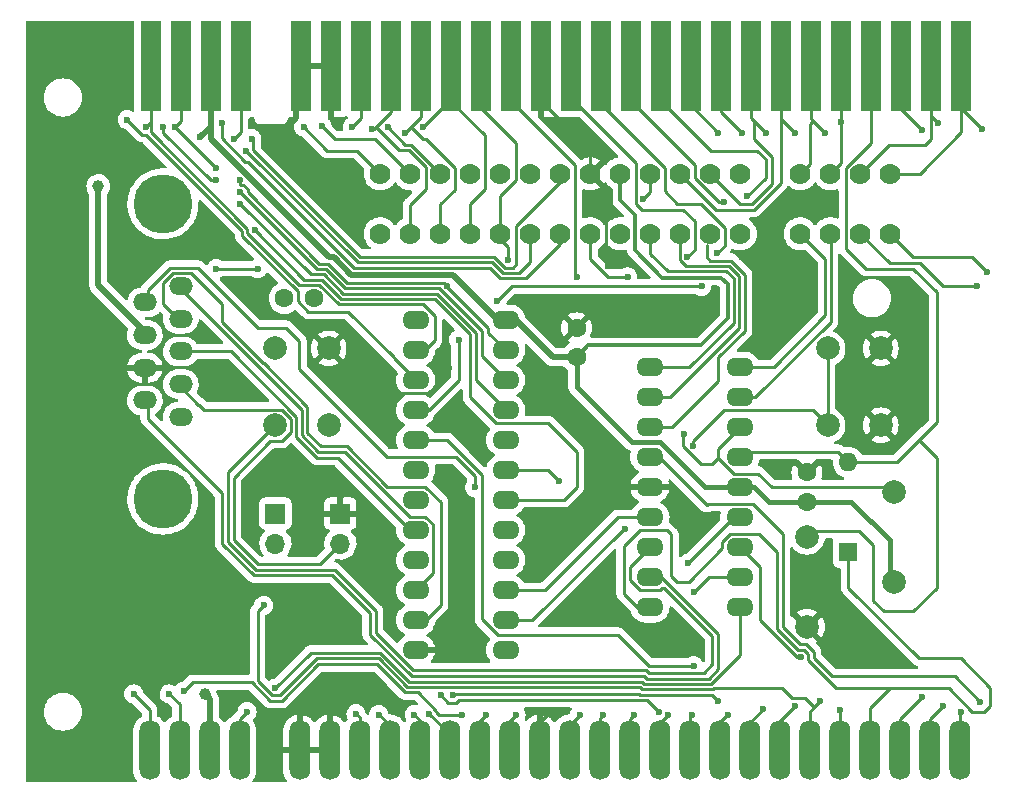
<source format=gbl>
G04 #@! TF.GenerationSoftware,KiCad,Pcbnew,(6.0.11)*
G04 #@! TF.CreationDate,2023-05-12T09:27:07+02:00*
G04 #@! TF.ProjectId,DandaCartBase,44616e64-6143-4617-9274-426173652e6b,rev?*
G04 #@! TF.SameCoordinates,Original*
G04 #@! TF.FileFunction,Copper,L2,Bot*
G04 #@! TF.FilePolarity,Positive*
%FSLAX46Y46*%
G04 Gerber Fmt 4.6, Leading zero omitted, Abs format (unit mm)*
G04 Created by KiCad (PCBNEW (6.0.11)) date 2023-05-12 09:27:07*
%MOMM*%
%LPD*%
G01*
G04 APERTURE LIST*
G04 #@! TA.AperFunction,ComponentPad*
%ADD10O,2.300000X1.600000*%
G04 #@! TD*
G04 #@! TA.AperFunction,ComponentPad*
%ADD11C,1.998980*%
G04 #@! TD*
G04 #@! TA.AperFunction,ConnectorPad*
%ADD12O,1.778000X5.080000*%
G04 #@! TD*
G04 #@! TA.AperFunction,ConnectorPad*
%ADD13R,1.778000X7.620000*%
G04 #@! TD*
G04 #@! TA.AperFunction,ComponentPad*
%ADD14C,2.000000*%
G04 #@! TD*
G04 #@! TA.AperFunction,ComponentPad*
%ADD15C,1.600000*%
G04 #@! TD*
G04 #@! TA.AperFunction,ComponentPad*
%ADD16R,1.700000X1.700000*%
G04 #@! TD*
G04 #@! TA.AperFunction,ComponentPad*
%ADD17O,1.700000X1.700000*%
G04 #@! TD*
G04 #@! TA.AperFunction,ComponentPad*
%ADD18C,5.001260*%
G04 #@! TD*
G04 #@! TA.AperFunction,ComponentPad*
%ADD19O,1.998980X1.501140*%
G04 #@! TD*
G04 #@! TA.AperFunction,ComponentPad*
%ADD20R,1.600000X1.600000*%
G04 #@! TD*
G04 #@! TA.AperFunction,ComponentPad*
%ADD21O,1.600000X1.600000*%
G04 #@! TD*
G04 #@! TA.AperFunction,ComponentPad*
%ADD22C,1.778000*%
G04 #@! TD*
G04 #@! TA.AperFunction,ViaPad*
%ADD23C,1.000000*%
G04 #@! TD*
G04 #@! TA.AperFunction,ViaPad*
%ADD24C,0.600000*%
G04 #@! TD*
G04 #@! TA.AperFunction,Conductor*
%ADD25C,0.400000*%
G04 #@! TD*
G04 #@! TA.AperFunction,Conductor*
%ADD26C,0.300000*%
G04 #@! TD*
G04 #@! TA.AperFunction,Conductor*
%ADD27C,0.500000*%
G04 #@! TD*
G04 #@! TA.AperFunction,Conductor*
%ADD28C,0.250000*%
G04 #@! TD*
G04 APERTURE END LIST*
D10*
X164700000Y-84825000D03*
X164700000Y-87365000D03*
X164700000Y-89905000D03*
X164700000Y-92445000D03*
X164700000Y-94985000D03*
X164700000Y-97525000D03*
X164700000Y-100065000D03*
X164700000Y-102605000D03*
X164700000Y-105145000D03*
X172320000Y-105145000D03*
X172320000Y-102605000D03*
X172320000Y-100065000D03*
X172320000Y-97525000D03*
X172320000Y-94985000D03*
X172320000Y-92445000D03*
X172320000Y-89905000D03*
X172320000Y-87365000D03*
X172320000Y-84825000D03*
D11*
X178000000Y-99190000D03*
X178000000Y-106810000D03*
D10*
X144880000Y-80840000D03*
X144880000Y-83380000D03*
X144880000Y-85920000D03*
X144880000Y-88460000D03*
X144880000Y-91000000D03*
X144880000Y-93540000D03*
X144880000Y-96080000D03*
X144880000Y-98620000D03*
X144880000Y-101160000D03*
X144880000Y-103700000D03*
X144880000Y-106240000D03*
X144880000Y-108780000D03*
X152500000Y-108780000D03*
X152500000Y-106240000D03*
X152500000Y-103700000D03*
X152500000Y-101160000D03*
X152500000Y-98620000D03*
X152500000Y-96080000D03*
X152500000Y-93540000D03*
X152500000Y-91000000D03*
X152500000Y-88460000D03*
X152500000Y-85920000D03*
X152500000Y-83380000D03*
X152500000Y-80840000D03*
D12*
X122349000Y-117284000D03*
X124889000Y-117284000D03*
X127429000Y-117284000D03*
X129969000Y-117284000D03*
X135049000Y-117284000D03*
X137589000Y-117284000D03*
X140129000Y-117284000D03*
X142669000Y-117284000D03*
X145209000Y-117284000D03*
X147749000Y-117284000D03*
X150289000Y-117284000D03*
X152829000Y-117284000D03*
X155369000Y-117284000D03*
X157909000Y-117284000D03*
X160449000Y-117284000D03*
X162989000Y-117284000D03*
X165529000Y-117284000D03*
X168069000Y-117284000D03*
X170609000Y-117284000D03*
X173149000Y-117284000D03*
X175689000Y-117284000D03*
X178229000Y-117284000D03*
X180769000Y-117284000D03*
X183309000Y-117284000D03*
X185849000Y-117284000D03*
X188389000Y-117284000D03*
X190929000Y-117284000D03*
D13*
X122456000Y-59375000D03*
X124996000Y-59375000D03*
X127536000Y-59375000D03*
X130076000Y-59375000D03*
X135156000Y-59375000D03*
X137696000Y-59375000D03*
X140236000Y-59375000D03*
X142776000Y-59375000D03*
X145316000Y-59375000D03*
X147856000Y-59375000D03*
X150396000Y-59375000D03*
X152936000Y-59375000D03*
X155476000Y-59375000D03*
X158016000Y-59375000D03*
X160556000Y-59375000D03*
X163096000Y-59375000D03*
X165636000Y-59375000D03*
X168176000Y-59375000D03*
X170716000Y-59375000D03*
X173256000Y-59375000D03*
X175796000Y-59375000D03*
X178336000Y-59375000D03*
X180876000Y-59375000D03*
X183416000Y-59375000D03*
X185956000Y-59375000D03*
X188496000Y-59375000D03*
X191036000Y-59375000D03*
D11*
X185358923Y-103063357D03*
X185358923Y-95443357D03*
D14*
X179750000Y-89750000D03*
X179750000Y-83250000D03*
X184250000Y-83250000D03*
X184250000Y-89750000D03*
D15*
X133750000Y-79000000D03*
X136250000Y-79000000D03*
D14*
X133000000Y-83250000D03*
X133000000Y-89750000D03*
X137500000Y-83250000D03*
X137500000Y-89750000D03*
D16*
X133000000Y-97225000D03*
D17*
X133000000Y-99765000D03*
D15*
X178000000Y-96250000D03*
X178000000Y-93750000D03*
D18*
X123468000Y-95994260D03*
X123468000Y-71005740D03*
D19*
X124986920Y-77960260D03*
X124986920Y-80728860D03*
X124986920Y-83500000D03*
X124986920Y-86271140D03*
X124986920Y-89039740D03*
X121949080Y-79344560D03*
X121949080Y-82115700D03*
X121949080Y-84884300D03*
X121949080Y-87655440D03*
D16*
X138500000Y-97225000D03*
D17*
X138500000Y-99765000D03*
D20*
X181500000Y-100500000D03*
D21*
X181500000Y-92880000D03*
D22*
X185060000Y-73540000D03*
X185060000Y-68460000D03*
X182520000Y-73540000D03*
X182520000Y-68460000D03*
X179980000Y-73540000D03*
X179980000Y-68460000D03*
X177440000Y-73540000D03*
X177440000Y-68460000D03*
X172360000Y-73540000D03*
X172360000Y-68460000D03*
X169820000Y-73540000D03*
X169820000Y-68460000D03*
X167280000Y-73540000D03*
X167280000Y-68460000D03*
X164740000Y-73540000D03*
X164740000Y-68460000D03*
X162200000Y-73540000D03*
X162200000Y-68460000D03*
X159660000Y-73540000D03*
X159660000Y-68460000D03*
X157120000Y-73540000D03*
X157120000Y-68460000D03*
X154580000Y-73540000D03*
X154580000Y-68460000D03*
X152040000Y-73540000D03*
X152040000Y-68460000D03*
X149500000Y-73540000D03*
X149500000Y-68460000D03*
X146960000Y-73540000D03*
X146960000Y-68460000D03*
X144420000Y-73540000D03*
X144420000Y-68460000D03*
X141880000Y-73540000D03*
X141880000Y-68460000D03*
D15*
X158500000Y-84000000D03*
X158500000Y-81500000D03*
D23*
X127000000Y-112500000D03*
X118000000Y-69500000D03*
D24*
X126625000Y-65375000D03*
X131591291Y-87362373D03*
X140500000Y-111500000D03*
X143000000Y-87000000D03*
X132500000Y-116000000D03*
X158500000Y-105500000D03*
X161191589Y-76308411D03*
X155000000Y-86500000D03*
X170000000Y-80000000D03*
X148000000Y-94000000D03*
X155000000Y-80500000D03*
X178000000Y-79000000D03*
X178000000Y-76500000D03*
X178000000Y-103000000D03*
X158500000Y-98000000D03*
X182000000Y-81500000D03*
X149000000Y-89000000D03*
X139000000Y-72000000D03*
X135000000Y-93500000D03*
X181500000Y-107500000D03*
X172500000Y-75500000D03*
X170000000Y-79000000D03*
X136000000Y-104000000D03*
X156044588Y-114230205D03*
X158500000Y-89000000D03*
X147711131Y-84880036D03*
X125500000Y-100000000D03*
X138000000Y-108000000D03*
X161239604Y-105760396D03*
X147000000Y-107500000D03*
X154272124Y-79218491D03*
X137000000Y-108000000D03*
X113500000Y-109500000D03*
X161239604Y-80760396D03*
X142000000Y-112500000D03*
X143236525Y-107484546D03*
X191000000Y-114000000D03*
X192808411Y-64691589D03*
X189074161Y-64129339D03*
X189487750Y-113487750D03*
X187752527Y-64747473D03*
X187750000Y-112750000D03*
X180769000Y-113847822D03*
X180876000Y-64067589D03*
X179116469Y-113116469D03*
X179500000Y-65000000D03*
X132000000Y-105000000D03*
X177000000Y-65000000D03*
X176982938Y-113482938D03*
X174308411Y-113808411D03*
X174500000Y-65000000D03*
X171308411Y-114308411D03*
X172500000Y-65000000D03*
X177500000Y-109375500D03*
X168250000Y-114250000D03*
X170500000Y-65000000D03*
X192691589Y-113191589D03*
X193274500Y-76812250D03*
X192374500Y-78000000D03*
X148000000Y-112624500D03*
X170500000Y-113124500D03*
X172930045Y-70368455D03*
X166250000Y-114250000D03*
X163314493Y-114283190D03*
X171000000Y-70875500D03*
X170409500Y-75182125D03*
X160750000Y-114250000D03*
X158568394Y-77204790D03*
X153357535Y-114259287D03*
X152679089Y-75795911D03*
X150837616Y-114279205D03*
X146000000Y-114182911D03*
X145500000Y-64500000D03*
X144000000Y-65000000D03*
X144750000Y-114250000D03*
X141750000Y-114250000D03*
X141196752Y-64686426D03*
X139500000Y-64500000D03*
X139816589Y-114183411D03*
X129500000Y-65500000D03*
X130593500Y-114000000D03*
X124000000Y-112500000D03*
X124500000Y-64500000D03*
X128000000Y-68000000D03*
X131000000Y-65500000D03*
X121000000Y-112500000D03*
X122000000Y-64500000D03*
X147000000Y-112624500D03*
X165491525Y-113997175D03*
X168400000Y-110124500D03*
X151750000Y-79250000D03*
X148500000Y-82500000D03*
X169074500Y-78000000D03*
X167931802Y-101431802D03*
X157000000Y-94500000D03*
X131250000Y-73250000D03*
X131500000Y-76500000D03*
X128000000Y-76500000D03*
X142500000Y-64500000D03*
X130000000Y-71000000D03*
X136950000Y-64450000D03*
X135380000Y-64500000D03*
X130034099Y-70034099D03*
X130000000Y-69000000D03*
X147555193Y-77944807D03*
X133000000Y-112000000D03*
X148808411Y-114308411D03*
X128433411Y-64183411D03*
X125250000Y-112250000D03*
X123500000Y-64500000D03*
X128000000Y-69000000D03*
X130500000Y-66500000D03*
X120450000Y-63875500D03*
X167624500Y-90500000D03*
X149875500Y-95000000D03*
X164150500Y-70624500D03*
X162624500Y-98500000D03*
X162808411Y-77191589D03*
X168425500Y-103869500D03*
X158750000Y-114250000D03*
X167869500Y-75500000D03*
X168375500Y-91500000D03*
D25*
X165567767Y-91195000D02*
X163195000Y-91195000D01*
X158500000Y-86500000D02*
X158500000Y-84000000D01*
D26*
X169000000Y-83000000D02*
X159500000Y-83000000D01*
D27*
X156500000Y-84000000D02*
X158500000Y-84000000D01*
D25*
X172320000Y-94985000D02*
X170015000Y-94985000D01*
X170000000Y-95000000D02*
X169372767Y-95000000D01*
X185000000Y-102704434D02*
X185358923Y-103063357D01*
D27*
X127536000Y-64464000D02*
X127536000Y-59375000D01*
X127429000Y-112929000D02*
X127429000Y-117284000D01*
D26*
X163441382Y-71950000D02*
X163441382Y-74941382D01*
D27*
X151840000Y-80840000D02*
X148000000Y-77000000D01*
X122198000Y-82115700D02*
X118000000Y-77917700D01*
X118000000Y-77917700D02*
X118000000Y-69500000D01*
D25*
X181750000Y-96250000D02*
X185000000Y-99500000D01*
D27*
X152500000Y-80840000D02*
X153340000Y-80840000D01*
X127536000Y-65475339D02*
X127536000Y-59375000D01*
D26*
X165750000Y-77250000D02*
X170750000Y-77250000D01*
X163441382Y-74941382D02*
X165750000Y-77250000D01*
D27*
X148000000Y-77000000D02*
X139436828Y-77000000D01*
X152500000Y-80840000D02*
X151840000Y-80840000D01*
X137936828Y-75500000D02*
X137560661Y-75500000D01*
D25*
X172320000Y-94985000D02*
X173485000Y-94985000D01*
D27*
X127000000Y-112500000D02*
X127429000Y-112929000D01*
D26*
X171325000Y-80675000D02*
X169000000Y-83000000D01*
D27*
X139436828Y-77000000D02*
X137936828Y-75500000D01*
D25*
X169372767Y-95000000D02*
X165567767Y-91195000D01*
D26*
X170750000Y-77250000D02*
X171325000Y-77825000D01*
D25*
X185000000Y-99500000D02*
X185000000Y-102704434D01*
D27*
X126625000Y-65375000D02*
X127536000Y-64464000D01*
X137560661Y-75500000D02*
X127536000Y-65475339D01*
D26*
X159500000Y-83000000D02*
X158500000Y-84000000D01*
D27*
X153340000Y-80840000D02*
X156500000Y-84000000D01*
D25*
X174750000Y-96250000D02*
X181750000Y-96250000D01*
D26*
X162200000Y-68460000D02*
X162200000Y-70708618D01*
X171325000Y-77825000D02*
X171325000Y-80675000D01*
D25*
X170015000Y-94985000D02*
X170000000Y-95000000D01*
X173485000Y-94985000D02*
X174750000Y-96250000D01*
X163195000Y-91195000D02*
X158500000Y-86500000D01*
D26*
X162200000Y-70708618D02*
X163441382Y-71950000D01*
D28*
X145955000Y-87045000D02*
X143045000Y-87045000D01*
X159660000Y-68486815D02*
X159660000Y-66480000D01*
X160986000Y-73037144D02*
X161000000Y-73023144D01*
X155369000Y-114905793D02*
X155369000Y-117284000D01*
X159660000Y-66480000D02*
X155476000Y-62296000D01*
X135156000Y-59375000D02*
X134755000Y-59776000D01*
X161191589Y-76308411D02*
X160986000Y-76102822D01*
X161000000Y-69826815D02*
X159660000Y-68486815D01*
D27*
X139000000Y-72000000D02*
X139000000Y-71000000D01*
X134755000Y-63745000D02*
X134755000Y-59776000D01*
D28*
X161000000Y-73023144D02*
X161000000Y-69826815D01*
X147711131Y-84880036D02*
X147711131Y-85288869D01*
X160986000Y-76102822D02*
X160986000Y-73037144D01*
X147711131Y-85288869D02*
X145955000Y-87045000D01*
D27*
X134000000Y-66000000D02*
X134000000Y-64500000D01*
D28*
X143045000Y-87045000D02*
X143000000Y-87000000D01*
D27*
X134000000Y-64500000D02*
X134755000Y-63745000D01*
D28*
X156044588Y-114230205D02*
X155369000Y-114905793D01*
X155476000Y-62296000D02*
X155476000Y-59375000D01*
D27*
X139000000Y-71000000D02*
X134000000Y-66000000D01*
D28*
X192808411Y-64691589D02*
X191036000Y-62919178D01*
X190929000Y-114071000D02*
X190929000Y-117284000D01*
X191036000Y-62919178D02*
X191036000Y-59375000D01*
X187540000Y-68460000D02*
X185060000Y-68460000D01*
X191000000Y-114000000D02*
X190929000Y-114071000D01*
X191036000Y-59375000D02*
X191036000Y-64964000D01*
X191036000Y-64964000D02*
X187540000Y-68460000D01*
X188496000Y-59375000D02*
X188496000Y-65504000D01*
X188389000Y-114586500D02*
X188389000Y-117284000D01*
X188496000Y-65504000D02*
X188000000Y-66000000D01*
X189487750Y-113487750D02*
X188389000Y-114586500D01*
X188496000Y-63551178D02*
X188496000Y-59375000D01*
X188000000Y-66000000D02*
X184980000Y-66000000D01*
X189074161Y-64129339D02*
X188496000Y-63551178D01*
X184980000Y-66000000D02*
X182520000Y-68460000D01*
X187752527Y-64747473D02*
X187747473Y-64747473D01*
X187747473Y-64747473D02*
X185956000Y-62956000D01*
X185849000Y-114651000D02*
X185849000Y-117284000D01*
X185956000Y-62956000D02*
X185956000Y-59375000D01*
X187750000Y-112750000D02*
X185849000Y-114651000D01*
X175500000Y-100500000D02*
X173940000Y-98940000D01*
X171504010Y-98940000D02*
X170845000Y-99599010D01*
X183309000Y-117284000D02*
X183309000Y-113809000D01*
X166500000Y-102500000D02*
X166500000Y-99000000D01*
X185000000Y-112000000D02*
X183309000Y-113691000D01*
X162500000Y-104000000D02*
X163645000Y-105145000D01*
X178125000Y-109116616D02*
X177758884Y-108750500D01*
X166150000Y-98650000D02*
X163850000Y-98650000D01*
X187500000Y-109500000D02*
X191000000Y-109500000D01*
X166500000Y-99000000D02*
X166150000Y-98650000D01*
X185500000Y-112000000D02*
X180500000Y-112000000D01*
X168000000Y-103000000D02*
X167000000Y-103000000D01*
X170845000Y-99599010D02*
X170845000Y-100155000D01*
X175500000Y-107000000D02*
X175500000Y-100500000D01*
X173940000Y-98940000D02*
X171504010Y-98940000D01*
X163850000Y-98650000D02*
X162500000Y-100000000D01*
X192000000Y-114000000D02*
X190000000Y-112000000D01*
X177250500Y-108750500D02*
X175500000Y-107000000D01*
X162500000Y-100000000D02*
X162500000Y-104000000D01*
X170845000Y-100155000D02*
X168000000Y-103000000D01*
X193500000Y-113500000D02*
X193000000Y-114000000D01*
X177758884Y-108750500D02*
X177250500Y-108750500D01*
X180500000Y-112000000D02*
X178125000Y-109625000D01*
X193500000Y-112000000D02*
X193500000Y-113500000D01*
X183309000Y-113691000D02*
X183309000Y-113809000D01*
X190000000Y-112000000D02*
X185000000Y-112000000D01*
X181500000Y-103500000D02*
X187500000Y-109500000D01*
X167000000Y-103000000D02*
X166500000Y-102500000D01*
X193000000Y-114000000D02*
X192000000Y-114000000D01*
X191000000Y-109500000D02*
X193500000Y-112000000D01*
X163645000Y-105145000D02*
X164700000Y-105145000D01*
X178125000Y-109625000D02*
X178125000Y-109116616D01*
X181500000Y-100500000D02*
X181500000Y-103500000D01*
X180876000Y-67564000D02*
X180876000Y-59375000D01*
X180769000Y-113847822D02*
X180769000Y-117284000D01*
X179980000Y-68460000D02*
X180876000Y-67564000D01*
X180876000Y-64067589D02*
X180876000Y-59375000D01*
X136500000Y-109500000D02*
X141749822Y-109500000D01*
X178500000Y-64000000D02*
X179500000Y-65000000D01*
X163854416Y-111900000D02*
X164053916Y-112099500D01*
X178229000Y-114003938D02*
X178229000Y-117284000D01*
X131500000Y-105500000D02*
X131500000Y-111383884D01*
X175866116Y-112000000D02*
X176724054Y-112857938D01*
X144149822Y-111900000D02*
X163854416Y-111900000D01*
X170036896Y-112099500D02*
X170136396Y-112000000D01*
X131500000Y-111383884D02*
X132741116Y-112625000D01*
X176724054Y-112857938D02*
X177857938Y-112857938D01*
X133375000Y-112625000D02*
X136500000Y-109500000D01*
X132741116Y-112625000D02*
X133375000Y-112625000D01*
X178250000Y-67650000D02*
X178250000Y-64250000D01*
X178616469Y-113616469D02*
X178229000Y-114003938D01*
X177857938Y-112857938D02*
X178616469Y-113616469D01*
X170136396Y-112000000D02*
X175866116Y-112000000D01*
X132000000Y-105000000D02*
X131500000Y-105500000D01*
X141749822Y-109500000D02*
X144149822Y-111900000D01*
X178336000Y-59375000D02*
X178336000Y-63836000D01*
X164053916Y-112099500D02*
X170036896Y-112099500D01*
X179116469Y-113116469D02*
X178616469Y-113616469D01*
X177440000Y-68460000D02*
X178250000Y-67650000D01*
X178336000Y-63836000D02*
X178500000Y-64000000D01*
X178250000Y-64250000D02*
X178500000Y-64000000D01*
X175689000Y-117284000D02*
X175689000Y-114776876D01*
X175796000Y-63796000D02*
X175796000Y-59375000D01*
X173500000Y-71500000D02*
X170320000Y-71500000D01*
X175689000Y-114776876D02*
X176982938Y-113482938D01*
X177000000Y-65000000D02*
X175796000Y-63796000D01*
X170320000Y-71500000D02*
X167280000Y-68460000D01*
X175796000Y-59375000D02*
X175796000Y-69204000D01*
X175796000Y-69204000D02*
X173500000Y-71500000D01*
X173256000Y-63756000D02*
X173500000Y-64000000D01*
X173149000Y-114967822D02*
X173149000Y-117284000D01*
X175000000Y-69363604D02*
X173363604Y-71000000D01*
X172360000Y-71000000D02*
X169820000Y-68460000D01*
X175000000Y-67000000D02*
X175000000Y-69363604D01*
X173363604Y-71000000D02*
X172360000Y-71000000D01*
X173256000Y-63756000D02*
X174500000Y-65000000D01*
X173256000Y-59375000D02*
X173256000Y-63756000D01*
X174308411Y-113808411D02*
X173149000Y-114967822D01*
X173500000Y-64000000D02*
X173500000Y-65500000D01*
X173500000Y-65500000D02*
X175000000Y-67000000D01*
X177500000Y-109375500D02*
X177125500Y-109375500D01*
X171191589Y-114308411D02*
X170609000Y-114891000D01*
X170609000Y-114891000D02*
X170609000Y-117284000D01*
X174000000Y-101745000D02*
X172320000Y-100065000D01*
X171308411Y-114308411D02*
X171191589Y-114308411D01*
X170716000Y-59375000D02*
X170716000Y-63216000D01*
X170716000Y-63216000D02*
X172500000Y-65000000D01*
X177125500Y-109375500D02*
X174000000Y-106250000D01*
X174000000Y-106250000D02*
X174000000Y-101745000D01*
X168176000Y-59375000D02*
X168176000Y-62676000D01*
X168069000Y-114431000D02*
X168069000Y-117284000D01*
X168176000Y-62676000D02*
X170500000Y-65000000D01*
X168250000Y-114250000D02*
X168069000Y-114431000D01*
X177436896Y-108300500D02*
X175950000Y-106813604D01*
X165445000Y-92445000D02*
X164700000Y-92445000D01*
X175950000Y-106813604D02*
X175950000Y-98950000D01*
X169600000Y-96400000D02*
X169500000Y-96500000D01*
X177945280Y-108300500D02*
X177436896Y-108300500D01*
X178575000Y-108930220D02*
X177945280Y-108300500D01*
X175950000Y-98950000D02*
X173400000Y-96400000D01*
X192691589Y-113191589D02*
X190500000Y-111000000D01*
X169500000Y-96500000D02*
X165445000Y-92445000D01*
X173400000Y-96400000D02*
X169600000Y-96400000D01*
X180136396Y-111000000D02*
X178575000Y-109438604D01*
X190500000Y-111000000D02*
X180136396Y-111000000D01*
X178575000Y-109438604D02*
X178575000Y-108930220D01*
X191962250Y-75500000D02*
X187020000Y-75500000D01*
X187020000Y-75500000D02*
X185060000Y-73540000D01*
X193274500Y-76812250D02*
X191962250Y-75500000D01*
X192374500Y-78000000D02*
X189500000Y-78000000D01*
X189500000Y-78000000D02*
X187550000Y-76050000D01*
X185030000Y-76050000D02*
X182520000Y-73540000D01*
X187550000Y-76050000D02*
X185030000Y-76050000D01*
X169925000Y-112549500D02*
X170500000Y-113124500D01*
X163818020Y-112500000D02*
X163867520Y-112549500D01*
X148000000Y-112624500D02*
X148124500Y-112500000D01*
X148124500Y-112500000D02*
X163818020Y-112500000D01*
X163867520Y-112549500D02*
X169925000Y-112549500D01*
X166250000Y-114250000D02*
X165529000Y-114971000D01*
X165529000Y-114971000D02*
X165529000Y-117284000D01*
X165636000Y-62296000D02*
X165636000Y-59375000D01*
X174500000Y-68798500D02*
X174500000Y-67194000D01*
X169840000Y-66500000D02*
X165636000Y-62296000D01*
X174500000Y-67194000D02*
X173806000Y-66500000D01*
X173806000Y-66500000D02*
X169840000Y-66500000D01*
X172930045Y-70368455D02*
X174500000Y-68798500D01*
X163314493Y-114283190D02*
X162989000Y-114608683D01*
X168500000Y-68856856D02*
X168500000Y-67700000D01*
X162989000Y-114608683D02*
X162989000Y-117284000D01*
X171000000Y-70875500D02*
X170518644Y-70875500D01*
X170518644Y-70875500D02*
X168500000Y-68856856D01*
X163096000Y-62296000D02*
X163096000Y-59375000D01*
X168500000Y-67700000D02*
X163096000Y-62296000D01*
X171034000Y-73037144D02*
X168996856Y-71000000D01*
X168996856Y-71000000D02*
X167000000Y-71000000D01*
X160750000Y-114250000D02*
X160449000Y-114551000D01*
X170409500Y-75182125D02*
X171034000Y-74557625D01*
X165954000Y-67954000D02*
X160556000Y-62556000D01*
X160556000Y-62556000D02*
X160556000Y-59375000D01*
X160449000Y-114551000D02*
X160449000Y-117284000D01*
X167000000Y-71000000D02*
X165954000Y-69954000D01*
X165954000Y-69954000D02*
X165954000Y-67954000D01*
X171034000Y-74557625D02*
X171034000Y-73037144D01*
X129000000Y-93750000D02*
X133000000Y-89750000D01*
X164700000Y-100065000D02*
X163000000Y-101765000D01*
X144659010Y-110500000D02*
X141500000Y-107340990D01*
X170000000Y-107636396D02*
X170000000Y-110000000D01*
X165863604Y-103500000D02*
X170000000Y-107636396D01*
X169250500Y-110749500D02*
X164613104Y-110749500D01*
X163000000Y-101765000D02*
X163000000Y-102845990D01*
X165515990Y-103730000D02*
X165745990Y-103500000D01*
X141500000Y-107340990D02*
X141500000Y-105500000D01*
X131363604Y-102000000D02*
X129000000Y-99636396D01*
X141500000Y-105500000D02*
X138000000Y-102000000D01*
X164613104Y-110749500D02*
X164363604Y-110500000D01*
X163884010Y-103730000D02*
X165515990Y-103730000D01*
X163000000Y-102845990D02*
X163884010Y-103730000D01*
X164363604Y-110500000D02*
X144659010Y-110500000D01*
X165745990Y-103500000D02*
X165863604Y-103500000D01*
X170000000Y-110000000D02*
X169250500Y-110749500D01*
X138000000Y-102000000D02*
X131363604Y-102000000D01*
X129000000Y-99636396D02*
X129000000Y-93750000D01*
X152936000Y-62296000D02*
X152936000Y-59375000D01*
X152829000Y-114787822D02*
X152829000Y-117284000D01*
X153357535Y-114259287D02*
X152829000Y-114787822D01*
X158334000Y-67694000D02*
X152936000Y-62296000D01*
X158568394Y-77204790D02*
X158334000Y-76970396D01*
X158334000Y-76970396D02*
X158334000Y-67694000D01*
X152679089Y-75795911D02*
X152679089Y-74679089D01*
X150837616Y-114279205D02*
X150289000Y-114827821D01*
X152000000Y-70328856D02*
X153366000Y-68962856D01*
X152679089Y-74679089D02*
X152000000Y-74000000D01*
X153366000Y-65866000D02*
X150396000Y-62896000D01*
X150396000Y-62896000D02*
X150396000Y-59375000D01*
X153366000Y-68962856D02*
X153366000Y-65866000D01*
X150289000Y-114827821D02*
X150289000Y-117284000D01*
X152000000Y-74000000D02*
X152000000Y-70328856D01*
X150714000Y-65214000D02*
X147856000Y-62356000D01*
X147856000Y-62356000D02*
X147856000Y-59375000D01*
X150714000Y-69786000D02*
X150714000Y-65214000D01*
X149500000Y-71000000D02*
X150714000Y-69786000D01*
X147856000Y-62144000D02*
X145500000Y-64500000D01*
X147749000Y-115931911D02*
X147749000Y-117284000D01*
X146000000Y-114182911D02*
X147749000Y-115931911D01*
X149500000Y-71000000D02*
X149500000Y-73540000D01*
X147856000Y-59375000D02*
X147856000Y-62144000D01*
X145716856Y-65500000D02*
X148174000Y-67957144D01*
X148174000Y-69826000D02*
X146960000Y-71040000D01*
X145209000Y-114709000D02*
X145209000Y-117284000D01*
X145500000Y-65500000D02*
X145716856Y-65500000D01*
X144000000Y-65000000D02*
X144500000Y-64500000D01*
X144500000Y-64500000D02*
X145500000Y-65500000D01*
X145316000Y-63684000D02*
X145316000Y-59375000D01*
X148174000Y-67957144D02*
X148174000Y-69826000D01*
X146960000Y-71040000D02*
X146960000Y-73540000D01*
X144500000Y-64500000D02*
X145316000Y-63684000D01*
X144750000Y-114250000D02*
X145209000Y-114709000D01*
X141196752Y-64686426D02*
X141313574Y-64686426D01*
X144420000Y-73540000D02*
X144420000Y-71112000D01*
X141313574Y-64686426D02*
X141500000Y-64500000D01*
X144313604Y-66450000D02*
X143450000Y-66450000D01*
X142776000Y-63224000D02*
X142776000Y-59375000D01*
X142669000Y-115169000D02*
X142669000Y-117284000D01*
X141500000Y-64500000D02*
X142776000Y-63224000D01*
X145746000Y-69786000D02*
X145746000Y-67882396D01*
X141750000Y-114250000D02*
X142669000Y-115169000D01*
X143450000Y-66450000D02*
X141500000Y-64500000D01*
X144420000Y-71112000D02*
X145746000Y-69786000D01*
X145746000Y-67882396D02*
X144313604Y-66450000D01*
X140236000Y-63764000D02*
X139500000Y-64500000D01*
X140236000Y-59375000D02*
X140236000Y-63764000D01*
X139816589Y-114183411D02*
X140129000Y-114495822D01*
X140129000Y-114495822D02*
X140129000Y-117284000D01*
X130593500Y-114000000D02*
X129969000Y-114624500D01*
X129969000Y-114624500D02*
X129969000Y-117284000D01*
X130076000Y-59375000D02*
X130076000Y-64924000D01*
X130076000Y-64924000D02*
X129500000Y-65500000D01*
X124996000Y-63996000D02*
X125000000Y-64000000D01*
X140136396Y-75500000D02*
X131125000Y-66488604D01*
X153079089Y-76420911D02*
X152420205Y-76420911D01*
X125000000Y-64000000D02*
X124500000Y-64500000D01*
X153366000Y-72907414D02*
X153366000Y-76134000D01*
X124000000Y-112500000D02*
X124889000Y-113389000D01*
X152420205Y-76420911D02*
X151499294Y-75500000D01*
X157120000Y-69153414D02*
X153366000Y-72907414D01*
X124889000Y-113389000D02*
X124889000Y-117284000D01*
X153366000Y-76134000D02*
X153079089Y-76420911D01*
X128000000Y-68000000D02*
X124500000Y-64500000D01*
X157120000Y-68460000D02*
X157120000Y-69153414D01*
X124996000Y-59375000D02*
X124996000Y-63996000D01*
X151499294Y-75500000D02*
X140136396Y-75500000D01*
X131125000Y-66488604D02*
X131125000Y-65625000D01*
X131125000Y-65625000D02*
X131000000Y-65500000D01*
X122349000Y-113849000D02*
X121000000Y-112500000D01*
X136715991Y-77875000D02*
X134991116Y-77875000D01*
X138340991Y-79500000D02*
X136715991Y-77875000D01*
X144880000Y-83380000D02*
X145620000Y-83380000D01*
X122456000Y-64044000D02*
X122456000Y-59375000D01*
X130625000Y-73125000D02*
X122456000Y-64956000D01*
X122000000Y-64500000D02*
X122456000Y-64044000D01*
X145620000Y-83380000D02*
X146500000Y-82500000D01*
X130625000Y-73508884D02*
X130625000Y-73125000D01*
X134991116Y-77875000D02*
X130625000Y-73508884D01*
X146500000Y-82500000D02*
X146500000Y-80500000D01*
X122456000Y-64956000D02*
X122456000Y-64044000D01*
X145500000Y-79500000D02*
X138340991Y-79500000D01*
X146500000Y-80500000D02*
X145500000Y-79500000D01*
X122349000Y-117284000D02*
X122349000Y-113849000D01*
X148508384Y-113000000D02*
X164494350Y-113000000D01*
X164494350Y-113000000D02*
X165491525Y-113997175D01*
X147000000Y-112624500D02*
X147625000Y-113249500D01*
X148258884Y-113249500D02*
X148508384Y-113000000D01*
X147625000Y-113249500D02*
X148258884Y-113249500D01*
X150500000Y-94000000D02*
X147500000Y-91000000D01*
X147500000Y-91000000D02*
X144880000Y-91000000D01*
X162000000Y-107500000D02*
X151819010Y-107500000D01*
X150500000Y-106180990D02*
X150500000Y-94000000D01*
X168400000Y-110124500D02*
X164624500Y-110124500D01*
X164624500Y-110124500D02*
X162000000Y-107500000D01*
X151819010Y-107500000D02*
X150500000Y-106180990D01*
X144880000Y-88460000D02*
X145960000Y-88460000D01*
X148500000Y-85920000D02*
X148500000Y-82500000D01*
X145960000Y-88460000D02*
X148500000Y-85920000D01*
X169074500Y-78000000D02*
X153000000Y-78000000D01*
X153000000Y-78000000D02*
X151750000Y-79250000D01*
X171838604Y-97525000D02*
X172320000Y-97525000D01*
X167931802Y-101431802D02*
X171838604Y-97525000D01*
X157000000Y-94500000D02*
X156040000Y-93540000D01*
X156040000Y-93540000D02*
X152500000Y-93540000D01*
X158500000Y-95000000D02*
X158500000Y-92000000D01*
X151684010Y-89585000D02*
X149477208Y-87378198D01*
X156085000Y-89585000D02*
X151684010Y-89585000D01*
X149477208Y-87378198D02*
X149477208Y-82022792D01*
X135425000Y-77425000D02*
X131250000Y-73250000D01*
X152500000Y-96080000D02*
X157420000Y-96080000D01*
X149477208Y-82022792D02*
X146504416Y-79050000D01*
X138527387Y-79050000D02*
X136902387Y-77425000D01*
X136902387Y-77425000D02*
X135425000Y-77425000D01*
X157420000Y-96080000D02*
X158500000Y-95000000D01*
X146504416Y-79050000D02*
X138527387Y-79050000D01*
X158500000Y-92000000D02*
X156085000Y-89585000D01*
X146960000Y-68460000D02*
X144500000Y-66000000D01*
X131500000Y-76500000D02*
X128000000Y-76500000D01*
X144500000Y-66000000D02*
X144000000Y-66000000D01*
X144000000Y-66000000D02*
X142500000Y-64500000D01*
X137088783Y-76975000D02*
X135975000Y-76975000D01*
X141460000Y-65500000D02*
X138000000Y-65500000D01*
X146690812Y-78600000D02*
X138713783Y-78600000D01*
X135975000Y-76975000D02*
X130000000Y-71000000D01*
X150000000Y-81909188D02*
X146690812Y-78600000D01*
X144420000Y-68460000D02*
X141460000Y-65500000D01*
X138713783Y-78600000D02*
X137088783Y-76975000D01*
X150000000Y-85960000D02*
X150000000Y-81909188D01*
X152500000Y-88460000D02*
X150000000Y-85960000D01*
X138000000Y-65500000D02*
X136950000Y-64450000D01*
X138900179Y-78150000D02*
X137275179Y-76525000D01*
X137380000Y-66500000D02*
X135380000Y-64500000D01*
X136525000Y-76525000D02*
X130034099Y-70034099D01*
X150500000Y-83920000D02*
X150500000Y-81772792D01*
X152500000Y-85920000D02*
X150500000Y-83920000D01*
X150500000Y-81772792D02*
X146877208Y-78150000D01*
X139920000Y-66500000D02*
X137380000Y-66500000D01*
X137275179Y-76525000D02*
X136525000Y-76525000D01*
X146877208Y-78150000D02*
X138900179Y-78150000D01*
X141880000Y-68460000D02*
X139920000Y-66500000D01*
X147555193Y-77944807D02*
X147310386Y-77700000D01*
X130000000Y-69409099D02*
X130000000Y-69000000D01*
X147555193Y-78055193D02*
X151025000Y-81525000D01*
X139086575Y-77700000D02*
X137461575Y-76075000D01*
X151025000Y-81525000D02*
X151025000Y-81905000D01*
X137461575Y-76075000D02*
X136711396Y-76075000D01*
X130659099Y-70022703D02*
X130659099Y-69775215D01*
X136711396Y-76075000D02*
X130659099Y-70022703D01*
X151025000Y-81905000D02*
X152500000Y-83380000D01*
X130659099Y-69775215D02*
X130292983Y-69409099D01*
X147555193Y-77944807D02*
X147555193Y-78055193D01*
X130292983Y-69409099D02*
X130000000Y-69409099D01*
X147310386Y-77700000D02*
X139086575Y-77700000D01*
X136000000Y-109000000D02*
X141886218Y-109000000D01*
X164040812Y-111450000D02*
X164240312Y-111649500D01*
X169850500Y-111649500D02*
X172320000Y-109180000D01*
X141886218Y-109000000D02*
X144336218Y-111450000D01*
X164240312Y-111649500D02*
X169850500Y-111649500D01*
X144336218Y-111450000D02*
X164040812Y-111450000D01*
X172320000Y-109180000D02*
X172320000Y-105145000D01*
X133000000Y-112000000D02*
X136000000Y-109000000D01*
X146875353Y-114308411D02*
X146625000Y-114058058D01*
X145050973Y-112350000D02*
X143963426Y-112350000D01*
X128433411Y-64183411D02*
X128433411Y-65433411D01*
X154179089Y-77320911D02*
X157120000Y-74380000D01*
X130979720Y-111500000D02*
X126000000Y-111500000D01*
X152047413Y-77320911D02*
X154179089Y-77320911D01*
X151126502Y-76400000D02*
X152047413Y-77320911D01*
X133561396Y-113075000D02*
X132554720Y-113075000D01*
X139650000Y-76400000D02*
X151126502Y-76400000D01*
X132554720Y-113075000D02*
X130979720Y-111500000D01*
X146625000Y-114058058D02*
X146625000Y-113924027D01*
X136636396Y-110000000D02*
X133561396Y-113075000D01*
X157120000Y-74380000D02*
X157120000Y-73540000D01*
X146625000Y-113924027D02*
X145050973Y-112350000D01*
X141613426Y-110000000D02*
X136636396Y-110000000D01*
X130445280Y-67445280D02*
X130695280Y-67445280D01*
X143963426Y-112350000D02*
X141613426Y-110000000D01*
X148808411Y-114308411D02*
X146875353Y-114308411D01*
X130695280Y-67445280D02*
X139650000Y-76400000D01*
X126000000Y-111500000D02*
X125250000Y-112250000D01*
X128433411Y-65433411D02*
X130445280Y-67445280D01*
X152233809Y-76870911D02*
X151312898Y-75950000D01*
X154580000Y-73540000D02*
X154580000Y-75920000D01*
X151312898Y-75950000D02*
X139950000Y-75950000D01*
X154580000Y-75920000D02*
X153629089Y-76870911D01*
X153629089Y-76870911D02*
X152233809Y-76870911D01*
X139950000Y-75950000D02*
X130500000Y-66500000D01*
X128000000Y-69000000D02*
X127500000Y-69000000D01*
X123500000Y-65000000D02*
X123500000Y-64500000D01*
X127500000Y-69000000D02*
X123500000Y-65000000D01*
X122006000Y-65142396D02*
X121716896Y-65142396D01*
X143000000Y-84040000D02*
X143000000Y-84000000D01*
X143000000Y-84000000D02*
X139125000Y-80125000D01*
X135784009Y-80125000D02*
X134875000Y-79215991D01*
X130175000Y-73695280D02*
X130175000Y-73311396D01*
X139125000Y-80125000D02*
X135784009Y-80125000D01*
X134875000Y-78395280D02*
X130175000Y-73695280D01*
X121716896Y-65142396D02*
X120450000Y-63875500D01*
X144880000Y-85920000D02*
X143000000Y-84040000D01*
X134875000Y-79215991D02*
X134875000Y-78395280D01*
X130175000Y-73311396D02*
X122006000Y-65142396D01*
X167500000Y-90624500D02*
X167500000Y-91508384D01*
X167500000Y-91508384D02*
X168991616Y-93000000D01*
X170000000Y-93000000D02*
X170500000Y-92500000D01*
X184915566Y-95000000D02*
X185358923Y-95443357D01*
X168991616Y-93000000D02*
X170000000Y-93000000D01*
X171794010Y-93860000D02*
X173860000Y-93860000D01*
X175000000Y-95000000D02*
X184915566Y-95000000D01*
X173860000Y-93860000D02*
X175000000Y-95000000D01*
X170500000Y-92565990D02*
X171794010Y-93860000D01*
X167624500Y-90500000D02*
X167500000Y-90624500D01*
X170500000Y-91725000D02*
X170500000Y-92565990D01*
X172320000Y-89905000D02*
X170500000Y-91725000D01*
X168038604Y-84825000D02*
X171800000Y-81063604D01*
X164740000Y-75240000D02*
X164740000Y-73540000D01*
X164700000Y-84825000D02*
X168038604Y-84825000D01*
X171800000Y-77322792D02*
X171184333Y-76707125D01*
X166207125Y-76707125D02*
X164740000Y-75240000D01*
X171184333Y-76707125D02*
X166207125Y-76707125D01*
X171800000Y-81063604D02*
X171800000Y-77322792D01*
X167244500Y-73575500D02*
X167280000Y-73540000D01*
X172250000Y-81500000D02*
X172250000Y-77136396D01*
X171370729Y-76257125D02*
X167742741Y-76257125D01*
X167742741Y-76257125D02*
X167244500Y-75758884D01*
X164700000Y-87365000D02*
X166385000Y-87365000D01*
X172250000Y-77136396D02*
X171370729Y-76257125D01*
X166385000Y-87365000D02*
X172250000Y-81500000D01*
X167244500Y-75758884D02*
X167244500Y-73575500D01*
X172750000Y-81750000D02*
X172750000Y-77000000D01*
X169807125Y-75807125D02*
X169500000Y-75500000D01*
X170500000Y-86000000D02*
X170500000Y-84000000D01*
X170500000Y-84000000D02*
X172750000Y-81750000D01*
X172750000Y-77000000D02*
X171557125Y-75807125D01*
X166595000Y-89905000D02*
X170500000Y-86000000D01*
X171557125Y-75807125D02*
X169807125Y-75807125D01*
X164700000Y-89905000D02*
X166595000Y-89905000D01*
X169500000Y-75500000D02*
X169500000Y-74500000D01*
X180000000Y-73560000D02*
X179980000Y-73540000D01*
X173635000Y-87365000D02*
X180000000Y-81000000D01*
X172320000Y-87365000D02*
X173635000Y-87365000D01*
X180000000Y-81000000D02*
X180000000Y-73560000D01*
X172320000Y-84825000D02*
X175175000Y-84825000D01*
X179550000Y-75650000D02*
X177440000Y-73540000D01*
X175175000Y-84825000D02*
X179550000Y-80450000D01*
X179550000Y-80450000D02*
X179550000Y-75650000D01*
X183625000Y-99875000D02*
X183625000Y-104625000D01*
X172765000Y-92000000D02*
X180620000Y-92000000D01*
X178500000Y-98690000D02*
X182440000Y-98690000D01*
X181306000Y-67957144D02*
X181306000Y-74806000D01*
X183000000Y-76500000D02*
X187000000Y-76500000D01*
X172320000Y-92445000D02*
X172765000Y-92000000D01*
X189000000Y-92500000D02*
X187500000Y-91000000D01*
X183625000Y-104625000D02*
X184500000Y-105500000D01*
X183416000Y-65847144D02*
X181306000Y-67957144D01*
X178000000Y-99190000D02*
X178500000Y-98690000D01*
X189000000Y-78500000D02*
X189000000Y-89500000D01*
X187000000Y-76500000D02*
X189000000Y-78500000D01*
X182440000Y-98690000D02*
X183625000Y-99875000D01*
X180620000Y-92000000D02*
X181500000Y-92880000D01*
X189000000Y-103500000D02*
X189000000Y-92500000D01*
X184500000Y-105500000D02*
X187000000Y-105500000D01*
X181306000Y-74806000D02*
X183000000Y-76500000D01*
X189000000Y-89500000D02*
X185620000Y-92880000D01*
X187000000Y-105500000D02*
X189000000Y-103500000D01*
X183416000Y-59375000D02*
X183416000Y-65847144D01*
X185620000Y-92880000D02*
X181500000Y-92880000D01*
X145695990Y-97495000D02*
X144354010Y-97495000D01*
X146355000Y-102225000D02*
X146355000Y-98154010D01*
X135225000Y-88447260D02*
X124738000Y-77960260D01*
X136636396Y-92000000D02*
X135225000Y-90588604D01*
X144880000Y-103700000D02*
X146355000Y-102225000D01*
X144354010Y-97495000D02*
X138859010Y-92000000D01*
X138859010Y-92000000D02*
X136636396Y-92000000D01*
X146355000Y-98154010D02*
X145695990Y-97495000D01*
X135225000Y-90588604D02*
X135225000Y-88447260D01*
X142450406Y-94955000D02*
X145695990Y-94955000D01*
X132000000Y-84500000D02*
X135675000Y-88175000D01*
X124738000Y-80728860D02*
X123500000Y-79490860D01*
X145695990Y-94955000D02*
X147000000Y-96259010D01*
X123500000Y-77677174D02*
X124292484Y-76884690D01*
X125884690Y-76884690D02*
X128457068Y-79457068D01*
X147000000Y-96259010D02*
X147000000Y-105000000D01*
X123500000Y-79490860D02*
X123500000Y-77677174D01*
X145760000Y-106240000D02*
X144880000Y-106240000D01*
X131914136Y-84500000D02*
X132000000Y-84500000D01*
X135675000Y-88175000D02*
X135675000Y-90402208D01*
X128457068Y-81042932D02*
X131914136Y-84500000D01*
X135675000Y-90402208D02*
X136822792Y-91550000D01*
X136822792Y-91550000D02*
X139045406Y-91550000D01*
X147000000Y-105000000D02*
X145760000Y-106240000D01*
X128457068Y-79457068D02*
X128457068Y-81042932D01*
X124292484Y-76884690D02*
X125884690Y-76884690D01*
X139045406Y-91550000D02*
X142450406Y-94955000D01*
X144880000Y-98620000D02*
X144380229Y-98620000D01*
X138260229Y-92500000D02*
X136500000Y-92500000D01*
X144380229Y-98620000D02*
X138260229Y-92500000D01*
X136500000Y-92500000D02*
X134775000Y-90775000D01*
X129260229Y-83500000D02*
X124738000Y-83500000D01*
X134775000Y-90775000D02*
X134775000Y-89014771D01*
X134775000Y-89014771D02*
X129260229Y-83500000D01*
X132575000Y-91075000D02*
X129450000Y-94200000D01*
X133548833Y-91075000D02*
X132575000Y-91075000D01*
X134325000Y-89201167D02*
X134325000Y-90298833D01*
X126925000Y-88425000D02*
X133548833Y-88425000D01*
X134325000Y-90298833D02*
X133548833Y-91075000D01*
X131500000Y-101500000D02*
X136765000Y-101500000D01*
X124738000Y-86271140D02*
X126466860Y-88000000D01*
X133548833Y-88425000D02*
X134325000Y-89201167D01*
X129450000Y-99450000D02*
X131500000Y-101500000D01*
X126466860Y-88000000D02*
X126500000Y-88000000D01*
X126500000Y-88000000D02*
X126925000Y-88425000D01*
X129450000Y-94200000D02*
X129450000Y-99450000D01*
X136765000Y-101500000D02*
X138500000Y-99765000D01*
X135000000Y-82623833D02*
X133876167Y-81500000D01*
X149875500Y-95000000D02*
X149875500Y-94011896D01*
X142415000Y-92415000D02*
X135000000Y-85000000D01*
X135000000Y-85000000D02*
X135000000Y-82623833D01*
X131500000Y-81500000D02*
X126434690Y-76434690D01*
X133876167Y-81500000D02*
X131500000Y-81500000D01*
X122198000Y-78302000D02*
X122198000Y-79344560D01*
X124065310Y-76434690D02*
X122198000Y-78302000D01*
X149875500Y-94011896D02*
X148278604Y-92415000D01*
X148278604Y-92415000D02*
X142415000Y-92415000D01*
X126434690Y-76434690D02*
X124065310Y-76434690D01*
X164700000Y-97525000D02*
X161975000Y-97525000D01*
X161975000Y-97525000D02*
X155800000Y-103700000D01*
X164740000Y-70035000D02*
X164740000Y-68460000D01*
X164150500Y-70624500D02*
X164740000Y-70035000D01*
X155800000Y-103700000D02*
X152500000Y-103700000D01*
X161191589Y-77191589D02*
X159660000Y-75660000D01*
X159660000Y-75660000D02*
X159660000Y-73540000D01*
X154760000Y-106240000D02*
X152500000Y-106240000D01*
X162808411Y-77191589D02*
X161191589Y-77191589D01*
X162500000Y-98500000D02*
X154760000Y-106240000D01*
X162624500Y-98500000D02*
X162500000Y-98500000D01*
X168494000Y-74875500D02*
X168494000Y-72494000D01*
X157909000Y-115091000D02*
X157909000Y-117284000D01*
X164000000Y-71500000D02*
X163526000Y-71026000D01*
X169690000Y-102605000D02*
X172320000Y-102605000D01*
X158016000Y-62016000D02*
X158016000Y-59375000D01*
X168494000Y-72494000D02*
X167500000Y-71500000D01*
X158750000Y-114250000D02*
X157909000Y-115091000D01*
X167500000Y-71500000D02*
X164000000Y-71500000D01*
X168425500Y-103869500D02*
X169690000Y-102605000D01*
X163526000Y-67526000D02*
X158016000Y-62016000D01*
X167869500Y-75500000D02*
X168494000Y-74875500D01*
X163526000Y-71026000D02*
X163526000Y-67526000D01*
X164227208Y-111000000D02*
X144522614Y-111000000D01*
X164700000Y-102605000D02*
X165605000Y-102605000D01*
X169664104Y-111199500D02*
X164426708Y-111199500D01*
X141000000Y-105636396D02*
X137813604Y-102450000D01*
X171000000Y-88500000D02*
X178500000Y-88500000D01*
X137813604Y-102450000D02*
X131177208Y-102450000D01*
X165605000Y-102605000D02*
X170450000Y-107450000D01*
X168375500Y-91124500D02*
X171000000Y-88500000D01*
X128500000Y-95500000D02*
X122198000Y-89198000D01*
X131177208Y-102450000D02*
X128500000Y-99772792D01*
X122198000Y-89198000D02*
X122198000Y-87655440D01*
X178500000Y-88500000D02*
X179750000Y-89750000D01*
X170450000Y-110413604D02*
X169664104Y-111199500D01*
X168375500Y-91500000D02*
X168375500Y-91124500D01*
X170450000Y-107450000D02*
X170450000Y-110413604D01*
X144522614Y-111000000D02*
X141000000Y-107477386D01*
X179750000Y-83250000D02*
X179750000Y-89750000D01*
X141000000Y-107477386D02*
X141000000Y-105636396D01*
X164426708Y-111199500D02*
X164227208Y-111000000D01*
X128500000Y-99772792D02*
X128500000Y-95500000D01*
G04 #@! TA.AperFunction,Conductor*
G36*
X141366953Y-110653502D02*
G01*
X141387927Y-110670405D01*
X142424568Y-111707047D01*
X143459774Y-112742253D01*
X143467314Y-112750539D01*
X143471426Y-112757018D01*
X143477203Y-112762443D01*
X143521077Y-112803643D01*
X143523919Y-112806398D01*
X143543656Y-112826135D01*
X143546853Y-112828615D01*
X143555873Y-112836318D01*
X143588105Y-112866586D01*
X143595051Y-112870405D01*
X143595054Y-112870407D01*
X143605860Y-112876348D01*
X143622379Y-112887199D01*
X143638385Y-112899614D01*
X143645654Y-112902759D01*
X143645658Y-112902762D01*
X143678963Y-112917174D01*
X143689613Y-112922391D01*
X143728366Y-112943695D01*
X143746520Y-112948356D01*
X143747988Y-112948733D01*
X143766693Y-112955137D01*
X143785281Y-112963181D01*
X143793104Y-112964420D01*
X143793114Y-112964423D01*
X143828950Y-112970099D01*
X143840570Y-112972505D01*
X143867594Y-112979443D01*
X143883396Y-112983500D01*
X143903650Y-112983500D01*
X143923360Y-112985051D01*
X143943369Y-112988220D01*
X143951261Y-112987474D01*
X143987387Y-112984059D01*
X143999245Y-112983500D01*
X144736379Y-112983500D01*
X144804500Y-113003502D01*
X144825474Y-113020405D01*
X145051480Y-113246411D01*
X145085506Y-113308723D01*
X145080441Y-113379538D01*
X145037894Y-113436374D01*
X144971374Y-113461185D01*
X144937486Y-113458485D01*
X144935790Y-113457881D01*
X144928798Y-113457047D01*
X144928797Y-113457047D01*
X144827415Y-113444958D01*
X144755680Y-113436404D01*
X144748677Y-113437140D01*
X144748676Y-113437140D01*
X144582288Y-113454628D01*
X144582286Y-113454629D01*
X144575288Y-113455364D01*
X144403579Y-113513818D01*
X144360254Y-113540472D01*
X144255095Y-113605166D01*
X144255092Y-113605168D01*
X144249088Y-113608862D01*
X144244053Y-113613793D01*
X144244050Y-113613795D01*
X144125735Y-113729658D01*
X144119493Y-113735771D01*
X144021235Y-113888238D01*
X144018826Y-113894858D01*
X144018824Y-113894861D01*
X143972288Y-114022717D01*
X143959197Y-114058685D01*
X143936463Y-114238640D01*
X143954163Y-114419160D01*
X144011418Y-114591273D01*
X144015065Y-114597295D01*
X144015066Y-114597297D01*
X144027891Y-114618474D01*
X144055270Y-114663681D01*
X144069110Y-114686534D01*
X144087289Y-114755163D01*
X144065479Y-114822727D01*
X144058775Y-114831687D01*
X144053119Y-114838585D01*
X144050479Y-114843223D01*
X144046345Y-114850485D01*
X143995262Y-114899790D01*
X143925631Y-114913651D01*
X143859561Y-114887666D01*
X143832324Y-114858518D01*
X143822220Y-114843509D01*
X143787077Y-114791310D01*
X143765043Y-114758581D01*
X143765041Y-114758579D01*
X143762063Y-114754155D01*
X143754414Y-114746136D01*
X143651952Y-114638729D01*
X143598360Y-114582550D01*
X143592057Y-114577860D01*
X143432791Y-114459363D01*
X143408083Y-114440980D01*
X143403332Y-114438564D01*
X143403328Y-114438562D01*
X143201432Y-114335913D01*
X143201431Y-114335913D01*
X143196674Y-114333494D01*
X143060546Y-114291225D01*
X142975281Y-114264749D01*
X142975275Y-114264748D01*
X142970178Y-114263165D01*
X142841136Y-114246062D01*
X142740353Y-114232704D01*
X142740349Y-114232704D01*
X142735069Y-114232004D01*
X142729740Y-114232204D01*
X142726728Y-114232317D01*
X142686729Y-114233819D01*
X142617907Y-114216387D01*
X142592908Y-114197003D01*
X142584421Y-114188516D01*
X142550395Y-114126204D01*
X142548301Y-114113465D01*
X142547905Y-114109934D01*
X142543397Y-114069745D01*
X142512231Y-113980247D01*
X142486064Y-113905106D01*
X142486062Y-113905103D01*
X142483745Y-113898448D01*
X142425443Y-113805144D01*
X142391359Y-113750598D01*
X142387626Y-113744624D01*
X142369945Y-113726819D01*
X142264778Y-113620915D01*
X142264774Y-113620912D01*
X142259815Y-113615918D01*
X142252019Y-113610970D01*
X142179929Y-113565221D01*
X142106666Y-113518727D01*
X142071545Y-113506221D01*
X141942425Y-113460243D01*
X141942420Y-113460242D01*
X141935790Y-113457881D01*
X141928802Y-113457048D01*
X141928799Y-113457047D01*
X141791900Y-113440723D01*
X141755680Y-113436404D01*
X141748677Y-113437140D01*
X141748676Y-113437140D01*
X141582288Y-113454628D01*
X141582286Y-113454629D01*
X141575288Y-113455364D01*
X141403579Y-113513818D01*
X141360254Y-113540472D01*
X141255095Y-113605166D01*
X141255092Y-113605168D01*
X141249088Y-113608862D01*
X141244053Y-113613793D01*
X141244050Y-113613795D01*
X141125735Y-113729658D01*
X141119493Y-113735771D01*
X141021235Y-113888238D01*
X141018826Y-113894858D01*
X141018824Y-113894861D01*
X140972288Y-114022717D01*
X140959197Y-114058685D01*
X140943241Y-114184993D01*
X140943237Y-114185021D01*
X140914855Y-114250098D01*
X140855796Y-114289499D01*
X140784809Y-114290716D01*
X140724434Y-114253361D01*
X140709781Y-114233375D01*
X140704703Y-114224787D01*
X140696012Y-114207046D01*
X140688552Y-114188205D01*
X140679452Y-114175679D01*
X140662564Y-114152435D01*
X140656048Y-114142515D01*
X140633542Y-114104460D01*
X140635956Y-114103032D01*
X140615553Y-114052784D01*
X140610771Y-114010156D01*
X140609986Y-114003156D01*
X140578064Y-113911490D01*
X140552653Y-113838517D01*
X140552651Y-113838514D01*
X140550334Y-113831859D01*
X140533641Y-113805144D01*
X140457948Y-113684009D01*
X140454215Y-113678035D01*
X140449190Y-113672975D01*
X140331367Y-113554326D01*
X140331363Y-113554323D01*
X140326404Y-113549329D01*
X140315286Y-113542273D01*
X140256420Y-113504916D01*
X140173255Y-113452138D01*
X140129069Y-113436404D01*
X140009014Y-113393654D01*
X140009009Y-113393653D01*
X140002379Y-113391292D01*
X139995391Y-113390459D01*
X139995388Y-113390458D01*
X139867445Y-113375202D01*
X139822269Y-113369815D01*
X139815266Y-113370551D01*
X139815265Y-113370551D01*
X139648877Y-113388039D01*
X139648875Y-113388040D01*
X139641877Y-113388775D01*
X139507269Y-113434599D01*
X139481660Y-113443317D01*
X139470168Y-113447229D01*
X139423338Y-113476039D01*
X139321684Y-113538577D01*
X139321681Y-113538579D01*
X139315677Y-113542273D01*
X139310642Y-113547204D01*
X139310639Y-113547206D01*
X139192278Y-113663114D01*
X139186082Y-113669182D01*
X139087824Y-113821649D01*
X139085415Y-113828269D01*
X139085413Y-113828272D01*
X139042327Y-113946649D01*
X139025786Y-113992096D01*
X139003052Y-114172051D01*
X139020752Y-114352571D01*
X139078007Y-114524684D01*
X139081654Y-114530706D01*
X139096620Y-114555418D01*
X139114798Y-114624048D01*
X139092987Y-114691611D01*
X139086277Y-114700579D01*
X138976503Y-114834457D01*
X138976500Y-114834462D01*
X138973119Y-114838585D01*
X138970476Y-114843228D01*
X138966069Y-114850969D01*
X138914986Y-114900275D01*
X138845356Y-114914136D01*
X138779285Y-114888152D01*
X138752048Y-114859003D01*
X138684654Y-114758899D01*
X138677985Y-114750604D01*
X138521708Y-114586785D01*
X138513750Y-114579744D01*
X138332101Y-114444593D01*
X138323064Y-114438989D01*
X138121242Y-114336378D01*
X138111391Y-114332378D01*
X137895165Y-114265238D01*
X137884781Y-114262955D01*
X137860957Y-114259797D01*
X137846793Y-114261993D01*
X137843000Y-114275180D01*
X137843000Y-117412000D01*
X137822998Y-117480121D01*
X137769342Y-117526614D01*
X137717000Y-117538000D01*
X133670115Y-117538000D01*
X133654876Y-117542475D01*
X133653671Y-117543865D01*
X133652000Y-117551548D01*
X133652000Y-118991869D01*
X133652225Y-118997178D01*
X133666542Y-119165911D01*
X133668334Y-119176399D01*
X133725213Y-119395542D01*
X133728746Y-119405573D01*
X133821737Y-119612006D01*
X133826906Y-119621292D01*
X133943942Y-119795133D01*
X133965393Y-119862812D01*
X133946849Y-119931344D01*
X133894198Y-119978971D01*
X133839422Y-119991500D01*
X131176239Y-119991500D01*
X131108118Y-119971498D01*
X131061625Y-119917842D01*
X131051521Y-119847568D01*
X131078805Y-119785609D01*
X131121496Y-119733543D01*
X131124881Y-119729415D01*
X131242206Y-119523304D01*
X131323127Y-119300371D01*
X131365328Y-119066992D01*
X131366500Y-119042141D01*
X131366500Y-117011885D01*
X133652000Y-117011885D01*
X133656475Y-117027124D01*
X133657865Y-117028329D01*
X133665548Y-117030000D01*
X134776885Y-117030000D01*
X134792124Y-117025525D01*
X134793329Y-117024135D01*
X134795000Y-117016452D01*
X134795000Y-117011885D01*
X135303000Y-117011885D01*
X135307475Y-117027124D01*
X135308865Y-117028329D01*
X135316548Y-117030000D01*
X137316885Y-117030000D01*
X137332124Y-117025525D01*
X137333329Y-117024135D01*
X137335000Y-117016452D01*
X137335000Y-114276958D01*
X137331027Y-114263427D01*
X137320420Y-114261902D01*
X137191333Y-114288987D01*
X137181136Y-114292047D01*
X136970568Y-114375204D01*
X136961036Y-114379935D01*
X136767477Y-114497390D01*
X136758887Y-114503654D01*
X136587888Y-114652039D01*
X136580468Y-114659669D01*
X136436917Y-114834742D01*
X136430893Y-114843508D01*
X136426381Y-114851434D01*
X136375298Y-114900739D01*
X136305667Y-114914600D01*
X136239597Y-114888615D01*
X136212359Y-114859467D01*
X136144648Y-114758891D01*
X136137985Y-114750604D01*
X135981708Y-114586785D01*
X135973750Y-114579744D01*
X135792101Y-114444593D01*
X135783064Y-114438989D01*
X135581242Y-114336378D01*
X135571391Y-114332378D01*
X135355165Y-114265238D01*
X135344781Y-114262955D01*
X135320957Y-114259797D01*
X135306793Y-114261993D01*
X135303000Y-114275180D01*
X135303000Y-117011885D01*
X134795000Y-117011885D01*
X134795000Y-114276958D01*
X134791027Y-114263427D01*
X134780420Y-114261902D01*
X134651333Y-114288987D01*
X134641136Y-114292047D01*
X134430568Y-114375204D01*
X134421036Y-114379935D01*
X134227477Y-114497390D01*
X134218887Y-114503654D01*
X134047888Y-114652039D01*
X134040468Y-114659669D01*
X133896917Y-114834742D01*
X133890892Y-114843509D01*
X133778887Y-115040275D01*
X133774433Y-115049914D01*
X133697177Y-115262749D01*
X133694409Y-115273007D01*
X133653910Y-115496971D01*
X133652975Y-115505201D01*
X133652070Y-115524398D01*
X133652000Y-115527374D01*
X133652000Y-117011885D01*
X131366500Y-117011885D01*
X131366500Y-115573450D01*
X131351501Y-115396685D01*
X131350163Y-115391530D01*
X131350162Y-115391524D01*
X131293262Y-115172297D01*
X131291920Y-115167126D01*
X131205924Y-114976222D01*
X131196702Y-114955750D01*
X131196701Y-114955747D01*
X131194512Y-114950889D01*
X131087077Y-114791309D01*
X131065626Y-114723632D01*
X131084170Y-114655100D01*
X131104705Y-114629698D01*
X131211659Y-114527846D01*
X131211662Y-114527843D01*
X131216766Y-114522982D01*
X131317143Y-114371902D01*
X131363054Y-114251042D01*
X131379055Y-114208920D01*
X131379056Y-114208918D01*
X131381555Y-114202338D01*
X131382570Y-114195119D01*
X131406248Y-114026639D01*
X131406248Y-114026636D01*
X131406799Y-114022717D01*
X131407116Y-114000000D01*
X131386897Y-113819745D01*
X131384330Y-113812373D01*
X131329564Y-113655106D01*
X131329562Y-113655103D01*
X131327245Y-113648448D01*
X131314565Y-113628156D01*
X131234859Y-113500598D01*
X131231126Y-113494624D01*
X131226164Y-113489627D01*
X131108278Y-113370915D01*
X131108274Y-113370912D01*
X131103315Y-113365918D01*
X131093516Y-113359699D01*
X130999608Y-113300104D01*
X130950166Y-113268727D01*
X130893264Y-113248465D01*
X130785925Y-113210243D01*
X130785920Y-113210242D01*
X130779290Y-113207881D01*
X130772302Y-113207048D01*
X130772299Y-113207047D01*
X130649198Y-113192368D01*
X130599180Y-113186404D01*
X130592177Y-113187140D01*
X130592176Y-113187140D01*
X130425788Y-113204628D01*
X130425786Y-113204629D01*
X130418788Y-113205364D01*
X130247079Y-113263818D01*
X130188097Y-113300104D01*
X130098595Y-113355166D01*
X130098592Y-113355168D01*
X130092588Y-113358862D01*
X130087553Y-113363793D01*
X130087550Y-113363795D01*
X129975529Y-113473495D01*
X129962993Y-113485771D01*
X129864735Y-113638238D01*
X129862326Y-113644858D01*
X129862324Y-113644861D01*
X129811513Y-113784463D01*
X129802697Y-113808685D01*
X129795637Y-113864568D01*
X129767257Y-113929641D01*
X129759727Y-113937868D01*
X129576747Y-114120848D01*
X129568461Y-114128388D01*
X129561982Y-114132500D01*
X129556557Y-114138277D01*
X129515357Y-114182151D01*
X129512602Y-114184993D01*
X129492865Y-114204730D01*
X129490385Y-114207927D01*
X129482682Y-114216947D01*
X129452414Y-114249179D01*
X129448595Y-114256125D01*
X129448593Y-114256128D01*
X129442652Y-114266934D01*
X129431801Y-114283453D01*
X129419386Y-114299459D01*
X129416240Y-114306729D01*
X129415069Y-114309435D01*
X129413585Y-114311218D01*
X129412202Y-114313557D01*
X129411825Y-114313334D01*
X129369656Y-114364008D01*
X129354829Y-114371799D01*
X129355119Y-114372384D01*
X129350339Y-114374757D01*
X129345376Y-114376717D01*
X129275432Y-114419160D01*
X129147182Y-114496983D01*
X129147179Y-114496985D01*
X129142621Y-114499751D01*
X129138593Y-114503246D01*
X129138592Y-114503247D01*
X128985952Y-114635702D01*
X128963495Y-114655189D01*
X128960108Y-114659320D01*
X128816503Y-114834457D01*
X128816500Y-114834462D01*
X128813119Y-114838585D01*
X128810479Y-114843223D01*
X128806345Y-114850485D01*
X128755262Y-114899790D01*
X128685631Y-114913651D01*
X128619561Y-114887666D01*
X128592324Y-114858518D01*
X128582220Y-114843509D01*
X128547077Y-114791310D01*
X128525043Y-114758581D01*
X128525041Y-114758579D01*
X128522063Y-114754155D01*
X128514414Y-114746136D01*
X128411952Y-114638729D01*
X128358360Y-114582550D01*
X128238286Y-114493213D01*
X128195574Y-114436504D01*
X128187500Y-114392125D01*
X128187500Y-112996070D01*
X128188933Y-112977120D01*
X128191099Y-112962885D01*
X128191099Y-112962881D01*
X128192199Y-112955651D01*
X128191363Y-112945366D01*
X128187915Y-112902982D01*
X128187500Y-112892767D01*
X128187500Y-112884707D01*
X128186781Y-112878535D01*
X128184211Y-112856497D01*
X128183778Y-112852121D01*
X128178454Y-112786662D01*
X128178453Y-112786659D01*
X128177860Y-112779364D01*
X128175604Y-112772400D01*
X128174417Y-112766461D01*
X128173030Y-112760590D01*
X128172182Y-112753319D01*
X128169686Y-112746443D01*
X128169684Y-112746434D01*
X128147275Y-112684702D01*
X128145865Y-112680598D01*
X128123352Y-112611101D01*
X128119556Y-112604846D01*
X128117057Y-112599387D01*
X128114329Y-112593939D01*
X128111833Y-112587063D01*
X128071805Y-112526010D01*
X128069481Y-112522327D01*
X128068316Y-112520406D01*
X128042920Y-112478556D01*
X128034504Y-112464686D01*
X128034501Y-112464682D01*
X128031595Y-112459893D01*
X128027883Y-112455690D01*
X128026674Y-112454047D01*
X128002757Y-112391661D01*
X127996392Y-112326745D01*
X127994080Y-112303167D01*
X127991893Y-112295923D01*
X127991887Y-112295192D01*
X127991102Y-112291226D01*
X127991856Y-112291077D01*
X127991348Y-112224930D01*
X128029273Y-112164911D01*
X128093626Y-112134924D01*
X128112513Y-112133500D01*
X130665126Y-112133500D01*
X130733247Y-112153502D01*
X130754221Y-112170405D01*
X132051063Y-113467247D01*
X132058607Y-113475537D01*
X132062720Y-113482018D01*
X132068497Y-113487443D01*
X132112387Y-113528658D01*
X132115229Y-113531413D01*
X132134950Y-113551134D01*
X132138145Y-113553612D01*
X132147167Y-113561318D01*
X132179399Y-113591586D01*
X132190578Y-113597732D01*
X132197152Y-113601346D01*
X132213676Y-113612199D01*
X132229679Y-113624613D01*
X132270263Y-113642176D01*
X132280893Y-113647383D01*
X132319660Y-113668695D01*
X132327337Y-113670666D01*
X132327342Y-113670668D01*
X132339278Y-113673732D01*
X132357986Y-113680137D01*
X132376575Y-113688181D01*
X132384400Y-113689420D01*
X132384402Y-113689421D01*
X132420239Y-113695097D01*
X132431860Y-113697504D01*
X132463679Y-113705673D01*
X132474690Y-113708500D01*
X132494951Y-113708500D01*
X132514660Y-113710051D01*
X132534663Y-113713219D01*
X132542555Y-113712473D01*
X132547782Y-113711979D01*
X132578674Y-113709059D01*
X132590531Y-113708500D01*
X133482629Y-113708500D01*
X133493812Y-113709027D01*
X133501305Y-113710702D01*
X133509231Y-113710453D01*
X133509232Y-113710453D01*
X133569382Y-113708562D01*
X133573341Y-113708500D01*
X133601252Y-113708500D01*
X133605187Y-113708003D01*
X133605252Y-113707995D01*
X133617089Y-113707062D01*
X133649347Y-113706048D01*
X133653366Y-113705922D01*
X133661285Y-113705673D01*
X133680739Y-113700021D01*
X133700096Y-113696013D01*
X133712326Y-113694468D01*
X133712327Y-113694468D01*
X133720193Y-113693474D01*
X133727564Y-113690555D01*
X133727566Y-113690555D01*
X133761308Y-113677196D01*
X133772538Y-113673351D01*
X133807379Y-113663229D01*
X133807380Y-113663229D01*
X133814989Y-113661018D01*
X133821808Y-113656985D01*
X133821813Y-113656983D01*
X133832424Y-113650707D01*
X133850172Y-113642012D01*
X133869013Y-113634552D01*
X133877817Y-113628156D01*
X133904783Y-113608564D01*
X133914703Y-113602048D01*
X133945931Y-113583580D01*
X133945934Y-113583578D01*
X133952758Y-113579542D01*
X133967079Y-113565221D01*
X133982113Y-113552380D01*
X133987104Y-113548754D01*
X133998503Y-113540472D01*
X134026694Y-113506395D01*
X134034684Y-113497616D01*
X136861895Y-110670405D01*
X136924207Y-110636379D01*
X136950990Y-110633500D01*
X141298832Y-110633500D01*
X141366953Y-110653502D01*
G37*
G04 #@! TD.AperFunction*
G04 #@! TA.AperFunction,Conductor*
G36*
X121000621Y-55528502D02*
G01*
X121047114Y-55582158D01*
X121058500Y-55634500D01*
X121058500Y-63074853D01*
X121038498Y-63142974D01*
X120984842Y-63189467D01*
X120914568Y-63199571D01*
X120864986Y-63181238D01*
X120806666Y-63144227D01*
X120777463Y-63133828D01*
X120642425Y-63085743D01*
X120642420Y-63085742D01*
X120635790Y-63083381D01*
X120628802Y-63082548D01*
X120628799Y-63082547D01*
X120505698Y-63067868D01*
X120455680Y-63061904D01*
X120448677Y-63062640D01*
X120448676Y-63062640D01*
X120282288Y-63080128D01*
X120282286Y-63080129D01*
X120275288Y-63080864D01*
X120103579Y-63139318D01*
X120095600Y-63144227D01*
X119955095Y-63230666D01*
X119955092Y-63230668D01*
X119949088Y-63234362D01*
X119944053Y-63239293D01*
X119944050Y-63239295D01*
X119824525Y-63356343D01*
X119819493Y-63361271D01*
X119721235Y-63513738D01*
X119718826Y-63520358D01*
X119718824Y-63520361D01*
X119666133Y-63665129D01*
X119659197Y-63684185D01*
X119636463Y-63864140D01*
X119654163Y-64044660D01*
X119711418Y-64216773D01*
X119715065Y-64222795D01*
X119715066Y-64222797D01*
X119801100Y-64364856D01*
X119805380Y-64371924D01*
X119810269Y-64376987D01*
X119810270Y-64376988D01*
X119839374Y-64407126D01*
X119931382Y-64502402D01*
X119994159Y-64543482D01*
X120063012Y-64588538D01*
X120083159Y-64601722D01*
X120089763Y-64604178D01*
X120089765Y-64604179D01*
X120246558Y-64662490D01*
X120246560Y-64662490D01*
X120253168Y-64664948D01*
X120260153Y-64665880D01*
X120260157Y-64665881D01*
X120295087Y-64670541D01*
X120315187Y-64673223D01*
X120380063Y-64702058D01*
X120387617Y-64709021D01*
X121213239Y-65534643D01*
X121220783Y-65542933D01*
X121224896Y-65549414D01*
X121273407Y-65594968D01*
X121274563Y-65596054D01*
X121277405Y-65598809D01*
X121297127Y-65618531D01*
X121300251Y-65620954D01*
X121300255Y-65620958D01*
X121300320Y-65621008D01*
X121309341Y-65628713D01*
X121341575Y-65658982D01*
X121348523Y-65662801D01*
X121348525Y-65662803D01*
X121359328Y-65668742D01*
X121375855Y-65679598D01*
X121385594Y-65687153D01*
X121385596Y-65687154D01*
X121391856Y-65692010D01*
X121432436Y-65709570D01*
X121443084Y-65714787D01*
X121468354Y-65728679D01*
X121481836Y-65736091D01*
X121489512Y-65738062D01*
X121489515Y-65738063D01*
X121501458Y-65741129D01*
X121520163Y-65747533D01*
X121538751Y-65755577D01*
X121546574Y-65756816D01*
X121546584Y-65756819D01*
X121582420Y-65762495D01*
X121594040Y-65764901D01*
X121629185Y-65773924D01*
X121636866Y-65775896D01*
X121657120Y-65775896D01*
X121676830Y-65777447D01*
X121696839Y-65780616D01*
X121700777Y-65780244D01*
X121766557Y-65801825D01*
X121784236Y-65816536D01*
X123751785Y-67784085D01*
X123785811Y-67846397D01*
X123780746Y-67917212D01*
X123738199Y-67974048D01*
X123671679Y-67998859D01*
X123660711Y-67999164D01*
X123345419Y-67994211D01*
X123345415Y-67994211D01*
X123341777Y-67994154D01*
X123338163Y-67994515D01*
X123338157Y-67994515D01*
X123094465Y-68018839D01*
X122996471Y-68028620D01*
X122935857Y-68041836D01*
X122665468Y-68100790D01*
X122657414Y-68102546D01*
X122653987Y-68103719D01*
X122653981Y-68103721D01*
X122332532Y-68213778D01*
X122332527Y-68213780D01*
X122329101Y-68214953D01*
X122325833Y-68216512D01*
X122325825Y-68216515D01*
X122166080Y-68292710D01*
X122015884Y-68364350D01*
X121721913Y-68548757D01*
X121451086Y-68765731D01*
X121401662Y-68815675D01*
X121223560Y-68995653D01*
X121206993Y-69012394D01*
X120992867Y-69285478D01*
X120990974Y-69288567D01*
X120990972Y-69288570D01*
X120939906Y-69371902D01*
X120811549Y-69581363D01*
X120810024Y-69584648D01*
X120810022Y-69584652D01*
X120725335Y-69767096D01*
X120665440Y-69896128D01*
X120623570Y-70022730D01*
X120559871Y-70215339D01*
X120556477Y-70225600D01*
X120555741Y-70229155D01*
X120555740Y-70229158D01*
X120487713Y-70557651D01*
X120486106Y-70565412D01*
X120472586Y-70716899D01*
X120458950Y-70869688D01*
X120455257Y-70911061D01*
X120455352Y-70914691D01*
X120455352Y-70914692D01*
X120461146Y-71135961D01*
X120464341Y-71257964D01*
X120464852Y-71261554D01*
X120464852Y-71261555D01*
X120478093Y-71354594D01*
X120513237Y-71601525D01*
X120601297Y-71937188D01*
X120727353Y-72260506D01*
X120729050Y-72263711D01*
X120860965Y-72512855D01*
X120889735Y-72567193D01*
X120891785Y-72570176D01*
X120891787Y-72570179D01*
X121084234Y-72850191D01*
X121084240Y-72850198D01*
X121086291Y-72853183D01*
X121314415Y-73114686D01*
X121571084Y-73348237D01*
X121852895Y-73550739D01*
X122156113Y-73719508D01*
X122476720Y-73852308D01*
X122480214Y-73853303D01*
X122480216Y-73853304D01*
X122806965Y-73946381D01*
X122806970Y-73946382D01*
X122810466Y-73947378D01*
X123034513Y-73984067D01*
X123149347Y-74002872D01*
X123149351Y-74002872D01*
X123152927Y-74003458D01*
X123156553Y-74003629D01*
X123495937Y-74019634D01*
X123495938Y-74019634D01*
X123499564Y-74019805D01*
X123508251Y-74019213D01*
X123842152Y-73996450D01*
X123842160Y-73996449D01*
X123845783Y-73996202D01*
X123849359Y-73995539D01*
X123849361Y-73995539D01*
X124183430Y-73933623D01*
X124183434Y-73933622D01*
X124186995Y-73932962D01*
X124518676Y-73830923D01*
X124836432Y-73691439D01*
X124929547Y-73637027D01*
X125132919Y-73518185D01*
X125136049Y-73516356D01*
X125402738Y-73316121D01*
X125410651Y-73310180D01*
X125410655Y-73310177D01*
X125413558Y-73307997D01*
X125665279Y-73069122D01*
X125887877Y-72802899D01*
X125911734Y-72766580D01*
X126076413Y-72515881D01*
X126076418Y-72515872D01*
X126078400Y-72512855D01*
X126172935Y-72324893D01*
X126232697Y-72206071D01*
X126232700Y-72206063D01*
X126234324Y-72202835D01*
X126235626Y-72199278D01*
X126352333Y-71880360D01*
X126352336Y-71880351D01*
X126353581Y-71876948D01*
X126354426Y-71873426D01*
X126354429Y-71873418D01*
X126433745Y-71543043D01*
X126433746Y-71543039D01*
X126434592Y-71539514D01*
X126448257Y-71426594D01*
X126475946Y-71197784D01*
X126475946Y-71197777D01*
X126476282Y-71195005D01*
X126478307Y-71130589D01*
X126481406Y-71031970D01*
X126482230Y-71005740D01*
X126482069Y-71002944D01*
X126471218Y-70814752D01*
X126487266Y-70745593D01*
X126538156Y-70696088D01*
X126607732Y-70681956D01*
X126673903Y-70707683D01*
X126686104Y-70718404D01*
X129503776Y-73536076D01*
X129537802Y-73598388D01*
X129539861Y-73632672D01*
X129539298Y-73635189D01*
X129539547Y-73643111D01*
X129541438Y-73703266D01*
X129541500Y-73707225D01*
X129541500Y-73735136D01*
X129541997Y-73739070D01*
X129541997Y-73739071D01*
X129542005Y-73739136D01*
X129542938Y-73750973D01*
X129544327Y-73795169D01*
X129549978Y-73814619D01*
X129553987Y-73833980D01*
X129556526Y-73854077D01*
X129559445Y-73861448D01*
X129559445Y-73861450D01*
X129572804Y-73895192D01*
X129576649Y-73906422D01*
X129586771Y-73941263D01*
X129588982Y-73948873D01*
X129593015Y-73955692D01*
X129593017Y-73955697D01*
X129599293Y-73966308D01*
X129607988Y-73984056D01*
X129615448Y-74002897D01*
X129620110Y-74009313D01*
X129620110Y-74009314D01*
X129641436Y-74038667D01*
X129647952Y-74048587D01*
X129670458Y-74086642D01*
X129684779Y-74100963D01*
X129697619Y-74115996D01*
X129709528Y-74132387D01*
X129715634Y-74137438D01*
X129743605Y-74160578D01*
X129752384Y-74168568D01*
X131160908Y-75577092D01*
X131194934Y-75639404D01*
X131189869Y-75710219D01*
X131147322Y-75767055D01*
X131137853Y-75773493D01*
X131017039Y-75847819D01*
X130951019Y-75866500D01*
X128547338Y-75866500D01*
X128479824Y-75846885D01*
X128428924Y-75814583D01*
X128356666Y-75768727D01*
X128327463Y-75758328D01*
X128192425Y-75710243D01*
X128192420Y-75710242D01*
X128185790Y-75707881D01*
X128178802Y-75707048D01*
X128178799Y-75707047D01*
X128052416Y-75691977D01*
X128005680Y-75686404D01*
X127998677Y-75687140D01*
X127998676Y-75687140D01*
X127832288Y-75704628D01*
X127832286Y-75704629D01*
X127825288Y-75705364D01*
X127653579Y-75763818D01*
X127603258Y-75794776D01*
X127505095Y-75855166D01*
X127505092Y-75855168D01*
X127499088Y-75858862D01*
X127494053Y-75863793D01*
X127494050Y-75863795D01*
X127377130Y-75978292D01*
X127369493Y-75985771D01*
X127271235Y-76138238D01*
X127270119Y-76141305D01*
X127222930Y-76192328D01*
X127154198Y-76210115D01*
X127086760Y-76187919D01*
X127069181Y-76173276D01*
X126938342Y-76042437D01*
X126930802Y-76034151D01*
X126926690Y-76027672D01*
X126917772Y-76019297D01*
X126877039Y-75981047D01*
X126874197Y-75978292D01*
X126854460Y-75958555D01*
X126851263Y-75956075D01*
X126842241Y-75948370D01*
X126838087Y-75944469D01*
X126810011Y-75918104D01*
X126803065Y-75914285D01*
X126803062Y-75914283D01*
X126792256Y-75908342D01*
X126775737Y-75897491D01*
X126775273Y-75897131D01*
X126759731Y-75885076D01*
X126752462Y-75881931D01*
X126752458Y-75881928D01*
X126719153Y-75867516D01*
X126708503Y-75862299D01*
X126669750Y-75840995D01*
X126650127Y-75835957D01*
X126631424Y-75829553D01*
X126620110Y-75824657D01*
X126620109Y-75824657D01*
X126612835Y-75821509D01*
X126605012Y-75820270D01*
X126605002Y-75820267D01*
X126569166Y-75814591D01*
X126557546Y-75812185D01*
X126522401Y-75803162D01*
X126522400Y-75803162D01*
X126514720Y-75801190D01*
X126494466Y-75801190D01*
X126474755Y-75799639D01*
X126462576Y-75797710D01*
X126454747Y-75796470D01*
X126425476Y-75799237D01*
X126410729Y-75800631D01*
X126398871Y-75801190D01*
X124144077Y-75801190D01*
X124132894Y-75800663D01*
X124125401Y-75798988D01*
X124117475Y-75799237D01*
X124117474Y-75799237D01*
X124057324Y-75801128D01*
X124053365Y-75801190D01*
X124025454Y-75801190D01*
X124021520Y-75801687D01*
X124021519Y-75801687D01*
X124021454Y-75801695D01*
X124009617Y-75802628D01*
X123977800Y-75803628D01*
X123973339Y-75803768D01*
X123965420Y-75804017D01*
X123949493Y-75808644D01*
X123945968Y-75809668D01*
X123926616Y-75813676D01*
X123919545Y-75814570D01*
X123906513Y-75816216D01*
X123899144Y-75819133D01*
X123899142Y-75819134D01*
X123865407Y-75832490D01*
X123854179Y-75836335D01*
X123811717Y-75848672D01*
X123804894Y-75852707D01*
X123804892Y-75852708D01*
X123794282Y-75858983D01*
X123776534Y-75867678D01*
X123757693Y-75875138D01*
X123751277Y-75879800D01*
X123751276Y-75879800D01*
X123721923Y-75901126D01*
X123712003Y-75907642D01*
X123680775Y-75926110D01*
X123680772Y-75926112D01*
X123673948Y-75930148D01*
X123659627Y-75944469D01*
X123644594Y-75957309D01*
X123628203Y-75969218D01*
X123619527Y-75979706D01*
X123600012Y-76003295D01*
X123592022Y-76012074D01*
X121805747Y-77798348D01*
X121797461Y-77805888D01*
X121790982Y-77810000D01*
X121785557Y-77815777D01*
X121744357Y-77859651D01*
X121741618Y-77862477D01*
X121721865Y-77882230D01*
X121719385Y-77885427D01*
X121711682Y-77894447D01*
X121681414Y-77926679D01*
X121677595Y-77933625D01*
X121677593Y-77933628D01*
X121671652Y-77944434D01*
X121660801Y-77960953D01*
X121648386Y-77976959D01*
X121645241Y-77984228D01*
X121645238Y-77984232D01*
X121630826Y-78017537D01*
X121625609Y-78028188D01*
X121623926Y-78031250D01*
X121573585Y-78081313D01*
X121524706Y-78096060D01*
X121509996Y-78097372D01*
X121481894Y-78099880D01*
X121481889Y-78099881D01*
X121476297Y-78100380D01*
X121470883Y-78101861D01*
X121470878Y-78101862D01*
X121343382Y-78136742D01*
X121259510Y-78159687D01*
X121254452Y-78162099D01*
X121254448Y-78162101D01*
X121158081Y-78208066D01*
X121056651Y-78256445D01*
X120874132Y-78387598D01*
X120717724Y-78548999D01*
X120592369Y-78735547D01*
X120590110Y-78740693D01*
X120590109Y-78740695D01*
X120576405Y-78771913D01*
X120502030Y-78941345D01*
X120500720Y-78946803D01*
X120500718Y-78946808D01*
X120476007Y-79049733D01*
X120440655Y-79111302D01*
X120377628Y-79143984D01*
X120306937Y-79137403D01*
X120264394Y-79109413D01*
X118795405Y-77640424D01*
X118761379Y-77578112D01*
X118758500Y-77551329D01*
X118758500Y-70211610D01*
X118778502Y-70143489D01*
X118789119Y-70129279D01*
X118828078Y-70084145D01*
X118925769Y-69912179D01*
X118988197Y-69724513D01*
X119012985Y-69528295D01*
X119013380Y-69500000D01*
X118994080Y-69303167D01*
X118988740Y-69285478D01*
X118938697Y-69119731D01*
X118936916Y-69113831D01*
X118844066Y-68939204D01*
X118752346Y-68826744D01*
X118722960Y-68790713D01*
X118722957Y-68790710D01*
X118719065Y-68785938D01*
X118712724Y-68780692D01*
X118571425Y-68663799D01*
X118571421Y-68663797D01*
X118566675Y-68659870D01*
X118392701Y-68565802D01*
X118203768Y-68507318D01*
X118197643Y-68506674D01*
X118197642Y-68506674D01*
X118013204Y-68487289D01*
X118013202Y-68487289D01*
X118007075Y-68486645D01*
X117924576Y-68494153D01*
X117816251Y-68504011D01*
X117816248Y-68504012D01*
X117810112Y-68504570D01*
X117804206Y-68506308D01*
X117804202Y-68506309D01*
X117702994Y-68536096D01*
X117620381Y-68560410D01*
X117614923Y-68563263D01*
X117614919Y-68563265D01*
X117524147Y-68610720D01*
X117445110Y-68652040D01*
X117290975Y-68775968D01*
X117163846Y-68927474D01*
X117160879Y-68932872D01*
X117160875Y-68932877D01*
X117098823Y-69045751D01*
X117068567Y-69100787D01*
X117066706Y-69106654D01*
X117066705Y-69106656D01*
X117025145Y-69237671D01*
X117008765Y-69289306D01*
X116986719Y-69485851D01*
X116987235Y-69491995D01*
X117002521Y-69674032D01*
X117003268Y-69682934D01*
X117023589Y-69753803D01*
X117055505Y-69865105D01*
X117057783Y-69873050D01*
X117060602Y-69878535D01*
X117137420Y-70028005D01*
X117148187Y-70048956D01*
X117152010Y-70053780D01*
X117152013Y-70053784D01*
X117214246Y-70132303D01*
X117240883Y-70198113D01*
X117241500Y-70210567D01*
X117241500Y-77850630D01*
X117240067Y-77869580D01*
X117238143Y-77882230D01*
X117236801Y-77891049D01*
X117237394Y-77898341D01*
X117237394Y-77898344D01*
X117241085Y-77943718D01*
X117241500Y-77953933D01*
X117241500Y-77961993D01*
X117241925Y-77965637D01*
X117244789Y-77990207D01*
X117245222Y-77994582D01*
X117250205Y-78055838D01*
X117251140Y-78067337D01*
X117253396Y-78074301D01*
X117254587Y-78080260D01*
X117255971Y-78086115D01*
X117256818Y-78093381D01*
X117281735Y-78162027D01*
X117283152Y-78166155D01*
X117305649Y-78235599D01*
X117309445Y-78241854D01*
X117311951Y-78247328D01*
X117314670Y-78252758D01*
X117317167Y-78259637D01*
X117321180Y-78265757D01*
X117321180Y-78265758D01*
X117357186Y-78320676D01*
X117359523Y-78324380D01*
X117397405Y-78386807D01*
X117401121Y-78391015D01*
X117401122Y-78391016D01*
X117404803Y-78395184D01*
X117404776Y-78395208D01*
X117407429Y-78398200D01*
X117410132Y-78401433D01*
X117414144Y-78407552D01*
X117419456Y-78412584D01*
X117470383Y-78460828D01*
X117472825Y-78463206D01*
X120508274Y-81498655D01*
X120542300Y-81560967D01*
X120534553Y-81638395D01*
X120502030Y-81712485D01*
X120500721Y-81717936D01*
X120500720Y-81717940D01*
X120456936Y-81900313D01*
X120449562Y-81931028D01*
X120446881Y-81977523D01*
X120437799Y-82135051D01*
X120436625Y-82155408D01*
X120463626Y-82378533D01*
X120529712Y-82593351D01*
X120532282Y-82598331D01*
X120532284Y-82598335D01*
X120630223Y-82788087D01*
X120632795Y-82793070D01*
X120769616Y-82971379D01*
X120935851Y-83122640D01*
X121126244Y-83242074D01*
X121131448Y-83244166D01*
X121131452Y-83244168D01*
X121308469Y-83315328D01*
X121334778Y-83325904D01*
X121554861Y-83371481D01*
X121559472Y-83371747D01*
X121559473Y-83371747D01*
X121610079Y-83374665D01*
X121610083Y-83374665D01*
X121611902Y-83374770D01*
X121625897Y-83374770D01*
X121694018Y-83394772D01*
X121740511Y-83448428D01*
X121750615Y-83518702D01*
X121721121Y-83583282D01*
X121661395Y-83621666D01*
X121637098Y-83626271D01*
X121481981Y-83640115D01*
X121470967Y-83642097D01*
X121265095Y-83698417D01*
X121254622Y-83702311D01*
X121061973Y-83794200D01*
X121052344Y-83799895D01*
X120879020Y-83924441D01*
X120870555Y-83931748D01*
X120722018Y-84085027D01*
X120714987Y-84093709D01*
X120595941Y-84270868D01*
X120590549Y-84280677D01*
X120504763Y-84476104D01*
X120501197Y-84486699D01*
X120470950Y-84612685D01*
X120471655Y-84626770D01*
X120480534Y-84630300D01*
X123416984Y-84630300D01*
X123430966Y-84626194D01*
X123432464Y-84616543D01*
X123432393Y-84616207D01*
X123369632Y-84412200D01*
X123365411Y-84401855D01*
X123267512Y-84212180D01*
X123261526Y-84202749D01*
X123131589Y-84033412D01*
X123124026Y-84025186D01*
X122966159Y-83881538D01*
X122957248Y-83874775D01*
X122776447Y-83761358D01*
X122766480Y-83756280D01*
X122568439Y-83676668D01*
X122557744Y-83673439D01*
X122347765Y-83629955D01*
X122338628Y-83628752D01*
X122288042Y-83625835D01*
X122284396Y-83625730D01*
X122272285Y-83625730D01*
X122204164Y-83605728D01*
X122157671Y-83552072D01*
X122147567Y-83481798D01*
X122177061Y-83417218D01*
X122236787Y-83378834D01*
X122261084Y-83374229D01*
X122288894Y-83371747D01*
X122421863Y-83359880D01*
X122427277Y-83358399D01*
X122427282Y-83358398D01*
X122577394Y-83317331D01*
X122638650Y-83300573D01*
X122643708Y-83298161D01*
X122643712Y-83298159D01*
X122756906Y-83244168D01*
X122841509Y-83203815D01*
X123024028Y-83072662D01*
X123180436Y-82911261D01*
X123305791Y-82724713D01*
X123309863Y-82715438D01*
X123350503Y-82622856D01*
X123396130Y-82518915D01*
X123397438Y-82513467D01*
X123397440Y-82513461D01*
X123447288Y-82305829D01*
X123447288Y-82305828D01*
X123448598Y-82300372D01*
X123454991Y-82189491D01*
X123461212Y-82081599D01*
X123461212Y-82081596D01*
X123461535Y-82075992D01*
X123434534Y-81852867D01*
X123368448Y-81638049D01*
X123342777Y-81588311D01*
X123267937Y-81443313D01*
X123267937Y-81443312D01*
X123265365Y-81438330D01*
X123128544Y-81260021D01*
X122962309Y-81108760D01*
X122771916Y-80989326D01*
X122766712Y-80987234D01*
X122766708Y-80987232D01*
X122568596Y-80907592D01*
X122563382Y-80905496D01*
X122343299Y-80859919D01*
X122338688Y-80859653D01*
X122338687Y-80859653D01*
X122288081Y-80856735D01*
X122288077Y-80856735D01*
X122286258Y-80856630D01*
X122063801Y-80856630D01*
X121995680Y-80836628D01*
X121974706Y-80819725D01*
X121973706Y-80818725D01*
X121939680Y-80756413D01*
X121944745Y-80685598D01*
X121987292Y-80628762D01*
X122053812Y-80603951D01*
X122062801Y-80603630D01*
X122255022Y-80603630D01*
X122257809Y-80603381D01*
X122257815Y-80603381D01*
X122327930Y-80597123D01*
X122421863Y-80588740D01*
X122427277Y-80587259D01*
X122427282Y-80587258D01*
X122564227Y-80549793D01*
X122638650Y-80529433D01*
X122643708Y-80527021D01*
X122643712Y-80527019D01*
X122751313Y-80475696D01*
X122841509Y-80432675D01*
X123024028Y-80301522D01*
X123107421Y-80215467D01*
X123127251Y-80195004D01*
X123189021Y-80160004D01*
X123259908Y-80163956D01*
X123306830Y-80193594D01*
X123470422Y-80357186D01*
X123504448Y-80419498D01*
X123503845Y-80475696D01*
X123488713Y-80538723D01*
X123488711Y-80538734D01*
X123487402Y-80544188D01*
X123485354Y-80579710D01*
X123475765Y-80746027D01*
X123474465Y-80768568D01*
X123501466Y-80991693D01*
X123567552Y-81206511D01*
X123570122Y-81211491D01*
X123570124Y-81211495D01*
X123657665Y-81381101D01*
X123670635Y-81406230D01*
X123807456Y-81584539D01*
X123973691Y-81735800D01*
X124164084Y-81855234D01*
X124169288Y-81857326D01*
X124169292Y-81857328D01*
X124325971Y-81920312D01*
X124372618Y-81939064D01*
X124592701Y-81984641D01*
X124597312Y-81984907D01*
X124597313Y-81984907D01*
X124647919Y-81987825D01*
X124647923Y-81987825D01*
X124649742Y-81987930D01*
X125292862Y-81987930D01*
X125295649Y-81987681D01*
X125295655Y-81987681D01*
X125372271Y-81980843D01*
X125459703Y-81973040D01*
X125465117Y-81971559D01*
X125465122Y-81971558D01*
X125633218Y-81925571D01*
X125676490Y-81913733D01*
X125681548Y-81911321D01*
X125681552Y-81911319D01*
X125794746Y-81857328D01*
X125879349Y-81816975D01*
X126061868Y-81685822D01*
X126218276Y-81524421D01*
X126343631Y-81337873D01*
X126433970Y-81132075D01*
X126435278Y-81126627D01*
X126435280Y-81126621D01*
X126485128Y-80918989D01*
X126485128Y-80918988D01*
X126486438Y-80913532D01*
X126487103Y-80901997D01*
X126510992Y-80835140D01*
X126567234Y-80791812D01*
X126637973Y-80785769D01*
X126701989Y-80820153D01*
X128533241Y-82651405D01*
X128567267Y-82713717D01*
X128562202Y-82784532D01*
X128519655Y-82841368D01*
X128453135Y-82866179D01*
X128444146Y-82866500D01*
X126399004Y-82866500D01*
X126330883Y-82846498D01*
X126299041Y-82817204D01*
X126283936Y-82797518D01*
X126166384Y-82644321D01*
X126000149Y-82493060D01*
X125809756Y-82373626D01*
X125804552Y-82371534D01*
X125804548Y-82371532D01*
X125606436Y-82291892D01*
X125601222Y-82289796D01*
X125381139Y-82244219D01*
X125376528Y-82243953D01*
X125376527Y-82243953D01*
X125325921Y-82241035D01*
X125325917Y-82241035D01*
X125324098Y-82240930D01*
X124680978Y-82240930D01*
X124678191Y-82241179D01*
X124678185Y-82241179D01*
X124608381Y-82247409D01*
X124514137Y-82255820D01*
X124508723Y-82257301D01*
X124508718Y-82257302D01*
X124394107Y-82288657D01*
X124297350Y-82315127D01*
X124292292Y-82317539D01*
X124292288Y-82317541D01*
X124209313Y-82357118D01*
X124094491Y-82411885D01*
X123911972Y-82543038D01*
X123755564Y-82704439D01*
X123630209Y-82890987D01*
X123627950Y-82896133D01*
X123627949Y-82896135D01*
X123608084Y-82941390D01*
X123539870Y-83096785D01*
X123538562Y-83102233D01*
X123538560Y-83102239D01*
X123503798Y-83247035D01*
X123487402Y-83315328D01*
X123483673Y-83380000D01*
X123474859Y-83532881D01*
X123474465Y-83539708D01*
X123501466Y-83762833D01*
X123567552Y-83977651D01*
X123570122Y-83982631D01*
X123570124Y-83982635D01*
X123665928Y-84168251D01*
X123670635Y-84177370D01*
X123807456Y-84355679D01*
X123973691Y-84506940D01*
X124164084Y-84626374D01*
X124169288Y-84628466D01*
X124169292Y-84628468D01*
X124321819Y-84689783D01*
X124372618Y-84710204D01*
X124592701Y-84755781D01*
X124597312Y-84756047D01*
X124597313Y-84756047D01*
X124647919Y-84758965D01*
X124647923Y-84758965D01*
X124649742Y-84759070D01*
X125292862Y-84759070D01*
X125295649Y-84758821D01*
X125295655Y-84758821D01*
X125377022Y-84751559D01*
X125459703Y-84744180D01*
X125465117Y-84742699D01*
X125465122Y-84742698D01*
X125615471Y-84701566D01*
X125676490Y-84684873D01*
X125681548Y-84682461D01*
X125681552Y-84682459D01*
X125790295Y-84630591D01*
X125879349Y-84588115D01*
X126061868Y-84456962D01*
X126218276Y-84295561D01*
X126289731Y-84189224D01*
X126344327Y-84143839D01*
X126394313Y-84133500D01*
X128945635Y-84133500D01*
X129013756Y-84153502D01*
X129034730Y-84170405D01*
X132440729Y-87576405D01*
X132474755Y-87638717D01*
X132469690Y-87709533D01*
X132427143Y-87766368D01*
X132360623Y-87791179D01*
X132351634Y-87791500D01*
X127239595Y-87791500D01*
X127171474Y-87771498D01*
X127150499Y-87754595D01*
X127091053Y-87695148D01*
X127003646Y-87607741D01*
X126996113Y-87599463D01*
X126992000Y-87592982D01*
X126976163Y-87578110D01*
X126942365Y-87546373D01*
X126939519Y-87543615D01*
X126922571Y-87526666D01*
X126919770Y-87523865D01*
X126916573Y-87521385D01*
X126907551Y-87513680D01*
X126875321Y-87483414D01*
X126868375Y-87479595D01*
X126868372Y-87479593D01*
X126857566Y-87473652D01*
X126841047Y-87462801D01*
X126831307Y-87455246D01*
X126831306Y-87455245D01*
X126825041Y-87450386D01*
X126817763Y-87447236D01*
X126812469Y-87444106D01*
X126787511Y-87424746D01*
X126373798Y-87011033D01*
X126339772Y-86948721D01*
X126347520Y-86871294D01*
X126433970Y-86674355D01*
X126435278Y-86668907D01*
X126435280Y-86668901D01*
X126485128Y-86461269D01*
X126485128Y-86461268D01*
X126486438Y-86455812D01*
X126494796Y-86310848D01*
X126499052Y-86237039D01*
X126499052Y-86237036D01*
X126499375Y-86231432D01*
X126472374Y-86008307D01*
X126406288Y-85793489D01*
X126380443Y-85743414D01*
X126305777Y-85598753D01*
X126305777Y-85598752D01*
X126303205Y-85593770D01*
X126166384Y-85415461D01*
X126000149Y-85264200D01*
X125809756Y-85144766D01*
X125804552Y-85142674D01*
X125804548Y-85142672D01*
X125606436Y-85063032D01*
X125601222Y-85060936D01*
X125381139Y-85015359D01*
X125376528Y-85015093D01*
X125376527Y-85015093D01*
X125325921Y-85012175D01*
X125325917Y-85012175D01*
X125324098Y-85012070D01*
X124680978Y-85012070D01*
X124678191Y-85012319D01*
X124678185Y-85012319D01*
X124608070Y-85018577D01*
X124514137Y-85026960D01*
X124508723Y-85028441D01*
X124508718Y-85028442D01*
X124430795Y-85049760D01*
X124297350Y-85086267D01*
X124292292Y-85088679D01*
X124292288Y-85088681D01*
X124208049Y-85128861D01*
X124094491Y-85183025D01*
X123911972Y-85314178D01*
X123755564Y-85475579D01*
X123630209Y-85662127D01*
X123627950Y-85667273D01*
X123627949Y-85667275D01*
X123592055Y-85749043D01*
X123539870Y-85867925D01*
X123538562Y-85873373D01*
X123538560Y-85873379D01*
X123491312Y-86070183D01*
X123487402Y-86086468D01*
X123484972Y-86128611D01*
X123476301Y-86279011D01*
X123474465Y-86310848D01*
X123501466Y-86533973D01*
X123567552Y-86748791D01*
X123570122Y-86753771D01*
X123570124Y-86753775D01*
X123657107Y-86922301D01*
X123670635Y-86948510D01*
X123807456Y-87126819D01*
X123973691Y-87278080D01*
X124164084Y-87397514D01*
X124169288Y-87399606D01*
X124169292Y-87399608D01*
X124360252Y-87476373D01*
X124372618Y-87481344D01*
X124592701Y-87526921D01*
X124597312Y-87527187D01*
X124597313Y-87527187D01*
X124647919Y-87530105D01*
X124647923Y-87530105D01*
X124649742Y-87530210D01*
X124658113Y-87530210D01*
X124726234Y-87550212D01*
X124772727Y-87603868D01*
X124782831Y-87674142D01*
X124753337Y-87738722D01*
X124693611Y-87777106D01*
X124669314Y-87781711D01*
X124514137Y-87795560D01*
X124508723Y-87797041D01*
X124508718Y-87797042D01*
X124441962Y-87815305D01*
X124297350Y-87854867D01*
X124292292Y-87857279D01*
X124292288Y-87857281D01*
X124205737Y-87898564D01*
X124094491Y-87951625D01*
X123911972Y-88082778D01*
X123755564Y-88244179D01*
X123630209Y-88430727D01*
X123539870Y-88636525D01*
X123538562Y-88641973D01*
X123538560Y-88641979D01*
X123488712Y-88849611D01*
X123487402Y-88855068D01*
X123484224Y-88910188D01*
X123475401Y-89063220D01*
X123474465Y-89079448D01*
X123479524Y-89121257D01*
X123499342Y-89285023D01*
X123487669Y-89355053D01*
X123439987Y-89407655D01*
X123371436Y-89426128D01*
X123303780Y-89404607D01*
X123285160Y-89389255D01*
X122868405Y-88972500D01*
X122834379Y-88910188D01*
X122831500Y-88883405D01*
X122831500Y-88815364D01*
X122851502Y-88747243D01*
X122883974Y-88713041D01*
X123019469Y-88615678D01*
X123024028Y-88612402D01*
X123180436Y-88451001D01*
X123305791Y-88264453D01*
X123309690Y-88255572D01*
X123348569Y-88167001D01*
X123396130Y-88058655D01*
X123397438Y-88053207D01*
X123397440Y-88053201D01*
X123447288Y-87845569D01*
X123447288Y-87845568D01*
X123448598Y-87840112D01*
X123457124Y-87692232D01*
X123461212Y-87621339D01*
X123461212Y-87621336D01*
X123461535Y-87615732D01*
X123434534Y-87392607D01*
X123368448Y-87177789D01*
X123356317Y-87154284D01*
X123267937Y-86983053D01*
X123267937Y-86983052D01*
X123265365Y-86978070D01*
X123128544Y-86799761D01*
X122962309Y-86648500D01*
X122771916Y-86529066D01*
X122766712Y-86526974D01*
X122766708Y-86526972D01*
X122568596Y-86447332D01*
X122563382Y-86445236D01*
X122343299Y-86399659D01*
X122338688Y-86399393D01*
X122338687Y-86399393D01*
X122288081Y-86396475D01*
X122288077Y-86396475D01*
X122286258Y-86396370D01*
X121643138Y-86396370D01*
X121640351Y-86396619D01*
X121640345Y-86396619D01*
X121570230Y-86402877D01*
X121476297Y-86411260D01*
X121470883Y-86412741D01*
X121470878Y-86412742D01*
X121367876Y-86440921D01*
X121259510Y-86470567D01*
X121254452Y-86472979D01*
X121254448Y-86472981D01*
X121214574Y-86492000D01*
X121056651Y-86567325D01*
X120874132Y-86698478D01*
X120717724Y-86859879D01*
X120592369Y-87046427D01*
X120502030Y-87252225D01*
X120500722Y-87257673D01*
X120500720Y-87257679D01*
X120451475Y-87462801D01*
X120449562Y-87470768D01*
X120446501Y-87523865D01*
X120438768Y-87657988D01*
X120436625Y-87695148D01*
X120463626Y-87918273D01*
X120529712Y-88133091D01*
X120532282Y-88138071D01*
X120532284Y-88138075D01*
X120630223Y-88327827D01*
X120632795Y-88332810D01*
X120769616Y-88511119D01*
X120935851Y-88662380D01*
X121126244Y-88781814D01*
X121131448Y-88783906D01*
X121131452Y-88783908D01*
X121308469Y-88855068D01*
X121334778Y-88865644D01*
X121464051Y-88892415D01*
X121526700Y-88925815D01*
X121561347Y-88987784D01*
X121564500Y-89015797D01*
X121564500Y-89119233D01*
X121563973Y-89130416D01*
X121562298Y-89137909D01*
X121562547Y-89145835D01*
X121562547Y-89145836D01*
X121564438Y-89205986D01*
X121564500Y-89209945D01*
X121564500Y-89237856D01*
X121564997Y-89241790D01*
X121564997Y-89241791D01*
X121565005Y-89241856D01*
X121565938Y-89253693D01*
X121567327Y-89297889D01*
X121572978Y-89317339D01*
X121576987Y-89336700D01*
X121579526Y-89356797D01*
X121582445Y-89364168D01*
X121582445Y-89364170D01*
X121595804Y-89397912D01*
X121599649Y-89409142D01*
X121611982Y-89451593D01*
X121616015Y-89458412D01*
X121616017Y-89458417D01*
X121622293Y-89469028D01*
X121630988Y-89486776D01*
X121638448Y-89505617D01*
X121643110Y-89512033D01*
X121643110Y-89512034D01*
X121664436Y-89541387D01*
X121670952Y-89551307D01*
X121683250Y-89572101D01*
X121693458Y-89589362D01*
X121707779Y-89603683D01*
X121720619Y-89618716D01*
X121732528Y-89635107D01*
X121749023Y-89648753D01*
X121766605Y-89663298D01*
X121775384Y-89671288D01*
X127829595Y-95725500D01*
X127863621Y-95787812D01*
X127866500Y-95814595D01*
X127866500Y-99694025D01*
X127865973Y-99705208D01*
X127864298Y-99712701D01*
X127864547Y-99720627D01*
X127864547Y-99720628D01*
X127866438Y-99780778D01*
X127866500Y-99784737D01*
X127866500Y-99812648D01*
X127866997Y-99816582D01*
X127866997Y-99816583D01*
X127867005Y-99816648D01*
X127867938Y-99828485D01*
X127869327Y-99872681D01*
X127874359Y-99890000D01*
X127874978Y-99892131D01*
X127878987Y-99911492D01*
X127881526Y-99931589D01*
X127884445Y-99938960D01*
X127884445Y-99938962D01*
X127897804Y-99972704D01*
X127901649Y-99983934D01*
X127913982Y-100026385D01*
X127918015Y-100033204D01*
X127918017Y-100033209D01*
X127924293Y-100043820D01*
X127932988Y-100061568D01*
X127940448Y-100080409D01*
X127945110Y-100086825D01*
X127945110Y-100086826D01*
X127966436Y-100116179D01*
X127972952Y-100126099D01*
X127989336Y-100153802D01*
X127995458Y-100164154D01*
X128009779Y-100178475D01*
X128022619Y-100193508D01*
X128034528Y-100209899D01*
X128046090Y-100219464D01*
X128068605Y-100238090D01*
X128077384Y-100246080D01*
X130673556Y-102842253D01*
X130681096Y-102850539D01*
X130685208Y-102857018D01*
X130690985Y-102862443D01*
X130734859Y-102903643D01*
X130737701Y-102906398D01*
X130757438Y-102926135D01*
X130760635Y-102928615D01*
X130769655Y-102936318D01*
X130801887Y-102966586D01*
X130808833Y-102970405D01*
X130808836Y-102970407D01*
X130819642Y-102976348D01*
X130836161Y-102987199D01*
X130852167Y-102999614D01*
X130859436Y-103002759D01*
X130859440Y-103002762D01*
X130892745Y-103017174D01*
X130903395Y-103022391D01*
X130942148Y-103043695D01*
X130949823Y-103045666D01*
X130949824Y-103045666D01*
X130961770Y-103048733D01*
X130980475Y-103055137D01*
X130999063Y-103063181D01*
X131006886Y-103064420D01*
X131006896Y-103064423D01*
X131042732Y-103070099D01*
X131054352Y-103072505D01*
X131089497Y-103081528D01*
X131097178Y-103083500D01*
X131117432Y-103083500D01*
X131137142Y-103085051D01*
X131157151Y-103088220D01*
X131165043Y-103087474D01*
X131201169Y-103084059D01*
X131213027Y-103083500D01*
X137499010Y-103083500D01*
X137567131Y-103103502D01*
X137588105Y-103120405D01*
X140329595Y-105861895D01*
X140363621Y-105924207D01*
X140366500Y-105950990D01*
X140366500Y-107398619D01*
X140365973Y-107409802D01*
X140364298Y-107417295D01*
X140364547Y-107425221D01*
X140364547Y-107425222D01*
X140366438Y-107485372D01*
X140366500Y-107489331D01*
X140366500Y-107517242D01*
X140366997Y-107521176D01*
X140366997Y-107521177D01*
X140367005Y-107521242D01*
X140367938Y-107533079D01*
X140369327Y-107577275D01*
X140374978Y-107596725D01*
X140378987Y-107616086D01*
X140381526Y-107636183D01*
X140384445Y-107643554D01*
X140384445Y-107643556D01*
X140397804Y-107677298D01*
X140401649Y-107688528D01*
X140413982Y-107730979D01*
X140418015Y-107737798D01*
X140418017Y-107737803D01*
X140424293Y-107748414D01*
X140432988Y-107766162D01*
X140440448Y-107785003D01*
X140445110Y-107791419D01*
X140445110Y-107791420D01*
X140466436Y-107820773D01*
X140472952Y-107830693D01*
X140495458Y-107868748D01*
X140509779Y-107883069D01*
X140522619Y-107898102D01*
X140534528Y-107914493D01*
X140560163Y-107935700D01*
X140568605Y-107942684D01*
X140577384Y-107950674D01*
X140778115Y-108151405D01*
X140812141Y-108213717D01*
X140807076Y-108284532D01*
X140764529Y-108341368D01*
X140698009Y-108366179D01*
X140689020Y-108366500D01*
X136078768Y-108366500D01*
X136067585Y-108365973D01*
X136060092Y-108364298D01*
X136052166Y-108364547D01*
X136052165Y-108364547D01*
X135992002Y-108366438D01*
X135988044Y-108366500D01*
X135960144Y-108366500D01*
X135956154Y-108367004D01*
X135944320Y-108367936D01*
X135900111Y-108369326D01*
X135892495Y-108371539D01*
X135892493Y-108371539D01*
X135880652Y-108374979D01*
X135861293Y-108378988D01*
X135859983Y-108379154D01*
X135841203Y-108381526D01*
X135833837Y-108384442D01*
X135833831Y-108384444D01*
X135800098Y-108397800D01*
X135788868Y-108401645D01*
X135754017Y-108411770D01*
X135746407Y-108413981D01*
X135739584Y-108418016D01*
X135728966Y-108424295D01*
X135711213Y-108432992D01*
X135703568Y-108436019D01*
X135692383Y-108440448D01*
X135685968Y-108445109D01*
X135656612Y-108466437D01*
X135646695Y-108472951D01*
X135608638Y-108495458D01*
X135594317Y-108509779D01*
X135579284Y-108522619D01*
X135562893Y-108534528D01*
X135534702Y-108568605D01*
X135526712Y-108577384D01*
X132938908Y-111165187D01*
X132876596Y-111199213D01*
X132862986Y-111201402D01*
X132854210Y-111202324D01*
X132832288Y-111204628D01*
X132832286Y-111204628D01*
X132825288Y-111205364D01*
X132653579Y-111263818D01*
X132559514Y-111321688D01*
X132504468Y-111355552D01*
X132435967Y-111374211D01*
X132368253Y-111352872D01*
X132349351Y-111337330D01*
X132170405Y-111158384D01*
X132136379Y-111096072D01*
X132133500Y-111069289D01*
X132133500Y-105898322D01*
X132153502Y-105830201D01*
X132207158Y-105783708D01*
X132220558Y-105778491D01*
X132273748Y-105761209D01*
X132329409Y-105743124D01*
X132329412Y-105743123D01*
X132336108Y-105740947D01*
X132491912Y-105648069D01*
X132623266Y-105522982D01*
X132723643Y-105371902D01*
X132774419Y-105238235D01*
X132785555Y-105208920D01*
X132785556Y-105208918D01*
X132788055Y-105202338D01*
X132792783Y-105168699D01*
X132812748Y-105026639D01*
X132812748Y-105026636D01*
X132813299Y-105022717D01*
X132813452Y-105011738D01*
X132813561Y-105003962D01*
X132813561Y-105003957D01*
X132813616Y-105000000D01*
X132793397Y-104819745D01*
X132791080Y-104813091D01*
X132736064Y-104655106D01*
X132736062Y-104655103D01*
X132733745Y-104648448D01*
X132654218Y-104521177D01*
X132641359Y-104500598D01*
X132637626Y-104494624D01*
X132632664Y-104489627D01*
X132514778Y-104370915D01*
X132514774Y-104370912D01*
X132509815Y-104365918D01*
X132502471Y-104361257D01*
X132450538Y-104328300D01*
X132356666Y-104268727D01*
X132296416Y-104247273D01*
X132192425Y-104210243D01*
X132192420Y-104210242D01*
X132185790Y-104207881D01*
X132178802Y-104207048D01*
X132178799Y-104207047D01*
X132055698Y-104192368D01*
X132005680Y-104186404D01*
X131998677Y-104187140D01*
X131998676Y-104187140D01*
X131832288Y-104204628D01*
X131832286Y-104204629D01*
X131825288Y-104205364D01*
X131653579Y-104263818D01*
X131591109Y-104302250D01*
X131505095Y-104355166D01*
X131505092Y-104355168D01*
X131499088Y-104358862D01*
X131494053Y-104363793D01*
X131494050Y-104363795D01*
X131419187Y-104437107D01*
X131369493Y-104485771D01*
X131271235Y-104638238D01*
X131268826Y-104644858D01*
X131268824Y-104644861D01*
X131222898Y-104771042D01*
X131209197Y-104808685D01*
X131202138Y-104864567D01*
X131173757Y-104929641D01*
X131166230Y-104937865D01*
X131107742Y-104996353D01*
X131099463Y-105003887D01*
X131092982Y-105008000D01*
X131063910Y-105038959D01*
X131046357Y-105057651D01*
X131043602Y-105060493D01*
X131023865Y-105080230D01*
X131021385Y-105083427D01*
X131013682Y-105092447D01*
X130983414Y-105124679D01*
X130979595Y-105131625D01*
X130979593Y-105131628D01*
X130973652Y-105142434D01*
X130962801Y-105158953D01*
X130950386Y-105174959D01*
X130947241Y-105182228D01*
X130947238Y-105182232D01*
X130932826Y-105215537D01*
X130927609Y-105226187D01*
X130906305Y-105264940D01*
X130904334Y-105272615D01*
X130904334Y-105272616D01*
X130901267Y-105284562D01*
X130894863Y-105303266D01*
X130886819Y-105321855D01*
X130885580Y-105329678D01*
X130885577Y-105329688D01*
X130879901Y-105365524D01*
X130877495Y-105377144D01*
X130869564Y-105408037D01*
X130866500Y-105419970D01*
X130866500Y-105440224D01*
X130864949Y-105459934D01*
X130861780Y-105479943D01*
X130862526Y-105487835D01*
X130865941Y-105523961D01*
X130866500Y-105535819D01*
X130866500Y-110740500D01*
X130846498Y-110808621D01*
X130792842Y-110855114D01*
X130740500Y-110866500D01*
X126078767Y-110866500D01*
X126067584Y-110865973D01*
X126060091Y-110864298D01*
X126052165Y-110864547D01*
X126052164Y-110864547D01*
X125992014Y-110866438D01*
X125988055Y-110866500D01*
X125960144Y-110866500D01*
X125956210Y-110866997D01*
X125956209Y-110866997D01*
X125956144Y-110867005D01*
X125944307Y-110867938D01*
X125912490Y-110868938D01*
X125908029Y-110869078D01*
X125900110Y-110869327D01*
X125882454Y-110874456D01*
X125880658Y-110874978D01*
X125861306Y-110878986D01*
X125854235Y-110879880D01*
X125841203Y-110881526D01*
X125833834Y-110884443D01*
X125833832Y-110884444D01*
X125800097Y-110897800D01*
X125788869Y-110901645D01*
X125746407Y-110913982D01*
X125739585Y-110918016D01*
X125739579Y-110918019D01*
X125728968Y-110924294D01*
X125711218Y-110932990D01*
X125699756Y-110937528D01*
X125699751Y-110937531D01*
X125692383Y-110940448D01*
X125685968Y-110945109D01*
X125656625Y-110966427D01*
X125646707Y-110972943D01*
X125628019Y-110983995D01*
X125608637Y-110995458D01*
X125594313Y-111009782D01*
X125579281Y-111022621D01*
X125562893Y-111034528D01*
X125534712Y-111068593D01*
X125526722Y-111077373D01*
X125188908Y-111415187D01*
X125126596Y-111449213D01*
X125112986Y-111451402D01*
X125104210Y-111452324D01*
X125082288Y-111454628D01*
X125082286Y-111454628D01*
X125075288Y-111455364D01*
X124903579Y-111513818D01*
X124869633Y-111534702D01*
X124755095Y-111605166D01*
X124755092Y-111605168D01*
X124749088Y-111608862D01*
X124744053Y-111613793D01*
X124744050Y-111613795D01*
X124626436Y-111728972D01*
X124619493Y-111735771D01*
X124615679Y-111741690D01*
X124615676Y-111741693D01*
X124595908Y-111772367D01*
X124542193Y-111818791D01*
X124471907Y-111828806D01*
X124422484Y-111810497D01*
X124388399Y-111788865D01*
X124362620Y-111772505D01*
X124362617Y-111772503D01*
X124356666Y-111768727D01*
X124327463Y-111758328D01*
X124192425Y-111710243D01*
X124192420Y-111710242D01*
X124185790Y-111707881D01*
X124178802Y-111707048D01*
X124178799Y-111707047D01*
X124055698Y-111692368D01*
X124005680Y-111686404D01*
X123998677Y-111687140D01*
X123998676Y-111687140D01*
X123832288Y-111704628D01*
X123832286Y-111704629D01*
X123825288Y-111705364D01*
X123653579Y-111763818D01*
X123647575Y-111767512D01*
X123505095Y-111855166D01*
X123505092Y-111855168D01*
X123499088Y-111858862D01*
X123494053Y-111863793D01*
X123494050Y-111863795D01*
X123395662Y-111960144D01*
X123369493Y-111985771D01*
X123271235Y-112138238D01*
X123268826Y-112144858D01*
X123268824Y-112144861D01*
X123211606Y-112302066D01*
X123209197Y-112308685D01*
X123186463Y-112488640D01*
X123204163Y-112669160D01*
X123261418Y-112841273D01*
X123265065Y-112847295D01*
X123265066Y-112847297D01*
X123350412Y-112988220D01*
X123355380Y-112996424D01*
X123360269Y-113001487D01*
X123360270Y-113001488D01*
X123400819Y-113043477D01*
X123481382Y-113126902D01*
X123494379Y-113135407D01*
X123621721Y-113218737D01*
X123633159Y-113226222D01*
X123639763Y-113228678D01*
X123639765Y-113228679D01*
X123796558Y-113286990D01*
X123796560Y-113286990D01*
X123803168Y-113289448D01*
X123810153Y-113290380D01*
X123810157Y-113290381D01*
X123847824Y-113295407D01*
X123865186Y-113297723D01*
X123930062Y-113326559D01*
X123937616Y-113333521D01*
X124218595Y-113614500D01*
X124252621Y-113676812D01*
X124255500Y-113703595D01*
X124255500Y-114311785D01*
X124235498Y-114379906D01*
X124194865Y-114419504D01*
X124189720Y-114422626D01*
X124067182Y-114496983D01*
X124067179Y-114496985D01*
X124062621Y-114499751D01*
X124058593Y-114503246D01*
X124058592Y-114503247D01*
X123905952Y-114635702D01*
X123883495Y-114655189D01*
X123880108Y-114659320D01*
X123736503Y-114834457D01*
X123736500Y-114834462D01*
X123733119Y-114838585D01*
X123730479Y-114843223D01*
X123726345Y-114850485D01*
X123675262Y-114899790D01*
X123605631Y-114913651D01*
X123539561Y-114887666D01*
X123512324Y-114858518D01*
X123502220Y-114843509D01*
X123467077Y-114791310D01*
X123445043Y-114758581D01*
X123445041Y-114758579D01*
X123442063Y-114754155D01*
X123434414Y-114746136D01*
X123331952Y-114638729D01*
X123278360Y-114582550D01*
X123272057Y-114577860D01*
X123112791Y-114459363D01*
X123088083Y-114440980D01*
X123083328Y-114438562D01*
X123083324Y-114438560D01*
X123051396Y-114422327D01*
X122999738Y-114373624D01*
X122982500Y-114310010D01*
X122982500Y-113927767D01*
X122983027Y-113916584D01*
X122984702Y-113909091D01*
X122984368Y-113898448D01*
X122982562Y-113841014D01*
X122982500Y-113837055D01*
X122982500Y-113809144D01*
X122981995Y-113805144D01*
X122981062Y-113793301D01*
X122979922Y-113757029D01*
X122979673Y-113749110D01*
X122974022Y-113729658D01*
X122970014Y-113710306D01*
X122968467Y-113698063D01*
X122967474Y-113690203D01*
X122963168Y-113679326D01*
X122951200Y-113649097D01*
X122947355Y-113637870D01*
X122944665Y-113628611D01*
X122935018Y-113595407D01*
X122930467Y-113587711D01*
X122924707Y-113577972D01*
X122916012Y-113560224D01*
X122908552Y-113541383D01*
X122901309Y-113531413D01*
X122882564Y-113505613D01*
X122876048Y-113495693D01*
X122857580Y-113464465D01*
X122857578Y-113464462D01*
X122853542Y-113457638D01*
X122839221Y-113443317D01*
X122826380Y-113428283D01*
X122826355Y-113428249D01*
X122814472Y-113411893D01*
X122808368Y-113406843D01*
X122808363Y-113406838D01*
X122780402Y-113383707D01*
X122771621Y-113375717D01*
X121834420Y-112438515D01*
X121800395Y-112376203D01*
X121798301Y-112363465D01*
X121795392Y-112337531D01*
X121793397Y-112319745D01*
X121747356Y-112187533D01*
X121736064Y-112155106D01*
X121736062Y-112155103D01*
X121733745Y-112148448D01*
X121690204Y-112078767D01*
X121641359Y-112000598D01*
X121637626Y-111994624D01*
X121623941Y-111980843D01*
X121514778Y-111870915D01*
X121514774Y-111870912D01*
X121509815Y-111865918D01*
X121502531Y-111861295D01*
X121435554Y-111818791D01*
X121356666Y-111768727D01*
X121327463Y-111758328D01*
X121192425Y-111710243D01*
X121192420Y-111710242D01*
X121185790Y-111707881D01*
X121178802Y-111707048D01*
X121178799Y-111707047D01*
X121055698Y-111692368D01*
X121005680Y-111686404D01*
X120998677Y-111687140D01*
X120998676Y-111687140D01*
X120832288Y-111704628D01*
X120832286Y-111704629D01*
X120825288Y-111705364D01*
X120653579Y-111763818D01*
X120647575Y-111767512D01*
X120505095Y-111855166D01*
X120505092Y-111855168D01*
X120499088Y-111858862D01*
X120494053Y-111863793D01*
X120494050Y-111863795D01*
X120395662Y-111960144D01*
X120369493Y-111985771D01*
X120271235Y-112138238D01*
X120268826Y-112144858D01*
X120268824Y-112144861D01*
X120211606Y-112302066D01*
X120209197Y-112308685D01*
X120186463Y-112488640D01*
X120204163Y-112669160D01*
X120261418Y-112841273D01*
X120265065Y-112847295D01*
X120265066Y-112847297D01*
X120350412Y-112988220D01*
X120355380Y-112996424D01*
X120360269Y-113001487D01*
X120360270Y-113001488D01*
X120400819Y-113043477D01*
X120481382Y-113126902D01*
X120494379Y-113135407D01*
X120621721Y-113218737D01*
X120633159Y-113226222D01*
X120639763Y-113228678D01*
X120639765Y-113228679D01*
X120796558Y-113286990D01*
X120796560Y-113286990D01*
X120803168Y-113289448D01*
X120810153Y-113290380D01*
X120810157Y-113290381D01*
X120847824Y-113295407D01*
X120865186Y-113297723D01*
X120930062Y-113326559D01*
X120937616Y-113333521D01*
X121678595Y-114074500D01*
X121712621Y-114136812D01*
X121715500Y-114163595D01*
X121715500Y-114311785D01*
X121695498Y-114379906D01*
X121654865Y-114419504D01*
X121649720Y-114422626D01*
X121527182Y-114496983D01*
X121527179Y-114496985D01*
X121522621Y-114499751D01*
X121518593Y-114503246D01*
X121518592Y-114503247D01*
X121365952Y-114635702D01*
X121343495Y-114655189D01*
X121340108Y-114659320D01*
X121196503Y-114834457D01*
X121196500Y-114834462D01*
X121193119Y-114838585D01*
X121075794Y-115044696D01*
X120994873Y-115267629D01*
X120952672Y-115501008D01*
X120951500Y-115525859D01*
X120951500Y-118994550D01*
X120966499Y-119171315D01*
X120967837Y-119176470D01*
X120967838Y-119176476D01*
X120998632Y-119295120D01*
X121026080Y-119400874D01*
X121123488Y-119617111D01*
X121126467Y-119621535D01*
X121126467Y-119621536D01*
X121243339Y-119795133D01*
X121264790Y-119862812D01*
X121246246Y-119931344D01*
X121193595Y-119978971D01*
X121138819Y-119991500D01*
X111976636Y-119991500D01*
X111908515Y-119971498D01*
X111862022Y-119917842D01*
X111850636Y-119865473D01*
X111851890Y-114000000D01*
X113386526Y-114000000D01*
X113406391Y-114252403D01*
X113407545Y-114257210D01*
X113407546Y-114257216D01*
X113437001Y-114379906D01*
X113465495Y-114498591D01*
X113467388Y-114503162D01*
X113467389Y-114503164D01*
X113560286Y-114727436D01*
X113562384Y-114732502D01*
X113694672Y-114948376D01*
X113859102Y-115140898D01*
X114051624Y-115305328D01*
X114267498Y-115437616D01*
X114272068Y-115439509D01*
X114272072Y-115439511D01*
X114484193Y-115527374D01*
X114501409Y-115534505D01*
X114586032Y-115554821D01*
X114742784Y-115592454D01*
X114742790Y-115592455D01*
X114747597Y-115593609D01*
X115000000Y-115613474D01*
X115252403Y-115593609D01*
X115257210Y-115592455D01*
X115257216Y-115592454D01*
X115413968Y-115554821D01*
X115498591Y-115534505D01*
X115515807Y-115527374D01*
X115727928Y-115439511D01*
X115727932Y-115439509D01*
X115732502Y-115437616D01*
X115948376Y-115305328D01*
X116140898Y-115140898D01*
X116305328Y-114948376D01*
X116437616Y-114732502D01*
X116439715Y-114727436D01*
X116532611Y-114503164D01*
X116532612Y-114503162D01*
X116534505Y-114498591D01*
X116562999Y-114379906D01*
X116592454Y-114257216D01*
X116592455Y-114257210D01*
X116593609Y-114252403D01*
X116613474Y-114000000D01*
X116593609Y-113747597D01*
X116592146Y-113741500D01*
X116551916Y-113573931D01*
X116534505Y-113501409D01*
X116532431Y-113496402D01*
X116439511Y-113272072D01*
X116439509Y-113272068D01*
X116437616Y-113267498D01*
X116433104Y-113260134D01*
X116366311Y-113151139D01*
X116305328Y-113051624D01*
X116140898Y-112859102D01*
X116129683Y-112849523D01*
X116045275Y-112777432D01*
X115948376Y-112694672D01*
X115744163Y-112569530D01*
X115736722Y-112564970D01*
X115732502Y-112562384D01*
X115727932Y-112560491D01*
X115727928Y-112560489D01*
X115503164Y-112467389D01*
X115503162Y-112467388D01*
X115498591Y-112465495D01*
X115388847Y-112439148D01*
X115257216Y-112407546D01*
X115257210Y-112407545D01*
X115252403Y-112406391D01*
X115000000Y-112386526D01*
X114747597Y-112406391D01*
X114742790Y-112407545D01*
X114742784Y-112407546D01*
X114611153Y-112439148D01*
X114501409Y-112465495D01*
X114496838Y-112467388D01*
X114496836Y-112467389D01*
X114272072Y-112560489D01*
X114272068Y-112560491D01*
X114267498Y-112562384D01*
X114263278Y-112564970D01*
X114255837Y-112569530D01*
X114051624Y-112694672D01*
X113954725Y-112777432D01*
X113870318Y-112849523D01*
X113859102Y-112859102D01*
X113694672Y-113051624D01*
X113633689Y-113151139D01*
X113566897Y-113260134D01*
X113562384Y-113267498D01*
X113560491Y-113272068D01*
X113560489Y-113272072D01*
X113467569Y-113496402D01*
X113465495Y-113501409D01*
X113448084Y-113573931D01*
X113407855Y-113741500D01*
X113406391Y-113747597D01*
X113386526Y-114000000D01*
X111851890Y-114000000D01*
X111855758Y-95899581D01*
X120455257Y-95899581D01*
X120455352Y-95903211D01*
X120455352Y-95903212D01*
X120464246Y-96242859D01*
X120464341Y-96246484D01*
X120464852Y-96250074D01*
X120464852Y-96250075D01*
X120465656Y-96255723D01*
X120513237Y-96590045D01*
X120601297Y-96925708D01*
X120727353Y-97249026D01*
X120729050Y-97252231D01*
X120860965Y-97501375D01*
X120889735Y-97555713D01*
X120891785Y-97558696D01*
X120891787Y-97558699D01*
X121084234Y-97838711D01*
X121084240Y-97838718D01*
X121086291Y-97841703D01*
X121188392Y-97958743D01*
X121273501Y-98056305D01*
X121314415Y-98103206D01*
X121571084Y-98336757D01*
X121574042Y-98338882D01*
X121574045Y-98338885D01*
X121713307Y-98438955D01*
X121852895Y-98539259D01*
X122156113Y-98708028D01*
X122476720Y-98840828D01*
X122480214Y-98841823D01*
X122480216Y-98841824D01*
X122806965Y-98934901D01*
X122806970Y-98934902D01*
X122810466Y-98935898D01*
X123046503Y-98974551D01*
X123149347Y-98991392D01*
X123149351Y-98991392D01*
X123152927Y-98991978D01*
X123156553Y-98992149D01*
X123495937Y-99008154D01*
X123495938Y-99008154D01*
X123499564Y-99008325D01*
X123508251Y-99007733D01*
X123842152Y-98984970D01*
X123842160Y-98984969D01*
X123845783Y-98984722D01*
X123849359Y-98984059D01*
X123849361Y-98984059D01*
X124183430Y-98922143D01*
X124183434Y-98922142D01*
X124186995Y-98921482D01*
X124518676Y-98819443D01*
X124627922Y-98771488D01*
X124769329Y-98709415D01*
X124836432Y-98679959D01*
X124852736Y-98670432D01*
X125132919Y-98506705D01*
X125136049Y-98504876D01*
X125315066Y-98370467D01*
X125410651Y-98298700D01*
X125410655Y-98298697D01*
X125413558Y-98296517D01*
X125665279Y-98057642D01*
X125887877Y-97791419D01*
X125893290Y-97783179D01*
X126076413Y-97504401D01*
X126076418Y-97504392D01*
X126078400Y-97501375D01*
X126181234Y-97296913D01*
X126232697Y-97194591D01*
X126232700Y-97194583D01*
X126234324Y-97191355D01*
X126254922Y-97135069D01*
X126352333Y-96868880D01*
X126352336Y-96868871D01*
X126353581Y-96865468D01*
X126354426Y-96861946D01*
X126354429Y-96861938D01*
X126433745Y-96531563D01*
X126433746Y-96531559D01*
X126434592Y-96528034D01*
X126435709Y-96518802D01*
X126475946Y-96186304D01*
X126475946Y-96186297D01*
X126476282Y-96183525D01*
X126477289Y-96151503D01*
X126481681Y-96011739D01*
X126482230Y-95994260D01*
X126480184Y-95958768D01*
X126462463Y-95651433D01*
X126462462Y-95651428D01*
X126462254Y-95647813D01*
X126460807Y-95639524D01*
X126403215Y-95309531D01*
X126403213Y-95309524D01*
X126402591Y-95305958D01*
X126396228Y-95284475D01*
X126314681Y-95009180D01*
X126304031Y-94973226D01*
X126290916Y-94942477D01*
X126219175Y-94774284D01*
X126167881Y-94654027D01*
X126158876Y-94638238D01*
X125997737Y-94355733D01*
X125995946Y-94352593D01*
X125987936Y-94341688D01*
X125792647Y-94075834D01*
X125792645Y-94075831D01*
X125790504Y-94072917D01*
X125766933Y-94047551D01*
X125556746Y-93821364D01*
X125554279Y-93818709D01*
X125290401Y-93593336D01*
X125002368Y-93399786D01*
X124959665Y-93377745D01*
X124697218Y-93242286D01*
X124693998Y-93240624D01*
X124690617Y-93239346D01*
X124690607Y-93239342D01*
X124459975Y-93152194D01*
X124369378Y-93117960D01*
X124365857Y-93117076D01*
X124365852Y-93117074D01*
X124165180Y-93066669D01*
X124032810Y-93033420D01*
X124013624Y-93030894D01*
X123692361Y-92988599D01*
X123692353Y-92988598D01*
X123688757Y-92988125D01*
X123544302Y-92985856D01*
X123345419Y-92982731D01*
X123345415Y-92982731D01*
X123341777Y-92982674D01*
X123338163Y-92983035D01*
X123338157Y-92983035D01*
X123119351Y-93004875D01*
X122996471Y-93017140D01*
X122828883Y-93053680D01*
X122679012Y-93086357D01*
X122657414Y-93091066D01*
X122653987Y-93092239D01*
X122653981Y-93092241D01*
X122332532Y-93202298D01*
X122332527Y-93202300D01*
X122329101Y-93203473D01*
X122325833Y-93205032D01*
X122325825Y-93205035D01*
X122207933Y-93261267D01*
X122015884Y-93352870D01*
X121721913Y-93537277D01*
X121451086Y-93754251D01*
X121448533Y-93756831D01*
X121256900Y-93950482D01*
X121206993Y-94000914D01*
X121055987Y-94193498D01*
X120998277Y-94267099D01*
X120992867Y-94273998D01*
X120811549Y-94569883D01*
X120810024Y-94573168D01*
X120810022Y-94573172D01*
X120738605Y-94727027D01*
X120665440Y-94884648D01*
X120610802Y-95049858D01*
X120560513Y-95201917D01*
X120556477Y-95214120D01*
X120555741Y-95217675D01*
X120555740Y-95217678D01*
X120496517Y-95503657D01*
X120486106Y-95553932D01*
X120476762Y-95658632D01*
X120457607Y-95873255D01*
X120455257Y-95899581D01*
X111855758Y-95899581D01*
X111857032Y-89940921D01*
X111858056Y-85152057D01*
X120465696Y-85152057D01*
X120465767Y-85152393D01*
X120528528Y-85356400D01*
X120532749Y-85366745D01*
X120630648Y-85556420D01*
X120636634Y-85565851D01*
X120766571Y-85735188D01*
X120774134Y-85743414D01*
X120932001Y-85887062D01*
X120940912Y-85893825D01*
X121121713Y-86007242D01*
X121131680Y-86012320D01*
X121329721Y-86091932D01*
X121340416Y-86095161D01*
X121550395Y-86138645D01*
X121559532Y-86139848D01*
X121610118Y-86142765D01*
X121613764Y-86142870D01*
X121676965Y-86142870D01*
X121692204Y-86138395D01*
X121693409Y-86137005D01*
X121695080Y-86129322D01*
X121695080Y-86124755D01*
X122203080Y-86124755D01*
X122207555Y-86139994D01*
X122208945Y-86141199D01*
X122216628Y-86142870D01*
X122252198Y-86142870D01*
X122257793Y-86142621D01*
X122416179Y-86128485D01*
X122427193Y-86126503D01*
X122633065Y-86070183D01*
X122643538Y-86066289D01*
X122836187Y-85974400D01*
X122845816Y-85968705D01*
X123019140Y-85844159D01*
X123027605Y-85836852D01*
X123176142Y-85683573D01*
X123183173Y-85674891D01*
X123302219Y-85497732D01*
X123307611Y-85487923D01*
X123393397Y-85292496D01*
X123396963Y-85281901D01*
X123427210Y-85155915D01*
X123426505Y-85141830D01*
X123417626Y-85138300D01*
X122221195Y-85138300D01*
X122205956Y-85142775D01*
X122204751Y-85144165D01*
X122203080Y-85151848D01*
X122203080Y-86124755D01*
X121695080Y-86124755D01*
X121695080Y-85156415D01*
X121690605Y-85141176D01*
X121689215Y-85139971D01*
X121681532Y-85138300D01*
X120481176Y-85138300D01*
X120467194Y-85142406D01*
X120465696Y-85152057D01*
X111858056Y-85152057D01*
X111863004Y-62000000D01*
X113386526Y-62000000D01*
X113406391Y-62252403D01*
X113407545Y-62257210D01*
X113407546Y-62257216D01*
X113445179Y-62413968D01*
X113465495Y-62498591D01*
X113467388Y-62503162D01*
X113467389Y-62503164D01*
X113495631Y-62571345D01*
X113562384Y-62732502D01*
X113694672Y-62948376D01*
X113859102Y-63140898D01*
X114051624Y-63305328D01*
X114267498Y-63437616D01*
X114272068Y-63439509D01*
X114272072Y-63439511D01*
X114496836Y-63532611D01*
X114501409Y-63534505D01*
X114586032Y-63554821D01*
X114742784Y-63592454D01*
X114742790Y-63592455D01*
X114747597Y-63593609D01*
X115000000Y-63613474D01*
X115252403Y-63593609D01*
X115257210Y-63592455D01*
X115257216Y-63592454D01*
X115413968Y-63554821D01*
X115498591Y-63534505D01*
X115503164Y-63532611D01*
X115727928Y-63439511D01*
X115727932Y-63439509D01*
X115732502Y-63437616D01*
X115948376Y-63305328D01*
X116140898Y-63140898D01*
X116305328Y-62948376D01*
X116437616Y-62732502D01*
X116504370Y-62571345D01*
X116532611Y-62503164D01*
X116532612Y-62503162D01*
X116534505Y-62498591D01*
X116554821Y-62413968D01*
X116592454Y-62257216D01*
X116592455Y-62257210D01*
X116593609Y-62252403D01*
X116613474Y-62000000D01*
X116593609Y-61747597D01*
X116583203Y-61704250D01*
X116535660Y-61506221D01*
X116534505Y-61501409D01*
X116528846Y-61487746D01*
X116439511Y-61272072D01*
X116439509Y-61272068D01*
X116437616Y-61267498D01*
X116305328Y-61051624D01*
X116140898Y-60859102D01*
X115948376Y-60694672D01*
X115732502Y-60562384D01*
X115727932Y-60560491D01*
X115727928Y-60560489D01*
X115503164Y-60467389D01*
X115503162Y-60467388D01*
X115498591Y-60465495D01*
X115413968Y-60445179D01*
X115257216Y-60407546D01*
X115257210Y-60407545D01*
X115252403Y-60406391D01*
X115000000Y-60386526D01*
X114747597Y-60406391D01*
X114742790Y-60407545D01*
X114742784Y-60407546D01*
X114586032Y-60445179D01*
X114501409Y-60465495D01*
X114496838Y-60467388D01*
X114496836Y-60467389D01*
X114272072Y-60560489D01*
X114272068Y-60560491D01*
X114267498Y-60562384D01*
X114051624Y-60694672D01*
X113859102Y-60859102D01*
X113694672Y-61051624D01*
X113562384Y-61267498D01*
X113560491Y-61272068D01*
X113560489Y-61272072D01*
X113471154Y-61487746D01*
X113465495Y-61501409D01*
X113464340Y-61506221D01*
X113416798Y-61704250D01*
X113406391Y-61747597D01*
X113386526Y-62000000D01*
X111863004Y-62000000D01*
X111864365Y-55634473D01*
X111884382Y-55566357D01*
X111938047Y-55519875D01*
X111990365Y-55508500D01*
X120932500Y-55508500D01*
X121000621Y-55528502D01*
G37*
G04 #@! TD.AperFunction*
G04 #@! TA.AperFunction,Conductor*
G36*
X158022424Y-113653502D02*
G01*
X158068917Y-113707158D01*
X158079021Y-113777432D01*
X158060216Y-113827752D01*
X158021235Y-113888238D01*
X158018826Y-113894858D01*
X158018824Y-113894861D01*
X157972288Y-114022717D01*
X157959197Y-114058685D01*
X157952137Y-114114569D01*
X157923757Y-114179642D01*
X157916227Y-114187869D01*
X157903036Y-114201060D01*
X157840724Y-114235086D01*
X157818671Y-114237876D01*
X157738072Y-114240901D01*
X157732854Y-114241996D01*
X157732853Y-114241996D01*
X157675824Y-114253962D01*
X157505962Y-114289603D01*
X157501006Y-114291560D01*
X157501000Y-114291562D01*
X157365268Y-114345166D01*
X157285376Y-114376717D01*
X157215432Y-114419160D01*
X157087182Y-114496983D01*
X157087179Y-114496985D01*
X157082621Y-114499751D01*
X157078593Y-114503246D01*
X157078592Y-114503247D01*
X156925952Y-114635702D01*
X156903495Y-114655189D01*
X156900108Y-114659320D01*
X156756503Y-114834457D01*
X156756500Y-114834462D01*
X156753119Y-114838585D01*
X156750476Y-114843228D01*
X156746069Y-114850969D01*
X156694986Y-114900275D01*
X156625356Y-114914136D01*
X156559285Y-114888152D01*
X156532048Y-114859003D01*
X156464654Y-114758899D01*
X156457985Y-114750604D01*
X156301708Y-114586785D01*
X156293750Y-114579744D01*
X156112101Y-114444593D01*
X156103064Y-114438989D01*
X155901242Y-114336378D01*
X155891391Y-114332378D01*
X155675165Y-114265238D01*
X155664781Y-114262955D01*
X155640957Y-114259797D01*
X155626793Y-114261993D01*
X155623000Y-114275180D01*
X155623000Y-117412000D01*
X155602998Y-117480121D01*
X155549342Y-117526614D01*
X155497000Y-117538000D01*
X155241000Y-117538000D01*
X155172879Y-117517998D01*
X155126386Y-117464342D01*
X155115000Y-117412000D01*
X155115000Y-114276958D01*
X155111027Y-114263427D01*
X155100420Y-114261902D01*
X154971333Y-114288987D01*
X154961136Y-114292047D01*
X154750568Y-114375204D01*
X154741036Y-114379935D01*
X154547477Y-114497390D01*
X154538887Y-114503654D01*
X154367888Y-114652039D01*
X154360468Y-114659670D01*
X154309152Y-114722254D01*
X154250492Y-114762249D01*
X154179522Y-114764180D01*
X154118774Y-114727436D01*
X154087535Y-114663681D01*
X154093930Y-114597619D01*
X154096255Y-114591500D01*
X154121636Y-114524684D01*
X154143090Y-114468207D01*
X154143091Y-114468205D01*
X154145590Y-114461625D01*
X154148262Y-114442616D01*
X154170283Y-114285926D01*
X154170283Y-114285923D01*
X154170834Y-114282004D01*
X154171023Y-114268485D01*
X154171096Y-114263249D01*
X154171096Y-114263244D01*
X154171151Y-114259287D01*
X154150932Y-114079032D01*
X154147698Y-114069745D01*
X154093599Y-113914393D01*
X154093597Y-113914390D01*
X154091280Y-113907735D01*
X154074637Y-113881100D01*
X154040375Y-113826269D01*
X154021239Y-113757900D01*
X154042105Y-113690039D01*
X154096346Y-113644231D01*
X154147229Y-113633500D01*
X157954303Y-113633500D01*
X158022424Y-113653502D01*
G37*
G04 #@! TD.AperFunction*
G04 #@! TA.AperFunction,Conductor*
G36*
X180184366Y-99343502D02*
G01*
X180230859Y-99397158D01*
X180240963Y-99467432D01*
X180234228Y-99493726D01*
X180198255Y-99589684D01*
X180191500Y-99651866D01*
X180191500Y-101348134D01*
X180198255Y-101410316D01*
X180249385Y-101546705D01*
X180336739Y-101663261D01*
X180453295Y-101750615D01*
X180589684Y-101801745D01*
X180651866Y-101808500D01*
X180740500Y-101808500D01*
X180808621Y-101828502D01*
X180855114Y-101882158D01*
X180866500Y-101934500D01*
X180866500Y-103421233D01*
X180865973Y-103432416D01*
X180864298Y-103439909D01*
X180864547Y-103447835D01*
X180864547Y-103447836D01*
X180866438Y-103507986D01*
X180866500Y-103511945D01*
X180866500Y-103539856D01*
X180866997Y-103543790D01*
X180866997Y-103543791D01*
X180867005Y-103543856D01*
X180867938Y-103555693D01*
X180869327Y-103599889D01*
X180874978Y-103619339D01*
X180878987Y-103638700D01*
X180881526Y-103658797D01*
X180884445Y-103666168D01*
X180884445Y-103666170D01*
X180897804Y-103699912D01*
X180901649Y-103711142D01*
X180911771Y-103745983D01*
X180913982Y-103753593D01*
X180918015Y-103760412D01*
X180918017Y-103760417D01*
X180924293Y-103771028D01*
X180932988Y-103788776D01*
X180940448Y-103807617D01*
X180945110Y-103814033D01*
X180945110Y-103814034D01*
X180966436Y-103843387D01*
X180972952Y-103853307D01*
X180981862Y-103868372D01*
X180995458Y-103891362D01*
X181009779Y-103905683D01*
X181022619Y-103920716D01*
X181034528Y-103937107D01*
X181053101Y-103952472D01*
X181068605Y-103965298D01*
X181077384Y-103973288D01*
X186996343Y-109892247D01*
X187003887Y-109900537D01*
X187008000Y-109907018D01*
X187013777Y-109912443D01*
X187057667Y-109953658D01*
X187060509Y-109956413D01*
X187080230Y-109976134D01*
X187083425Y-109978612D01*
X187092447Y-109986318D01*
X187124679Y-110016586D01*
X187131628Y-110020406D01*
X187142432Y-110026346D01*
X187158956Y-110037199D01*
X187174959Y-110049613D01*
X187215543Y-110067176D01*
X187226173Y-110072383D01*
X187264940Y-110093695D01*
X187272617Y-110095666D01*
X187272622Y-110095668D01*
X187284558Y-110098732D01*
X187303266Y-110105137D01*
X187321855Y-110113181D01*
X187329682Y-110114421D01*
X187329683Y-110114421D01*
X187339975Y-110116051D01*
X187404128Y-110146464D01*
X187441655Y-110206732D01*
X187440641Y-110277721D01*
X187401408Y-110336893D01*
X187336412Y-110365461D01*
X187320264Y-110366500D01*
X180450991Y-110366500D01*
X180382870Y-110346498D01*
X180361896Y-110329595D01*
X179245405Y-109213104D01*
X179211379Y-109150792D01*
X179208500Y-109124009D01*
X179208500Y-109008988D01*
X179209027Y-108997805D01*
X179210702Y-108990312D01*
X179210179Y-108973652D01*
X179208562Y-108922222D01*
X179208500Y-108918264D01*
X179208500Y-108890364D01*
X179207996Y-108886373D01*
X179207063Y-108874531D01*
X179206777Y-108865405D01*
X179205674Y-108830331D01*
X179200021Y-108810872D01*
X179196012Y-108791513D01*
X179195249Y-108785475D01*
X179193474Y-108771423D01*
X179190558Y-108764057D01*
X179190556Y-108764051D01*
X179177200Y-108730318D01*
X179173355Y-108719088D01*
X179163230Y-108684237D01*
X179163230Y-108684236D01*
X179161019Y-108676627D01*
X179150705Y-108659186D01*
X179142008Y-108641433D01*
X179137472Y-108629978D01*
X179134552Y-108622603D01*
X179108563Y-108586832D01*
X179102047Y-108576912D01*
X179097134Y-108568605D01*
X179079542Y-108538858D01*
X179065221Y-108524537D01*
X179052380Y-108509503D01*
X179045132Y-108499527D01*
X179040472Y-108493113D01*
X179006407Y-108464932D01*
X178997626Y-108456942D01*
X178806661Y-108265976D01*
X178772636Y-108203664D01*
X178777701Y-108132848D01*
X178820248Y-108076013D01*
X178829922Y-108069448D01*
X178858075Y-108052195D01*
X178867535Y-108041739D01*
X178863752Y-108032962D01*
X177641922Y-106811132D01*
X178364408Y-106811132D01*
X178364539Y-106812965D01*
X178368790Y-106819580D01*
X179219919Y-107670709D01*
X179232299Y-107677469D01*
X179239949Y-107671742D01*
X179344750Y-107500722D01*
X179349231Y-107491928D01*
X179436247Y-107281853D01*
X179439296Y-107272468D01*
X179492379Y-107051366D01*
X179493922Y-107041619D01*
X179511763Y-106814930D01*
X179511763Y-106805070D01*
X179493922Y-106578381D01*
X179492379Y-106568634D01*
X179439296Y-106347532D01*
X179436247Y-106338147D01*
X179349231Y-106128072D01*
X179344750Y-106119278D01*
X179242196Y-105951924D01*
X179231740Y-105942464D01*
X179222962Y-105946248D01*
X178372022Y-106797188D01*
X178364408Y-106811132D01*
X177641922Y-106811132D01*
X176780081Y-105949291D01*
X176766137Y-105941677D01*
X176749340Y-105942878D01*
X176718486Y-105954385D01*
X176649113Y-105939292D01*
X176598911Y-105889089D01*
X176583500Y-105828706D01*
X176583500Y-105578260D01*
X177132464Y-105578260D01*
X177136248Y-105587038D01*
X177987188Y-106437978D01*
X178001132Y-106445592D01*
X178002965Y-106445461D01*
X178009580Y-106441210D01*
X178860709Y-105590081D01*
X178867469Y-105577701D01*
X178861742Y-105570051D01*
X178690722Y-105465250D01*
X178681928Y-105460769D01*
X178471853Y-105373753D01*
X178462468Y-105370704D01*
X178241366Y-105317621D01*
X178231619Y-105316078D01*
X178004930Y-105298237D01*
X177995070Y-105298237D01*
X177768381Y-105316078D01*
X177758634Y-105317621D01*
X177537532Y-105370704D01*
X177528147Y-105373753D01*
X177318072Y-105460769D01*
X177309278Y-105465250D01*
X177141924Y-105567804D01*
X177132464Y-105578260D01*
X176583500Y-105578260D01*
X176583500Y-100194986D01*
X176603502Y-100126865D01*
X176657158Y-100080372D01*
X176727432Y-100070268D01*
X176792012Y-100099762D01*
X176805311Y-100113155D01*
X176917490Y-100244499D01*
X176930393Y-100259607D01*
X177110885Y-100413762D01*
X177313270Y-100537784D01*
X177317840Y-100539677D01*
X177317844Y-100539679D01*
X177527996Y-100626726D01*
X177528002Y-100626728D01*
X177532565Y-100628618D01*
X177537365Y-100629770D01*
X177537370Y-100629772D01*
X177642785Y-100655080D01*
X177763369Y-100684030D01*
X178000000Y-100702653D01*
X178236631Y-100684030D01*
X178357215Y-100655080D01*
X178462630Y-100629772D01*
X178462635Y-100629770D01*
X178467435Y-100628618D01*
X178471998Y-100626728D01*
X178472004Y-100626726D01*
X178682156Y-100539679D01*
X178682160Y-100539677D01*
X178686730Y-100537784D01*
X178889115Y-100413762D01*
X179069607Y-100259607D01*
X179082511Y-100244499D01*
X179103892Y-100219464D01*
X179223762Y-100079115D01*
X179347784Y-99876730D01*
X179349679Y-99872156D01*
X179436726Y-99662004D01*
X179436728Y-99661998D01*
X179438618Y-99657435D01*
X179446118Y-99626198D01*
X179492877Y-99431435D01*
X179492878Y-99431431D01*
X179494030Y-99426631D01*
X179494572Y-99426761D01*
X179523552Y-99365633D01*
X179583822Y-99328108D01*
X179617586Y-99323500D01*
X180116245Y-99323500D01*
X180184366Y-99343502D01*
G37*
G04 #@! TD.AperFunction*
G04 #@! TA.AperFunction,Conductor*
G36*
X148032131Y-93068502D02*
G01*
X148053105Y-93085405D01*
X149205095Y-94237396D01*
X149239121Y-94299708D01*
X149242000Y-94326491D01*
X149242000Y-94453331D01*
X149221911Y-94521586D01*
X149150554Y-94632310D01*
X149150550Y-94632319D01*
X149146735Y-94638238D01*
X149144326Y-94644858D01*
X149144325Y-94644859D01*
X149108706Y-94742722D01*
X149084697Y-94808685D01*
X149061963Y-94988640D01*
X149079663Y-95169160D01*
X149136918Y-95341273D01*
X149140565Y-95347295D01*
X149140566Y-95347297D01*
X149198742Y-95443357D01*
X149230880Y-95496424D01*
X149356882Y-95626902D01*
X149397531Y-95653502D01*
X149470382Y-95701174D01*
X149508659Y-95726222D01*
X149515263Y-95728678D01*
X149515265Y-95728679D01*
X149672058Y-95786990D01*
X149672060Y-95786990D01*
X149678668Y-95789448D01*
X149749620Y-95798915D01*
X149757165Y-95799922D01*
X149822042Y-95828758D01*
X149861030Y-95888091D01*
X149866500Y-95924815D01*
X149866500Y-106102223D01*
X149865973Y-106113406D01*
X149864298Y-106120899D01*
X149864547Y-106128825D01*
X149864547Y-106128826D01*
X149866438Y-106188976D01*
X149866500Y-106192935D01*
X149866500Y-106220846D01*
X149866997Y-106224780D01*
X149866997Y-106224781D01*
X149867005Y-106224846D01*
X149867938Y-106236683D01*
X149869327Y-106280879D01*
X149874978Y-106300329D01*
X149878987Y-106319690D01*
X149881526Y-106339787D01*
X149884445Y-106347158D01*
X149884445Y-106347160D01*
X149897804Y-106380902D01*
X149901649Y-106392132D01*
X149906491Y-106408797D01*
X149913982Y-106434583D01*
X149918015Y-106441402D01*
X149918017Y-106441407D01*
X149924293Y-106452018D01*
X149932988Y-106469766D01*
X149940448Y-106488607D01*
X149945110Y-106495023D01*
X149945110Y-106495024D01*
X149966436Y-106524377D01*
X149972952Y-106534297D01*
X149990539Y-106564034D01*
X149995458Y-106572352D01*
X150009779Y-106586673D01*
X150022619Y-106601706D01*
X150034528Y-106618097D01*
X150068605Y-106646288D01*
X150077384Y-106654278D01*
X151162209Y-107739103D01*
X151196235Y-107801415D01*
X151191170Y-107872230D01*
X151162209Y-107917293D01*
X151143802Y-107935700D01*
X151140645Y-107940208D01*
X151140643Y-107940211D01*
X151085902Y-108018389D01*
X151012477Y-108123251D01*
X151010154Y-108128233D01*
X151010151Y-108128238D01*
X150937271Y-108284532D01*
X150915716Y-108330757D01*
X150914294Y-108336065D01*
X150914293Y-108336067D01*
X150859955Y-108538858D01*
X150856457Y-108551913D01*
X150836502Y-108780000D01*
X150856457Y-109008087D01*
X150857881Y-109013400D01*
X150857881Y-109013402D01*
X150911392Y-109213104D01*
X150915716Y-109229243D01*
X150918039Y-109234224D01*
X150918039Y-109234225D01*
X151010151Y-109431762D01*
X151010154Y-109431767D01*
X151012477Y-109436749D01*
X151055201Y-109497765D01*
X151140435Y-109619491D01*
X151143802Y-109624300D01*
X151170907Y-109651405D01*
X151204933Y-109713717D01*
X151199868Y-109784532D01*
X151157321Y-109841368D01*
X151090801Y-109866179D01*
X151081812Y-109866500D01*
X146297481Y-109866500D01*
X146229360Y-109846498D01*
X146182867Y-109792842D01*
X146172763Y-109722568D01*
X146202257Y-109657988D01*
X146208386Y-109651405D01*
X146231916Y-109627875D01*
X146238972Y-109619467D01*
X146363931Y-109441007D01*
X146369414Y-109431511D01*
X146461490Y-109234053D01*
X146465236Y-109223761D01*
X146511394Y-109051497D01*
X146511058Y-109037401D01*
X146503116Y-109034000D01*
X144752000Y-109034000D01*
X144683879Y-109013998D01*
X144637386Y-108960342D01*
X144626000Y-108908000D01*
X144626000Y-108652000D01*
X144646002Y-108583879D01*
X144699658Y-108537386D01*
X144752000Y-108526000D01*
X146497967Y-108526000D01*
X146511498Y-108522027D01*
X146512727Y-108513478D01*
X146465236Y-108336239D01*
X146461490Y-108325947D01*
X146369414Y-108128489D01*
X146363931Y-108118993D01*
X146238972Y-107940533D01*
X146231916Y-107932125D01*
X146077875Y-107778084D01*
X146069467Y-107771028D01*
X145891007Y-107646069D01*
X145881511Y-107640586D01*
X145846951Y-107624471D01*
X145793666Y-107577554D01*
X145774205Y-107509277D01*
X145794747Y-107441317D01*
X145846951Y-107396081D01*
X145881762Y-107379849D01*
X145881767Y-107379846D01*
X145886749Y-107377523D01*
X145998800Y-107299064D01*
X146069789Y-107249357D01*
X146069792Y-107249355D01*
X146074300Y-107246198D01*
X146236198Y-107084300D01*
X146249387Y-107065465D01*
X146306839Y-106983414D01*
X146367523Y-106896749D01*
X146369846Y-106891767D01*
X146369849Y-106891762D01*
X146461961Y-106694225D01*
X146461961Y-106694224D01*
X146464284Y-106689243D01*
X146470291Y-106666827D01*
X146522119Y-106473402D01*
X146522119Y-106473400D01*
X146523543Y-106468087D01*
X146528724Y-106408868D01*
X146554588Y-106342750D01*
X146565150Y-106330754D01*
X146969078Y-105926827D01*
X147392258Y-105503647D01*
X147400537Y-105496113D01*
X147407018Y-105492000D01*
X147453644Y-105442348D01*
X147456398Y-105439507D01*
X147476135Y-105419770D01*
X147478615Y-105416573D01*
X147486320Y-105407551D01*
X147497449Y-105395700D01*
X147516586Y-105375321D01*
X147520405Y-105368375D01*
X147520407Y-105368372D01*
X147526348Y-105357566D01*
X147537199Y-105341047D01*
X147537559Y-105340583D01*
X147549614Y-105325041D01*
X147552759Y-105317772D01*
X147552762Y-105317768D01*
X147567174Y-105284463D01*
X147572391Y-105273813D01*
X147593695Y-105235060D01*
X147598733Y-105215437D01*
X147605137Y-105196734D01*
X147610033Y-105185420D01*
X147610033Y-105185419D01*
X147613181Y-105178145D01*
X147614420Y-105170322D01*
X147614423Y-105170312D01*
X147620099Y-105134476D01*
X147622505Y-105122856D01*
X147631528Y-105087711D01*
X147631528Y-105087710D01*
X147633500Y-105080030D01*
X147633500Y-105059776D01*
X147635051Y-105040065D01*
X147636980Y-105027886D01*
X147638220Y-105020057D01*
X147634059Y-104976038D01*
X147633500Y-104964181D01*
X147633500Y-96337778D01*
X147634027Y-96326595D01*
X147635702Y-96319102D01*
X147633562Y-96251011D01*
X147633500Y-96247054D01*
X147633500Y-96219154D01*
X147632996Y-96215163D01*
X147632063Y-96203321D01*
X147631512Y-96185765D01*
X147630674Y-96159121D01*
X147628461Y-96151503D01*
X147625021Y-96139662D01*
X147621012Y-96120303D01*
X147620839Y-96118931D01*
X147618474Y-96100213D01*
X147615558Y-96092847D01*
X147615556Y-96092841D01*
X147602200Y-96059108D01*
X147598355Y-96047878D01*
X147588230Y-96013027D01*
X147588230Y-96013026D01*
X147586019Y-96005417D01*
X147575705Y-95987976D01*
X147567008Y-95970223D01*
X147562472Y-95958768D01*
X147559552Y-95951393D01*
X147537961Y-95921676D01*
X147533563Y-95915622D01*
X147527047Y-95905702D01*
X147504542Y-95867648D01*
X147490221Y-95853327D01*
X147477380Y-95838293D01*
X147465472Y-95821903D01*
X147431395Y-95793712D01*
X147422616Y-95785722D01*
X146812738Y-95175844D01*
X146217790Y-94580895D01*
X146183765Y-94518585D01*
X146188830Y-94447770D01*
X146217791Y-94402707D01*
X146236198Y-94384300D01*
X146240956Y-94377506D01*
X146306273Y-94284223D01*
X146367523Y-94196749D01*
X146369846Y-94191767D01*
X146369849Y-94191762D01*
X146461961Y-93994225D01*
X146461961Y-93994224D01*
X146464284Y-93989243D01*
X146509268Y-93821364D01*
X146522119Y-93773402D01*
X146522119Y-93773400D01*
X146523543Y-93768087D01*
X146543498Y-93540000D01*
X146523543Y-93311913D01*
X146495461Y-93207110D01*
X146497151Y-93136135D01*
X146536945Y-93077339D01*
X146602209Y-93049391D01*
X146617168Y-93048500D01*
X147964010Y-93048500D01*
X148032131Y-93068502D01*
G37*
G04 #@! TD.AperFunction*
G04 #@! TA.AperFunction,Conductor*
G36*
X161784532Y-100215538D02*
G01*
X161841368Y-100258085D01*
X161866179Y-100324605D01*
X161866500Y-100333594D01*
X161866500Y-103921233D01*
X161865973Y-103932416D01*
X161864298Y-103939909D01*
X161864547Y-103947835D01*
X161864547Y-103947836D01*
X161866438Y-104007986D01*
X161866500Y-104011945D01*
X161866500Y-104039856D01*
X161866997Y-104043790D01*
X161866997Y-104043791D01*
X161867005Y-104043856D01*
X161867938Y-104055693D01*
X161869327Y-104099889D01*
X161874978Y-104119339D01*
X161878987Y-104138700D01*
X161881526Y-104158797D01*
X161884445Y-104166168D01*
X161884445Y-104166170D01*
X161897804Y-104199912D01*
X161901649Y-104211142D01*
X161913982Y-104253593D01*
X161918015Y-104260412D01*
X161918017Y-104260417D01*
X161924293Y-104271028D01*
X161932988Y-104288776D01*
X161940448Y-104307617D01*
X161945110Y-104314033D01*
X161945110Y-104314034D01*
X161966436Y-104343387D01*
X161972952Y-104353307D01*
X161983366Y-104370915D01*
X161995458Y-104391362D01*
X162009779Y-104405683D01*
X162022619Y-104420716D01*
X162034528Y-104437107D01*
X162040634Y-104442158D01*
X162068605Y-104465298D01*
X162077384Y-104473288D01*
X163061600Y-105457504D01*
X163094212Y-105513988D01*
X163111284Y-105577701D01*
X163115716Y-105594243D01*
X163118039Y-105599224D01*
X163118039Y-105599225D01*
X163210151Y-105796762D01*
X163210154Y-105796767D01*
X163212477Y-105801749D01*
X163254592Y-105861895D01*
X163339536Y-105983207D01*
X163343802Y-105989300D01*
X163505700Y-106151198D01*
X163510208Y-106154355D01*
X163510211Y-106154357D01*
X163559652Y-106188976D01*
X163693251Y-106282523D01*
X163698233Y-106284846D01*
X163698238Y-106284849D01*
X163849207Y-106355246D01*
X163900757Y-106379284D01*
X163906065Y-106380706D01*
X163906067Y-106380707D01*
X164116598Y-106437119D01*
X164116600Y-106437119D01*
X164121913Y-106438543D01*
X164221480Y-106447254D01*
X164290149Y-106453262D01*
X164290156Y-106453262D01*
X164292873Y-106453500D01*
X165107127Y-106453500D01*
X165109844Y-106453262D01*
X165109851Y-106453262D01*
X165178520Y-106447254D01*
X165278087Y-106438543D01*
X165283400Y-106437119D01*
X165283402Y-106437119D01*
X165493933Y-106380707D01*
X165493935Y-106380706D01*
X165499243Y-106379284D01*
X165550793Y-106355246D01*
X165701762Y-106284849D01*
X165701767Y-106284846D01*
X165706749Y-106282523D01*
X165840348Y-106188976D01*
X165889789Y-106154357D01*
X165889792Y-106154355D01*
X165894300Y-106151198D01*
X166056198Y-105989300D01*
X166060465Y-105983207D01*
X166145408Y-105861895D01*
X166187523Y-105801749D01*
X166189846Y-105796767D01*
X166189849Y-105796762D01*
X166281961Y-105599225D01*
X166281961Y-105599224D01*
X166284284Y-105594243D01*
X166288717Y-105577701D01*
X166342119Y-105378402D01*
X166342119Y-105378400D01*
X166343543Y-105373087D01*
X166344022Y-105367611D01*
X166344023Y-105367606D01*
X166358176Y-105205834D01*
X166359996Y-105185025D01*
X166385859Y-105118907D01*
X166443363Y-105077268D01*
X166514250Y-105073327D01*
X166574612Y-105106912D01*
X169329595Y-107861895D01*
X169363621Y-107924207D01*
X169366500Y-107950990D01*
X169366500Y-109685405D01*
X169346498Y-109753526D01*
X169329595Y-109774500D01*
X169321667Y-109782428D01*
X169259355Y-109816454D01*
X169188540Y-109811389D01*
X169131704Y-109768842D01*
X169125718Y-109760102D01*
X169041359Y-109625098D01*
X169037626Y-109619124D01*
X169018407Y-109599770D01*
X168914778Y-109495415D01*
X168914774Y-109495412D01*
X168909815Y-109490418D01*
X168898697Y-109483362D01*
X168825246Y-109436749D01*
X168756666Y-109393227D01*
X168710337Y-109376730D01*
X168592425Y-109334743D01*
X168592420Y-109334742D01*
X168585790Y-109332381D01*
X168578802Y-109331548D01*
X168578799Y-109331547D01*
X168435677Y-109314481D01*
X168405680Y-109310904D01*
X168398677Y-109311640D01*
X168398676Y-109311640D01*
X168232288Y-109329128D01*
X168232286Y-109329129D01*
X168225288Y-109329864D01*
X168053579Y-109388318D01*
X167917039Y-109472319D01*
X167851019Y-109491000D01*
X164939095Y-109491000D01*
X164870974Y-109470998D01*
X164850000Y-109454095D01*
X162503652Y-107107747D01*
X162496112Y-107099461D01*
X162492000Y-107092982D01*
X162442348Y-107046356D01*
X162439507Y-107043602D01*
X162419770Y-107023865D01*
X162416573Y-107021385D01*
X162407551Y-107013680D01*
X162381100Y-106988841D01*
X162375321Y-106983414D01*
X162368375Y-106979595D01*
X162368372Y-106979593D01*
X162357566Y-106973652D01*
X162341047Y-106962801D01*
X162340583Y-106962441D01*
X162325041Y-106950386D01*
X162317772Y-106947241D01*
X162317768Y-106947238D01*
X162284463Y-106932826D01*
X162273813Y-106927609D01*
X162235060Y-106906305D01*
X162215437Y-106901267D01*
X162196734Y-106894863D01*
X162185420Y-106889967D01*
X162185419Y-106889967D01*
X162178145Y-106886819D01*
X162170322Y-106885580D01*
X162170312Y-106885577D01*
X162134476Y-106879901D01*
X162122856Y-106877495D01*
X162087711Y-106868472D01*
X162087710Y-106868472D01*
X162080030Y-106866500D01*
X162059776Y-106866500D01*
X162040065Y-106864949D01*
X162027886Y-106863020D01*
X162020057Y-106861780D01*
X162012165Y-106862526D01*
X161976039Y-106865941D01*
X161964181Y-106866500D01*
X155333594Y-106866500D01*
X155265473Y-106846498D01*
X155218980Y-106792842D01*
X155208876Y-106722568D01*
X155238370Y-106657988D01*
X155244499Y-106651405D01*
X161651405Y-100244499D01*
X161713717Y-100210473D01*
X161784532Y-100215538D01*
G37*
G04 #@! TD.AperFunction*
G04 #@! TA.AperFunction,Conductor*
G36*
X134355949Y-91267955D02*
G01*
X134401012Y-91296916D01*
X135996343Y-92892247D01*
X136003887Y-92900537D01*
X136008000Y-92907018D01*
X136056117Y-92952202D01*
X136057667Y-92953658D01*
X136060509Y-92956413D01*
X136080230Y-92976134D01*
X136083425Y-92978612D01*
X136092447Y-92986318D01*
X136124679Y-93016586D01*
X136131628Y-93020406D01*
X136142432Y-93026346D01*
X136158956Y-93037199D01*
X136174959Y-93049613D01*
X136215543Y-93067176D01*
X136226173Y-93072383D01*
X136264940Y-93093695D01*
X136272617Y-93095666D01*
X136272622Y-93095668D01*
X136284558Y-93098732D01*
X136303266Y-93105137D01*
X136321855Y-93113181D01*
X136329680Y-93114420D01*
X136329682Y-93114421D01*
X136365519Y-93120097D01*
X136377140Y-93122504D01*
X136412289Y-93131528D01*
X136419970Y-93133500D01*
X136440231Y-93133500D01*
X136459940Y-93135051D01*
X136479943Y-93138219D01*
X136487835Y-93137473D01*
X136493062Y-93136979D01*
X136523954Y-93134059D01*
X136535811Y-93133500D01*
X137945635Y-93133500D01*
X138013756Y-93153502D01*
X138034730Y-93170405D01*
X143196502Y-98332178D01*
X143230528Y-98394490D01*
X143232928Y-98432252D01*
X143216502Y-98620000D01*
X143236457Y-98848087D01*
X143237881Y-98853400D01*
X143237881Y-98853402D01*
X143286348Y-99034280D01*
X143295716Y-99069243D01*
X143298039Y-99074224D01*
X143298039Y-99074225D01*
X143390151Y-99271762D01*
X143390154Y-99271767D01*
X143392477Y-99276749D01*
X143430268Y-99330720D01*
X143500790Y-99431435D01*
X143523802Y-99464300D01*
X143685700Y-99626198D01*
X143690208Y-99629355D01*
X143690211Y-99629357D01*
X143730311Y-99657435D01*
X143873251Y-99757523D01*
X143878233Y-99759846D01*
X143878238Y-99759849D01*
X143912457Y-99775805D01*
X143965742Y-99822722D01*
X143985203Y-99890999D01*
X143964661Y-99958959D01*
X143912457Y-100004195D01*
X143878238Y-100020151D01*
X143878233Y-100020154D01*
X143873251Y-100022477D01*
X143783389Y-100085399D01*
X143690211Y-100150643D01*
X143690208Y-100150645D01*
X143685700Y-100153802D01*
X143523802Y-100315700D01*
X143520645Y-100320208D01*
X143520643Y-100320211D01*
X143513500Y-100330413D01*
X143392477Y-100503251D01*
X143390154Y-100508233D01*
X143390151Y-100508238D01*
X143308179Y-100684030D01*
X143295716Y-100710757D01*
X143294294Y-100716065D01*
X143294293Y-100716067D01*
X143270149Y-100806173D01*
X143236457Y-100931913D01*
X143216502Y-101160000D01*
X143236457Y-101388087D01*
X143237881Y-101393400D01*
X143237881Y-101393402D01*
X143293963Y-101602699D01*
X143295716Y-101609243D01*
X143298039Y-101614224D01*
X143298039Y-101614225D01*
X143390151Y-101811762D01*
X143390154Y-101811767D01*
X143392477Y-101816749D01*
X143438277Y-101882158D01*
X143519045Y-101997506D01*
X143523802Y-102004300D01*
X143685700Y-102166198D01*
X143690208Y-102169355D01*
X143690211Y-102169357D01*
X143713129Y-102185404D01*
X143873251Y-102297523D01*
X143878233Y-102299846D01*
X143878238Y-102299849D01*
X143912457Y-102315805D01*
X143965742Y-102362722D01*
X143985203Y-102430999D01*
X143964661Y-102498959D01*
X143912457Y-102544195D01*
X143878238Y-102560151D01*
X143878233Y-102560154D01*
X143873251Y-102562477D01*
X143777990Y-102629180D01*
X143690211Y-102690643D01*
X143690208Y-102690645D01*
X143685700Y-102693802D01*
X143523802Y-102855700D01*
X143392477Y-103043251D01*
X143390154Y-103048233D01*
X143390151Y-103048238D01*
X143301853Y-103237596D01*
X143295716Y-103250757D01*
X143294294Y-103256065D01*
X143294293Y-103256067D01*
X143243725Y-103444789D01*
X143236457Y-103471913D01*
X143216502Y-103700000D01*
X143236457Y-103928087D01*
X143237881Y-103933400D01*
X143237881Y-103933402D01*
X143293963Y-104142699D01*
X143295716Y-104149243D01*
X143298039Y-104154224D01*
X143298039Y-104154225D01*
X143390151Y-104351762D01*
X143390154Y-104351767D01*
X143392477Y-104356749D01*
X143452281Y-104442158D01*
X143505085Y-104517569D01*
X143523802Y-104544300D01*
X143685700Y-104706198D01*
X143690208Y-104709355D01*
X143690211Y-104709357D01*
X143730541Y-104737596D01*
X143873251Y-104837523D01*
X143878233Y-104839846D01*
X143878238Y-104839849D01*
X143912457Y-104855805D01*
X143965742Y-104902722D01*
X143985203Y-104970999D01*
X143964661Y-105038959D01*
X143912457Y-105084195D01*
X143878238Y-105100151D01*
X143878233Y-105100154D01*
X143873251Y-105102477D01*
X143777990Y-105169180D01*
X143690211Y-105230643D01*
X143690208Y-105230645D01*
X143685700Y-105233802D01*
X143523802Y-105395700D01*
X143520645Y-105400208D01*
X143520643Y-105400211D01*
X143501256Y-105427899D01*
X143392477Y-105583251D01*
X143390154Y-105588233D01*
X143390151Y-105588238D01*
X143299003Y-105783708D01*
X143295716Y-105790757D01*
X143294294Y-105796065D01*
X143294293Y-105796067D01*
X143238432Y-106004542D01*
X143236457Y-106011913D01*
X143216502Y-106240000D01*
X143236457Y-106468087D01*
X143237881Y-106473400D01*
X143237881Y-106473402D01*
X143289710Y-106666827D01*
X143295716Y-106689243D01*
X143298039Y-106694224D01*
X143298039Y-106694225D01*
X143390151Y-106891762D01*
X143390154Y-106891767D01*
X143392477Y-106896749D01*
X143453161Y-106983414D01*
X143510614Y-107065465D01*
X143523802Y-107084300D01*
X143685700Y-107246198D01*
X143690208Y-107249355D01*
X143690211Y-107249357D01*
X143761200Y-107299064D01*
X143873251Y-107377523D01*
X143878233Y-107379846D01*
X143878238Y-107379849D01*
X143913049Y-107396081D01*
X143966334Y-107442998D01*
X143985795Y-107511275D01*
X143965253Y-107579235D01*
X143913049Y-107624471D01*
X143878489Y-107640586D01*
X143868993Y-107646069D01*
X143690533Y-107771028D01*
X143682125Y-107778084D01*
X143528084Y-107932125D01*
X143521028Y-107940533D01*
X143392912Y-108123502D01*
X143391633Y-108122606D01*
X143345487Y-108166618D01*
X143275775Y-108180063D01*
X143209860Y-108153684D01*
X143198646Y-108143732D01*
X142170405Y-107115490D01*
X142136379Y-107053178D01*
X142133500Y-107026395D01*
X142133500Y-105578763D01*
X142134027Y-105567579D01*
X142135701Y-105560091D01*
X142133561Y-105492000D01*
X142133500Y-105488075D01*
X142133500Y-105460144D01*
X142132994Y-105456138D01*
X142132061Y-105444292D01*
X142131193Y-105416644D01*
X142130673Y-105400110D01*
X142125022Y-105380658D01*
X142121014Y-105361306D01*
X142119468Y-105349068D01*
X142119467Y-105349066D01*
X142118474Y-105341203D01*
X142102194Y-105300086D01*
X142098359Y-105288885D01*
X142086018Y-105246406D01*
X142081985Y-105239587D01*
X142081983Y-105239582D01*
X142075707Y-105228971D01*
X142067010Y-105211221D01*
X142059552Y-105192383D01*
X142049208Y-105178145D01*
X142041316Y-105167284D01*
X142033571Y-105156623D01*
X142027053Y-105146701D01*
X142008578Y-105115460D01*
X142008574Y-105115455D01*
X142004542Y-105108637D01*
X141990218Y-105094313D01*
X141977376Y-105079278D01*
X141965472Y-105062893D01*
X141931406Y-105034711D01*
X141922627Y-105026722D01*
X138503652Y-101607747D01*
X138496112Y-101599461D01*
X138492000Y-101592982D01*
X138442348Y-101546356D01*
X138439507Y-101543602D01*
X138419770Y-101523865D01*
X138416573Y-101521385D01*
X138407551Y-101513680D01*
X138381100Y-101488841D01*
X138375321Y-101483414D01*
X138368375Y-101479595D01*
X138368372Y-101479593D01*
X138357566Y-101473652D01*
X138341047Y-101462801D01*
X138332553Y-101456213D01*
X138325041Y-101450386D01*
X138317772Y-101447241D01*
X138317768Y-101447238D01*
X138284463Y-101432826D01*
X138273813Y-101427609D01*
X138235060Y-101406305D01*
X138215437Y-101401267D01*
X138196734Y-101394863D01*
X138185420Y-101389967D01*
X138185419Y-101389967D01*
X138178145Y-101386819D01*
X138170322Y-101385580D01*
X138170312Y-101385577D01*
X138134476Y-101379901D01*
X138122856Y-101377495D01*
X138087711Y-101368472D01*
X138087710Y-101368472D01*
X138080030Y-101366500D01*
X138078225Y-101366500D01*
X138015645Y-101339208D01*
X137976243Y-101280149D01*
X137975025Y-101209162D01*
X138007417Y-101153487D01*
X138044549Y-101116355D01*
X138106861Y-101082329D01*
X138158762Y-101081979D01*
X138338597Y-101118567D01*
X138343772Y-101118757D01*
X138343774Y-101118757D01*
X138556673Y-101126564D01*
X138556677Y-101126564D01*
X138561837Y-101126753D01*
X138566957Y-101126097D01*
X138566959Y-101126097D01*
X138778288Y-101099025D01*
X138778289Y-101099025D01*
X138783416Y-101098368D01*
X138809095Y-101090664D01*
X138992429Y-101035661D01*
X138992434Y-101035659D01*
X138997384Y-101034174D01*
X139197994Y-100935896D01*
X139379860Y-100806173D01*
X139538096Y-100648489D01*
X139546233Y-100637166D01*
X139665435Y-100471277D01*
X139668453Y-100467077D01*
X139767430Y-100266811D01*
X139823315Y-100082874D01*
X139830865Y-100058023D01*
X139830865Y-100058021D01*
X139832370Y-100053069D01*
X139861529Y-99831590D01*
X139862089Y-99808684D01*
X139863074Y-99768365D01*
X139863074Y-99768361D01*
X139863156Y-99765000D01*
X139844852Y-99542361D01*
X139790431Y-99325702D01*
X139701354Y-99120840D01*
X139641305Y-99028019D01*
X139582822Y-98937617D01*
X139582820Y-98937614D01*
X139580014Y-98933277D01*
X139576540Y-98929459D01*
X139576533Y-98929450D01*
X139432435Y-98771088D01*
X139401383Y-98707242D01*
X139409779Y-98636744D01*
X139454956Y-98581976D01*
X139481400Y-98568307D01*
X139588052Y-98528325D01*
X139603649Y-98519786D01*
X139705724Y-98443285D01*
X139718285Y-98430724D01*
X139794786Y-98328649D01*
X139803324Y-98313054D01*
X139848478Y-98192606D01*
X139852105Y-98177351D01*
X139857631Y-98126486D01*
X139858000Y-98119672D01*
X139858000Y-97497115D01*
X139853525Y-97481876D01*
X139852135Y-97480671D01*
X139844452Y-97479000D01*
X137160116Y-97479000D01*
X137144877Y-97483475D01*
X137143672Y-97484865D01*
X137142001Y-97492548D01*
X137142001Y-98119669D01*
X137142371Y-98126490D01*
X137147895Y-98177352D01*
X137151521Y-98192604D01*
X137196676Y-98313054D01*
X137205214Y-98328649D01*
X137281715Y-98430724D01*
X137294276Y-98443285D01*
X137396351Y-98519786D01*
X137411946Y-98528324D01*
X137520827Y-98569142D01*
X137577591Y-98611784D01*
X137602291Y-98678345D01*
X137587083Y-98747694D01*
X137567691Y-98774175D01*
X137475035Y-98871134D01*
X137440629Y-98907138D01*
X137437715Y-98911410D01*
X137437714Y-98911411D01*
X137358170Y-99028019D01*
X137314743Y-99091680D01*
X137278693Y-99169344D01*
X137224191Y-99286759D01*
X137220688Y-99294305D01*
X137160989Y-99509570D01*
X137137251Y-99731695D01*
X137137548Y-99736848D01*
X137137548Y-99736851D01*
X137149574Y-99945421D01*
X137150110Y-99954715D01*
X137151247Y-99959761D01*
X137151248Y-99959767D01*
X137183453Y-100102668D01*
X137178917Y-100173520D01*
X137149631Y-100219464D01*
X136539500Y-100829595D01*
X136477188Y-100863621D01*
X136450405Y-100866500D01*
X134124266Y-100866500D01*
X134056145Y-100846498D01*
X134009652Y-100792842D01*
X133999548Y-100722568D01*
X134029042Y-100657988D01*
X134033769Y-100652920D01*
X134034436Y-100652136D01*
X134038096Y-100648489D01*
X134046233Y-100637166D01*
X134165435Y-100471277D01*
X134168453Y-100467077D01*
X134267430Y-100266811D01*
X134323315Y-100082874D01*
X134330865Y-100058023D01*
X134330865Y-100058021D01*
X134332370Y-100053069D01*
X134361529Y-99831590D01*
X134362089Y-99808684D01*
X134363074Y-99768365D01*
X134363074Y-99768361D01*
X134363156Y-99765000D01*
X134344852Y-99542361D01*
X134290431Y-99325702D01*
X134201354Y-99120840D01*
X134141305Y-99028019D01*
X134082822Y-98937617D01*
X134082820Y-98937614D01*
X134080014Y-98933277D01*
X134069883Y-98922143D01*
X133932798Y-98771488D01*
X133901746Y-98707642D01*
X133910141Y-98637143D01*
X133955317Y-98582375D01*
X133981761Y-98568706D01*
X134088297Y-98528767D01*
X134096705Y-98525615D01*
X134213261Y-98438261D01*
X134300615Y-98321705D01*
X134351745Y-98185316D01*
X134358500Y-98123134D01*
X134358500Y-96952885D01*
X137142000Y-96952885D01*
X137146475Y-96968124D01*
X137147865Y-96969329D01*
X137155548Y-96971000D01*
X138227885Y-96971000D01*
X138243124Y-96966525D01*
X138244329Y-96965135D01*
X138246000Y-96957452D01*
X138246000Y-96952885D01*
X138754000Y-96952885D01*
X138758475Y-96968124D01*
X138759865Y-96969329D01*
X138767548Y-96971000D01*
X139839884Y-96971000D01*
X139855123Y-96966525D01*
X139856328Y-96965135D01*
X139857999Y-96957452D01*
X139857999Y-96330331D01*
X139857629Y-96323510D01*
X139852105Y-96272648D01*
X139848479Y-96257396D01*
X139803324Y-96136946D01*
X139794786Y-96121351D01*
X139718285Y-96019276D01*
X139705724Y-96006715D01*
X139603649Y-95930214D01*
X139588054Y-95921676D01*
X139467606Y-95876522D01*
X139452351Y-95872895D01*
X139401486Y-95867369D01*
X139394672Y-95867000D01*
X138772115Y-95867000D01*
X138756876Y-95871475D01*
X138755671Y-95872865D01*
X138754000Y-95880548D01*
X138754000Y-96952885D01*
X138246000Y-96952885D01*
X138246000Y-95885116D01*
X138241525Y-95869877D01*
X138240135Y-95868672D01*
X138232452Y-95867001D01*
X137605331Y-95867001D01*
X137598510Y-95867371D01*
X137547648Y-95872895D01*
X137532396Y-95876521D01*
X137411946Y-95921676D01*
X137396351Y-95930214D01*
X137294276Y-96006715D01*
X137281715Y-96019276D01*
X137205214Y-96121351D01*
X137196676Y-96136946D01*
X137151522Y-96257394D01*
X137147895Y-96272649D01*
X137142369Y-96323514D01*
X137142000Y-96330328D01*
X137142000Y-96952885D01*
X134358500Y-96952885D01*
X134358500Y-96326866D01*
X134351745Y-96264684D01*
X134300615Y-96128295D01*
X134213261Y-96011739D01*
X134096705Y-95924385D01*
X133960316Y-95873255D01*
X133898134Y-95866500D01*
X132101866Y-95866500D01*
X132039684Y-95873255D01*
X131903295Y-95924385D01*
X131786739Y-96011739D01*
X131699385Y-96128295D01*
X131648255Y-96264684D01*
X131641500Y-96326866D01*
X131641500Y-98123134D01*
X131648255Y-98185316D01*
X131699385Y-98321705D01*
X131786739Y-98438261D01*
X131903295Y-98525615D01*
X131911704Y-98528767D01*
X131911705Y-98528768D01*
X132020451Y-98569535D01*
X132077216Y-98612176D01*
X132101916Y-98678738D01*
X132086709Y-98748087D01*
X132067316Y-98774568D01*
X131997060Y-98848087D01*
X131940629Y-98907138D01*
X131937715Y-98911410D01*
X131937714Y-98911411D01*
X131858170Y-99028019D01*
X131814743Y-99091680D01*
X131778693Y-99169344D01*
X131724191Y-99286759D01*
X131720688Y-99294305D01*
X131660989Y-99509570D01*
X131637251Y-99731695D01*
X131637548Y-99736848D01*
X131637548Y-99736851D01*
X131649574Y-99945421D01*
X131650110Y-99954715D01*
X131651247Y-99959761D01*
X131651248Y-99959767D01*
X131672114Y-100052355D01*
X131699222Y-100172639D01*
X131783266Y-100379616D01*
X131899987Y-100570088D01*
X131971061Y-100652137D01*
X131976141Y-100658002D01*
X132005624Y-100722588D01*
X131995509Y-100792860D01*
X131949008Y-100846509D01*
X131880904Y-100866500D01*
X131814594Y-100866500D01*
X131746473Y-100846498D01*
X131725499Y-100829595D01*
X130120405Y-99224500D01*
X130086379Y-99162188D01*
X130083500Y-99135405D01*
X130083500Y-94514594D01*
X130103502Y-94446473D01*
X130120405Y-94425499D01*
X132800499Y-91745405D01*
X132862811Y-91711379D01*
X132889594Y-91708500D01*
X133470066Y-91708500D01*
X133481249Y-91709027D01*
X133488742Y-91710702D01*
X133496668Y-91710453D01*
X133496669Y-91710453D01*
X133556819Y-91708562D01*
X133560778Y-91708500D01*
X133588689Y-91708500D01*
X133592624Y-91708003D01*
X133592689Y-91707995D01*
X133604526Y-91707062D01*
X133636784Y-91706048D01*
X133640803Y-91705922D01*
X133648722Y-91705673D01*
X133668176Y-91700021D01*
X133687533Y-91696013D01*
X133699763Y-91694468D01*
X133699764Y-91694468D01*
X133707630Y-91693474D01*
X133715001Y-91690555D01*
X133715003Y-91690555D01*
X133748745Y-91677196D01*
X133759975Y-91673351D01*
X133794816Y-91663229D01*
X133794817Y-91663229D01*
X133802426Y-91661018D01*
X133809245Y-91656985D01*
X133809250Y-91656983D01*
X133819861Y-91650707D01*
X133837609Y-91642012D01*
X133856450Y-91634552D01*
X133892220Y-91608564D01*
X133902140Y-91602048D01*
X133933368Y-91583580D01*
X133933371Y-91583578D01*
X133940195Y-91579542D01*
X133954516Y-91565221D01*
X133969550Y-91552380D01*
X133985940Y-91540472D01*
X133990991Y-91534367D01*
X133990996Y-91534362D01*
X134014127Y-91506402D01*
X134022114Y-91497624D01*
X134222822Y-91296916D01*
X134285133Y-91262891D01*
X134355949Y-91267955D01*
G37*
G04 #@! TD.AperFunction*
G04 #@! TA.AperFunction,Conductor*
G36*
X154282538Y-82865018D02*
G01*
X154316578Y-82889259D01*
X155916230Y-84488911D01*
X155928616Y-84503323D01*
X155937149Y-84514918D01*
X155937154Y-84514923D01*
X155941492Y-84520818D01*
X155947070Y-84525557D01*
X155947073Y-84525560D01*
X155981768Y-84555035D01*
X155989284Y-84561965D01*
X155994979Y-84567660D01*
X155997861Y-84569940D01*
X156017251Y-84585281D01*
X156020655Y-84588072D01*
X156070703Y-84630591D01*
X156076285Y-84635333D01*
X156082801Y-84638661D01*
X156087850Y-84642028D01*
X156092979Y-84645195D01*
X156098716Y-84649734D01*
X156164875Y-84680655D01*
X156168769Y-84682558D01*
X156233808Y-84715769D01*
X156240917Y-84717508D01*
X156246551Y-84719604D01*
X156252321Y-84721523D01*
X156258950Y-84724622D01*
X156266113Y-84726112D01*
X156266116Y-84726113D01*
X156316830Y-84736661D01*
X156330435Y-84739491D01*
X156334701Y-84740457D01*
X156405610Y-84757808D01*
X156411212Y-84758156D01*
X156411215Y-84758156D01*
X156416764Y-84758500D01*
X156416762Y-84758535D01*
X156420734Y-84758775D01*
X156424955Y-84759152D01*
X156432115Y-84760641D01*
X156509542Y-84758546D01*
X156512950Y-84758500D01*
X157368133Y-84758500D01*
X157436254Y-84778502D01*
X157471345Y-84812228D01*
X157493802Y-84844300D01*
X157655700Y-85006198D01*
X157660208Y-85009355D01*
X157660211Y-85009357D01*
X157737771Y-85063665D01*
X157782099Y-85119122D01*
X157791500Y-85166878D01*
X157791500Y-86471088D01*
X157791208Y-86479658D01*
X157787840Y-86529066D01*
X157787275Y-86537352D01*
X157794151Y-86576749D01*
X157798261Y-86600299D01*
X157799223Y-86606821D01*
X157806898Y-86670242D01*
X157809581Y-86677343D01*
X157810222Y-86679952D01*
X157814685Y-86696262D01*
X157815450Y-86698798D01*
X157816757Y-86706284D01*
X157819810Y-86713238D01*
X157819811Y-86713241D01*
X157842442Y-86764795D01*
X157844933Y-86770899D01*
X157867513Y-86830656D01*
X157871817Y-86836919D01*
X157873054Y-86839285D01*
X157881299Y-86854097D01*
X157882632Y-86856351D01*
X157885685Y-86863305D01*
X157898614Y-86880153D01*
X157924579Y-86913991D01*
X157928459Y-86919332D01*
X157960339Y-86965720D01*
X157960344Y-86965725D01*
X157964643Y-86971981D01*
X157970313Y-86977032D01*
X157970314Y-86977034D01*
X158011170Y-87013435D01*
X158016446Y-87018416D01*
X162673550Y-91675520D01*
X162679404Y-91681785D01*
X162717439Y-91725385D01*
X162723657Y-91729755D01*
X162769697Y-91762112D01*
X162774993Y-91766045D01*
X162825282Y-91805477D01*
X162832204Y-91808602D01*
X162834452Y-91809964D01*
X162849185Y-91818368D01*
X162851524Y-91819622D01*
X162857739Y-91823990D01*
X162864815Y-91826749D01*
X162864819Y-91826751D01*
X162917269Y-91847200D01*
X162923334Y-91849749D01*
X162981573Y-91876045D01*
X162989038Y-91877429D01*
X162991582Y-91878226D01*
X163007872Y-91882866D01*
X163010434Y-91883524D01*
X163015890Y-91885651D01*
X163015892Y-91885652D01*
X163017512Y-91886283D01*
X163017407Y-91886553D01*
X163074754Y-91920686D01*
X163106444Y-91984217D01*
X163104122Y-92039026D01*
X163056457Y-92216913D01*
X163036502Y-92445000D01*
X163056457Y-92673087D01*
X163057881Y-92678400D01*
X163057881Y-92678402D01*
X163113367Y-92885475D01*
X163115716Y-92894243D01*
X163118039Y-92899224D01*
X163118039Y-92899225D01*
X163210151Y-93096762D01*
X163210154Y-93096767D01*
X163212477Y-93101749D01*
X163244682Y-93147742D01*
X163333666Y-93274824D01*
X163343802Y-93289300D01*
X163505700Y-93451198D01*
X163510208Y-93454355D01*
X163510211Y-93454357D01*
X163576843Y-93501013D01*
X163693251Y-93582523D01*
X163698233Y-93584846D01*
X163698238Y-93584849D01*
X163733049Y-93601081D01*
X163786334Y-93647998D01*
X163805795Y-93716275D01*
X163785253Y-93784235D01*
X163733049Y-93829471D01*
X163698489Y-93845586D01*
X163688993Y-93851069D01*
X163510533Y-93976028D01*
X163502125Y-93983084D01*
X163348084Y-94137125D01*
X163341028Y-94145533D01*
X163216069Y-94323993D01*
X163210586Y-94333489D01*
X163118510Y-94530947D01*
X163114764Y-94541239D01*
X163068606Y-94713503D01*
X163068942Y-94727599D01*
X163076884Y-94731000D01*
X166317967Y-94731000D01*
X166331498Y-94727027D01*
X166332727Y-94718478D01*
X166285236Y-94541239D01*
X166281488Y-94530942D01*
X166274573Y-94516113D01*
X166263911Y-94445921D01*
X166292890Y-94381108D01*
X166352310Y-94342252D01*
X166423304Y-94341688D01*
X166477862Y-94373767D01*
X169001280Y-96897185D01*
X169016395Y-96915453D01*
X169021028Y-96922271D01*
X169026976Y-96927515D01*
X169026977Y-96927516D01*
X169063155Y-96959411D01*
X169068925Y-96964830D01*
X169080230Y-96976135D01*
X169083363Y-96978565D01*
X169092874Y-96985943D01*
X169098972Y-96990988D01*
X169141090Y-97028120D01*
X169148154Y-97031719D01*
X169148155Y-97031720D01*
X169148429Y-97031860D01*
X169168450Y-97044566D01*
X169168690Y-97044752D01*
X169168694Y-97044754D01*
X169174959Y-97049614D01*
X169182238Y-97052764D01*
X169187102Y-97054869D01*
X169226073Y-97071733D01*
X169226507Y-97071921D01*
X169233642Y-97075278D01*
X169283704Y-97100785D01*
X169291749Y-97102583D01*
X169314294Y-97109909D01*
X169321855Y-97113181D01*
X169367894Y-97120473D01*
X169377326Y-97121967D01*
X169385101Y-97123451D01*
X169407135Y-97128376D01*
X169439909Y-97135702D01*
X169447832Y-97135453D01*
X169447833Y-97135453D01*
X169447894Y-97135451D01*
X169448144Y-97135443D01*
X169471815Y-97136933D01*
X169472111Y-97136980D01*
X169472114Y-97136980D01*
X169479943Y-97138220D01*
X169487835Y-97137474D01*
X169487836Y-97137474D01*
X169535858Y-97132935D01*
X169543755Y-97132438D01*
X169576972Y-97131393D01*
X169599889Y-97130673D01*
X169607798Y-97128375D01*
X169631094Y-97123932D01*
X169631404Y-97123903D01*
X169631407Y-97123902D01*
X169639292Y-97123157D01*
X169692144Y-97104129D01*
X169699673Y-97101683D01*
X169745981Y-97088230D01*
X169745985Y-97088228D01*
X169753593Y-97086018D01*
X169760416Y-97081983D01*
X169760420Y-97081981D01*
X169760688Y-97081823D01*
X169782132Y-97071733D01*
X169782423Y-97071628D01*
X169782431Y-97071624D01*
X169789889Y-97068939D01*
X169809976Y-97055288D01*
X169880798Y-97033500D01*
X170582832Y-97033500D01*
X170650953Y-97053502D01*
X170697446Y-97107158D01*
X170707550Y-97177432D01*
X170704540Y-97192105D01*
X170676457Y-97296913D01*
X170656502Y-97525000D01*
X170656981Y-97530475D01*
X170674406Y-97729642D01*
X170660417Y-97799247D01*
X170637980Y-97829719D01*
X167870710Y-100596989D01*
X167808398Y-100631015D01*
X167794788Y-100633204D01*
X167786012Y-100634126D01*
X167764090Y-100636430D01*
X167764088Y-100636430D01*
X167757090Y-100637166D01*
X167585381Y-100695620D01*
X167536814Y-100725499D01*
X167436897Y-100786968D01*
X167436894Y-100786970D01*
X167430890Y-100790664D01*
X167425855Y-100795595D01*
X167425852Y-100795597D01*
X167347658Y-100872171D01*
X167284993Y-100905542D01*
X167214234Y-100899736D01*
X167157847Y-100856597D01*
X167133734Y-100789820D01*
X167133500Y-100782148D01*
X167133500Y-99078768D01*
X167134027Y-99067585D01*
X167135702Y-99060092D01*
X167133562Y-98992001D01*
X167133500Y-98988044D01*
X167133500Y-98960144D01*
X167132996Y-98956153D01*
X167132063Y-98944311D01*
X167131768Y-98934901D01*
X167130674Y-98900111D01*
X167128462Y-98892497D01*
X167128461Y-98892492D01*
X167125023Y-98880659D01*
X167121012Y-98861295D01*
X167119467Y-98849064D01*
X167118474Y-98841203D01*
X167115557Y-98833836D01*
X167115556Y-98833831D01*
X167102198Y-98800092D01*
X167098354Y-98788865D01*
X167093189Y-98771088D01*
X167086018Y-98746407D01*
X167075707Y-98728972D01*
X167067012Y-98711224D01*
X167059552Y-98692383D01*
X167049639Y-98678738D01*
X167033564Y-98656613D01*
X167027048Y-98646693D01*
X167016938Y-98629598D01*
X167004542Y-98608638D01*
X166998936Y-98603031D01*
X166990220Y-98594315D01*
X166977379Y-98579281D01*
X166975537Y-98576745D01*
X166965472Y-98562893D01*
X166931407Y-98534712D01*
X166922626Y-98526722D01*
X166653647Y-98257742D01*
X166646113Y-98249463D01*
X166642000Y-98242982D01*
X166592347Y-98196355D01*
X166589506Y-98193601D01*
X166569770Y-98173865D01*
X166566573Y-98171385D01*
X166557551Y-98163680D01*
X166531100Y-98138841D01*
X166525321Y-98133414D01*
X166518375Y-98129595D01*
X166518372Y-98129593D01*
X166507566Y-98123652D01*
X166491047Y-98112801D01*
X166490583Y-98112441D01*
X166475041Y-98100386D01*
X166467772Y-98097241D01*
X166467768Y-98097238D01*
X166434463Y-98082826D01*
X166423813Y-98077609D01*
X166385060Y-98056305D01*
X166377976Y-98054486D01*
X166322217Y-98010980D01*
X166298740Y-97943977D01*
X166302867Y-97904891D01*
X166342119Y-97758402D01*
X166342119Y-97758400D01*
X166343543Y-97753087D01*
X166363498Y-97525000D01*
X166343543Y-97296913D01*
X166333480Y-97259357D01*
X166285707Y-97081067D01*
X166285706Y-97081065D01*
X166284284Y-97075757D01*
X166274544Y-97054869D01*
X166189849Y-96873238D01*
X166189846Y-96873233D01*
X166187523Y-96868251D01*
X166080707Y-96715702D01*
X166059357Y-96685211D01*
X166059355Y-96685208D01*
X166056198Y-96680700D01*
X165894300Y-96518802D01*
X165889792Y-96515645D01*
X165889789Y-96515643D01*
X165811611Y-96460902D01*
X165706749Y-96387477D01*
X165701767Y-96385154D01*
X165701762Y-96385151D01*
X165666951Y-96368919D01*
X165613666Y-96322002D01*
X165594205Y-96253725D01*
X165614747Y-96185765D01*
X165666951Y-96140529D01*
X165701511Y-96124414D01*
X165711007Y-96118931D01*
X165889467Y-95993972D01*
X165897875Y-95986916D01*
X166051916Y-95832875D01*
X166058972Y-95824467D01*
X166183931Y-95646007D01*
X166189414Y-95636511D01*
X166281490Y-95439053D01*
X166285236Y-95428761D01*
X166331394Y-95256497D01*
X166331058Y-95242401D01*
X166323116Y-95239000D01*
X163082033Y-95239000D01*
X163068502Y-95242973D01*
X163067273Y-95251522D01*
X163114764Y-95428761D01*
X163118510Y-95439053D01*
X163210586Y-95636511D01*
X163216069Y-95646007D01*
X163341028Y-95824467D01*
X163348084Y-95832875D01*
X163502125Y-95986916D01*
X163510533Y-95993972D01*
X163688993Y-96118931D01*
X163698489Y-96124414D01*
X163733049Y-96140529D01*
X163786334Y-96187446D01*
X163805795Y-96255723D01*
X163785253Y-96323683D01*
X163733049Y-96368919D01*
X163698238Y-96385151D01*
X163698233Y-96385154D01*
X163693251Y-96387477D01*
X163588389Y-96460902D01*
X163510211Y-96515643D01*
X163510208Y-96515645D01*
X163505700Y-96518802D01*
X163343802Y-96680700D01*
X163340645Y-96685208D01*
X163340643Y-96685211D01*
X163233819Y-96837771D01*
X163178362Y-96882099D01*
X163130606Y-96891500D01*
X162053768Y-96891500D01*
X162042585Y-96890973D01*
X162035092Y-96889298D01*
X162027166Y-96889547D01*
X162027165Y-96889547D01*
X161967002Y-96891438D01*
X161963044Y-96891500D01*
X161935144Y-96891500D01*
X161931154Y-96892004D01*
X161919320Y-96892936D01*
X161875111Y-96894326D01*
X161867497Y-96896538D01*
X161867492Y-96896539D01*
X161855659Y-96899977D01*
X161836296Y-96903988D01*
X161816203Y-96906526D01*
X161808836Y-96909443D01*
X161808831Y-96909444D01*
X161775092Y-96922802D01*
X161763865Y-96926646D01*
X161721407Y-96938982D01*
X161714581Y-96943019D01*
X161703972Y-96949293D01*
X161686224Y-96957988D01*
X161667383Y-96965448D01*
X161660967Y-96970110D01*
X161660966Y-96970110D01*
X161631613Y-96991436D01*
X161621693Y-96997952D01*
X161590465Y-97016420D01*
X161590462Y-97016422D01*
X161583638Y-97020458D01*
X161569317Y-97034779D01*
X161554284Y-97047619D01*
X161537893Y-97059528D01*
X161518518Y-97082948D01*
X161509702Y-97093605D01*
X161501712Y-97102384D01*
X155574500Y-103029595D01*
X155512188Y-103063621D01*
X155485405Y-103066500D01*
X154069394Y-103066500D01*
X154001273Y-103046498D01*
X153966181Y-103012771D01*
X153859357Y-102860211D01*
X153859355Y-102860208D01*
X153856198Y-102855700D01*
X153694300Y-102693802D01*
X153689792Y-102690645D01*
X153689789Y-102690643D01*
X153602010Y-102629180D01*
X153506749Y-102562477D01*
X153501767Y-102560154D01*
X153501762Y-102560151D01*
X153467543Y-102544195D01*
X153414258Y-102497278D01*
X153394797Y-102429001D01*
X153415339Y-102361041D01*
X153467543Y-102315805D01*
X153501762Y-102299849D01*
X153501767Y-102299846D01*
X153506749Y-102297523D01*
X153666871Y-102185404D01*
X153689789Y-102169357D01*
X153689792Y-102169355D01*
X153694300Y-102166198D01*
X153856198Y-102004300D01*
X153860956Y-101997506D01*
X153941723Y-101882158D01*
X153987523Y-101816749D01*
X153989846Y-101811767D01*
X153989849Y-101811762D01*
X154081961Y-101614225D01*
X154081961Y-101614224D01*
X154084284Y-101609243D01*
X154086038Y-101602699D01*
X154142119Y-101393402D01*
X154142119Y-101393400D01*
X154143543Y-101388087D01*
X154163498Y-101160000D01*
X154143543Y-100931913D01*
X154109851Y-100806173D01*
X154085707Y-100716067D01*
X154085706Y-100716065D01*
X154084284Y-100710757D01*
X154071821Y-100684030D01*
X153989849Y-100508238D01*
X153989846Y-100508233D01*
X153987523Y-100503251D01*
X153866500Y-100330413D01*
X153859357Y-100320211D01*
X153859355Y-100320208D01*
X153856198Y-100315700D01*
X153694300Y-100153802D01*
X153689792Y-100150645D01*
X153689789Y-100150643D01*
X153596611Y-100085399D01*
X153506749Y-100022477D01*
X153501767Y-100020154D01*
X153501762Y-100020151D01*
X153467543Y-100004195D01*
X153414258Y-99957278D01*
X153394797Y-99889001D01*
X153415339Y-99821041D01*
X153467543Y-99775805D01*
X153501762Y-99759849D01*
X153501767Y-99759846D01*
X153506749Y-99757523D01*
X153649689Y-99657435D01*
X153689789Y-99629357D01*
X153689792Y-99629355D01*
X153694300Y-99626198D01*
X153856198Y-99464300D01*
X153879211Y-99431435D01*
X153949732Y-99330720D01*
X153987523Y-99276749D01*
X153989846Y-99271767D01*
X153989849Y-99271762D01*
X154081961Y-99074225D01*
X154081961Y-99074224D01*
X154084284Y-99069243D01*
X154093653Y-99034280D01*
X154142119Y-98853402D01*
X154142119Y-98853400D01*
X154143543Y-98848087D01*
X154163498Y-98620000D01*
X154143543Y-98391913D01*
X154126656Y-98328891D01*
X154085707Y-98176067D01*
X154085706Y-98176065D01*
X154084284Y-98170757D01*
X154080984Y-98163680D01*
X153989849Y-97968238D01*
X153989846Y-97968233D01*
X153987523Y-97963251D01*
X153856198Y-97775700D01*
X153694300Y-97613802D01*
X153689792Y-97610645D01*
X153689789Y-97610643D01*
X153593960Y-97543543D01*
X153506749Y-97482477D01*
X153501767Y-97480154D01*
X153501762Y-97480151D01*
X153467543Y-97464195D01*
X153414258Y-97417278D01*
X153394797Y-97349001D01*
X153415339Y-97281041D01*
X153467543Y-97235805D01*
X153501762Y-97219849D01*
X153501767Y-97219846D01*
X153506749Y-97217523D01*
X153620005Y-97138220D01*
X153689789Y-97089357D01*
X153689792Y-97089355D01*
X153694300Y-97086198D01*
X153856198Y-96924300D01*
X153862211Y-96915713D01*
X153966181Y-96767229D01*
X154021638Y-96722901D01*
X154069394Y-96713500D01*
X157341233Y-96713500D01*
X157352416Y-96714027D01*
X157359909Y-96715702D01*
X157367835Y-96715453D01*
X157367836Y-96715453D01*
X157427986Y-96713562D01*
X157431945Y-96713500D01*
X157459856Y-96713500D01*
X157463791Y-96713003D01*
X157463856Y-96712995D01*
X157475693Y-96712062D01*
X157507951Y-96711048D01*
X157511970Y-96710922D01*
X157519889Y-96710673D01*
X157539343Y-96705021D01*
X157558700Y-96701013D01*
X157570930Y-96699468D01*
X157570931Y-96699468D01*
X157578797Y-96698474D01*
X157586168Y-96695555D01*
X157586170Y-96695555D01*
X157619912Y-96682196D01*
X157631142Y-96678351D01*
X157665983Y-96668229D01*
X157665984Y-96668229D01*
X157673593Y-96666018D01*
X157680412Y-96661985D01*
X157680417Y-96661983D01*
X157691028Y-96655707D01*
X157708776Y-96647012D01*
X157727617Y-96639552D01*
X157763387Y-96613564D01*
X157773307Y-96607048D01*
X157804535Y-96588580D01*
X157804538Y-96588578D01*
X157811362Y-96584542D01*
X157825683Y-96570221D01*
X157840717Y-96557380D01*
X157850694Y-96550131D01*
X157857107Y-96545472D01*
X157885298Y-96511395D01*
X157893288Y-96502616D01*
X158892247Y-95503657D01*
X158900537Y-95496113D01*
X158907018Y-95492000D01*
X158953659Y-95442332D01*
X158956413Y-95439491D01*
X158976135Y-95419769D01*
X158978612Y-95416576D01*
X158986317Y-95407555D01*
X159011159Y-95381100D01*
X159016586Y-95375321D01*
X159020407Y-95368371D01*
X159026346Y-95357568D01*
X159037202Y-95341041D01*
X159044757Y-95331302D01*
X159044758Y-95331300D01*
X159049614Y-95325040D01*
X159067174Y-95284460D01*
X159072391Y-95273812D01*
X159089875Y-95242009D01*
X159089876Y-95242007D01*
X159093695Y-95235060D01*
X159095965Y-95226222D01*
X159098733Y-95215438D01*
X159105137Y-95196734D01*
X159110033Y-95185420D01*
X159110033Y-95185419D01*
X159113181Y-95178145D01*
X159114420Y-95170322D01*
X159114423Y-95170312D01*
X159120099Y-95134476D01*
X159122505Y-95122856D01*
X159131528Y-95087711D01*
X159131528Y-95087710D01*
X159133500Y-95080030D01*
X159133500Y-95059776D01*
X159135051Y-95040065D01*
X159136980Y-95027886D01*
X159138220Y-95020057D01*
X159134059Y-94976038D01*
X159133500Y-94964181D01*
X159133500Y-92078768D01*
X159134027Y-92067585D01*
X159135702Y-92060092D01*
X159133562Y-91992001D01*
X159133500Y-91988044D01*
X159133500Y-91960144D01*
X159132996Y-91956153D01*
X159132063Y-91944311D01*
X159130923Y-91908036D01*
X159130674Y-91900111D01*
X159128462Y-91892497D01*
X159128461Y-91892492D01*
X159125023Y-91880659D01*
X159121012Y-91861295D01*
X159119467Y-91849064D01*
X159118474Y-91841203D01*
X159115557Y-91833836D01*
X159115556Y-91833831D01*
X159102198Y-91800092D01*
X159098354Y-91788865D01*
X159090581Y-91762112D01*
X159086018Y-91746407D01*
X159075707Y-91728972D01*
X159067012Y-91711224D01*
X159059552Y-91692383D01*
X159033564Y-91656613D01*
X159027048Y-91646693D01*
X159008580Y-91615465D01*
X159008578Y-91615462D01*
X159004542Y-91608638D01*
X158990221Y-91594317D01*
X158977380Y-91579283D01*
X158965472Y-91562893D01*
X158931395Y-91534702D01*
X158922616Y-91526712D01*
X156588652Y-89192747D01*
X156581112Y-89184461D01*
X156577000Y-89177982D01*
X156527348Y-89131356D01*
X156524507Y-89128602D01*
X156504770Y-89108865D01*
X156501573Y-89106385D01*
X156492551Y-89098680D01*
X156472071Y-89079448D01*
X156460321Y-89068414D01*
X156453375Y-89064595D01*
X156453372Y-89064593D01*
X156442566Y-89058652D01*
X156426047Y-89047801D01*
X156422563Y-89045099D01*
X156410041Y-89035386D01*
X156402772Y-89032241D01*
X156402768Y-89032238D01*
X156369463Y-89017826D01*
X156358813Y-89012609D01*
X156320060Y-88991305D01*
X156300437Y-88986267D01*
X156281734Y-88979863D01*
X156270420Y-88974967D01*
X156270419Y-88974967D01*
X156263145Y-88971819D01*
X156255322Y-88970580D01*
X156255312Y-88970577D01*
X156219476Y-88964901D01*
X156207856Y-88962495D01*
X156172711Y-88953472D01*
X156172710Y-88953472D01*
X156165030Y-88951500D01*
X156144776Y-88951500D01*
X156125065Y-88949949D01*
X156112886Y-88948020D01*
X156105057Y-88946780D01*
X156097165Y-88947526D01*
X156061039Y-88950941D01*
X156049181Y-88951500D01*
X154237168Y-88951500D01*
X154169047Y-88931498D01*
X154122554Y-88877842D01*
X154112450Y-88807568D01*
X154115461Y-88792888D01*
X154143543Y-88688087D01*
X154163498Y-88460000D01*
X154143543Y-88231913D01*
X154106316Y-88092982D01*
X154085707Y-88016067D01*
X154085706Y-88016065D01*
X154084284Y-88010757D01*
X154078829Y-87999059D01*
X153989849Y-87808238D01*
X153989846Y-87808233D01*
X153987523Y-87803251D01*
X153892108Y-87666985D01*
X153859357Y-87620211D01*
X153859355Y-87620208D01*
X153856198Y-87615700D01*
X153694300Y-87453802D01*
X153689792Y-87450645D01*
X153689789Y-87450643D01*
X153597732Y-87386184D01*
X153506749Y-87322477D01*
X153501767Y-87320154D01*
X153501762Y-87320151D01*
X153467543Y-87304195D01*
X153414258Y-87257278D01*
X153394797Y-87189001D01*
X153415339Y-87121041D01*
X153467543Y-87075805D01*
X153501762Y-87059849D01*
X153501767Y-87059846D01*
X153506749Y-87057523D01*
X153662134Y-86948721D01*
X153689789Y-86929357D01*
X153689792Y-86929355D01*
X153694300Y-86926198D01*
X153856198Y-86764300D01*
X153870812Y-86743430D01*
X153966678Y-86606518D01*
X153987523Y-86576749D01*
X153989846Y-86571767D01*
X153989849Y-86571762D01*
X154081961Y-86374225D01*
X154081961Y-86374224D01*
X154084284Y-86369243D01*
X154086038Y-86362699D01*
X154142119Y-86153402D01*
X154142119Y-86153400D01*
X154143543Y-86148087D01*
X154163498Y-85920000D01*
X154143543Y-85691913D01*
X154142119Y-85686598D01*
X154085707Y-85476067D01*
X154085706Y-85476064D01*
X154084284Y-85470757D01*
X154081959Y-85465770D01*
X153989849Y-85268238D01*
X153989846Y-85268233D01*
X153987523Y-85263251D01*
X153903165Y-85142775D01*
X153859357Y-85080211D01*
X153859355Y-85080208D01*
X153856198Y-85075700D01*
X153694300Y-84913802D01*
X153689792Y-84910645D01*
X153689789Y-84910643D01*
X153595041Y-84844300D01*
X153506749Y-84782477D01*
X153501767Y-84780154D01*
X153501762Y-84780151D01*
X153467543Y-84764195D01*
X153414258Y-84717278D01*
X153394797Y-84649001D01*
X153415339Y-84581041D01*
X153467543Y-84535805D01*
X153501762Y-84519849D01*
X153501767Y-84519846D01*
X153506749Y-84517523D01*
X153639549Y-84424535D01*
X153689789Y-84389357D01*
X153689792Y-84389355D01*
X153694300Y-84386198D01*
X153856198Y-84224300D01*
X153893171Y-84171498D01*
X153984366Y-84041257D01*
X153987523Y-84036749D01*
X153989846Y-84031767D01*
X153989849Y-84031762D01*
X154081961Y-83834225D01*
X154081961Y-83834224D01*
X154084284Y-83829243D01*
X154086038Y-83822699D01*
X154142119Y-83613402D01*
X154142119Y-83613400D01*
X154143543Y-83608087D01*
X154163498Y-83380000D01*
X154143543Y-83151913D01*
X154142058Y-83146371D01*
X154105776Y-83010965D01*
X154107466Y-82939989D01*
X154147260Y-82881193D01*
X154212524Y-82853245D01*
X154282538Y-82865018D01*
G37*
G04 #@! TD.AperFunction*
G04 #@! TA.AperFunction,Conductor*
G36*
X177258641Y-92653502D02*
G01*
X177279615Y-92670405D01*
X177987188Y-93377978D01*
X178001132Y-93385592D01*
X178002965Y-93385461D01*
X178009580Y-93381210D01*
X178720385Y-92670405D01*
X178782697Y-92636379D01*
X178809480Y-92633500D01*
X180070563Y-92633500D01*
X180138684Y-92653502D01*
X180185177Y-92707158D01*
X180196083Y-92770482D01*
X180186981Y-92874514D01*
X180186981Y-92874525D01*
X180186502Y-92880000D01*
X180206457Y-93108087D01*
X180207881Y-93113400D01*
X180207881Y-93113402D01*
X180260934Y-93311395D01*
X180265716Y-93329243D01*
X180268039Y-93334224D01*
X180268039Y-93334225D01*
X180360151Y-93531762D01*
X180360154Y-93531767D01*
X180362477Y-93536749D01*
X180431765Y-93635702D01*
X180488183Y-93716275D01*
X180493802Y-93724300D01*
X180655700Y-93886198D01*
X180660208Y-93889355D01*
X180660211Y-93889357D01*
X180708020Y-93922833D01*
X180843251Y-94017523D01*
X180848233Y-94019846D01*
X180848238Y-94019849D01*
X181045775Y-94111961D01*
X181050757Y-94114284D01*
X181056065Y-94115706D01*
X181056067Y-94115707D01*
X181067585Y-94118793D01*
X181128208Y-94155745D01*
X181159229Y-94219605D01*
X181150801Y-94290100D01*
X181105598Y-94344847D01*
X181034974Y-94366500D01*
X179352311Y-94366500D01*
X179284190Y-94346498D01*
X179237697Y-94292842D01*
X179227593Y-94222568D01*
X179233908Y-94197411D01*
X179235234Y-94193766D01*
X179291625Y-93983312D01*
X179293528Y-93972519D01*
X179312517Y-93755475D01*
X179312517Y-93744525D01*
X179293528Y-93527481D01*
X179291625Y-93516688D01*
X179235236Y-93306239D01*
X179231490Y-93295947D01*
X179139414Y-93098489D01*
X179133931Y-93088994D01*
X179097491Y-93036952D01*
X179087012Y-93028576D01*
X179073566Y-93035644D01*
X178089095Y-94020115D01*
X178026783Y-94054141D01*
X177955968Y-94049076D01*
X177910905Y-94020115D01*
X176925713Y-93034923D01*
X176913938Y-93028493D01*
X176901923Y-93037789D01*
X176866069Y-93088994D01*
X176860586Y-93098489D01*
X176768510Y-93295947D01*
X176764764Y-93306239D01*
X176708375Y-93516688D01*
X176706472Y-93527481D01*
X176687483Y-93744525D01*
X176687483Y-93755475D01*
X176706472Y-93972519D01*
X176708375Y-93983312D01*
X176764766Y-94193766D01*
X176766092Y-94197411D01*
X176770592Y-94268265D01*
X176736070Y-94330304D01*
X176673489Y-94363830D01*
X176647689Y-94366500D01*
X175314595Y-94366500D01*
X175246474Y-94346498D01*
X175225500Y-94329595D01*
X174363652Y-93467747D01*
X174356112Y-93459461D01*
X174352000Y-93452982D01*
X174302348Y-93406356D01*
X174299507Y-93403602D01*
X174279770Y-93383865D01*
X174276573Y-93381385D01*
X174267551Y-93373680D01*
X174262461Y-93368900D01*
X174235321Y-93343414D01*
X174228375Y-93339595D01*
X174228372Y-93339593D01*
X174217566Y-93333652D01*
X174201047Y-93322801D01*
X174200583Y-93322441D01*
X174185041Y-93310386D01*
X174177772Y-93307241D01*
X174177768Y-93307238D01*
X174144463Y-93292826D01*
X174133813Y-93287609D01*
X174095060Y-93266305D01*
X174075437Y-93261267D01*
X174056734Y-93254863D01*
X174045420Y-93249967D01*
X174045419Y-93249967D01*
X174038145Y-93246819D01*
X174030322Y-93245580D01*
X174030312Y-93245577D01*
X173994476Y-93239901D01*
X173982856Y-93237495D01*
X173947712Y-93228472D01*
X173947709Y-93228472D01*
X173940030Y-93226500D01*
X173932101Y-93226500D01*
X173930945Y-93226354D01*
X173865868Y-93197972D01*
X173826466Y-93138913D01*
X173825249Y-93067927D01*
X173832541Y-93048097D01*
X173841683Y-93028493D01*
X173882320Y-92941346D01*
X173901961Y-92899225D01*
X173901961Y-92899224D01*
X173904284Y-92894243D01*
X173949127Y-92726888D01*
X173986079Y-92666266D01*
X174049940Y-92635244D01*
X174070834Y-92633500D01*
X177190520Y-92633500D01*
X177258641Y-92653502D01*
G37*
G04 #@! TD.AperFunction*
G04 #@! TA.AperFunction,Conductor*
G36*
X148761740Y-86658330D02*
G01*
X148818576Y-86700877D01*
X148843387Y-86767397D01*
X148843708Y-86776386D01*
X148843708Y-87299431D01*
X148843181Y-87310614D01*
X148841506Y-87318107D01*
X148841755Y-87326033D01*
X148841755Y-87326034D01*
X148843646Y-87386184D01*
X148843708Y-87390143D01*
X148843708Y-87418054D01*
X148844205Y-87421988D01*
X148844205Y-87421989D01*
X148844213Y-87422054D01*
X148845146Y-87433897D01*
X148846246Y-87468879D01*
X148846535Y-87478087D01*
X148852186Y-87497537D01*
X148856195Y-87516898D01*
X148858734Y-87536995D01*
X148861653Y-87544366D01*
X148861653Y-87544368D01*
X148875012Y-87578110D01*
X148878857Y-87589340D01*
X148887826Y-87620211D01*
X148891190Y-87631791D01*
X148895223Y-87638610D01*
X148895225Y-87638615D01*
X148901501Y-87649226D01*
X148910196Y-87666974D01*
X148917656Y-87685815D01*
X148922318Y-87692231D01*
X148922318Y-87692232D01*
X148943644Y-87721585D01*
X148950160Y-87731505D01*
X148963816Y-87754595D01*
X148972666Y-87769560D01*
X148986987Y-87783881D01*
X148999827Y-87798914D01*
X149011736Y-87815305D01*
X149044464Y-87842380D01*
X149045813Y-87843496D01*
X149054592Y-87851486D01*
X151162209Y-89959103D01*
X151196235Y-90021415D01*
X151191170Y-90092230D01*
X151162209Y-90137293D01*
X151143802Y-90155700D01*
X151012477Y-90343251D01*
X151010154Y-90348233D01*
X151010151Y-90348238D01*
X150921171Y-90539059D01*
X150915716Y-90550757D01*
X150914294Y-90556065D01*
X150914293Y-90556067D01*
X150857881Y-90766598D01*
X150856457Y-90771913D01*
X150836502Y-91000000D01*
X150856457Y-91228087D01*
X150857881Y-91233400D01*
X150857881Y-91233402D01*
X150903683Y-91404334D01*
X150915716Y-91449243D01*
X150918039Y-91454224D01*
X150918039Y-91454225D01*
X151010151Y-91651762D01*
X151010154Y-91651767D01*
X151012477Y-91656749D01*
X151081186Y-91754875D01*
X151136472Y-91833831D01*
X151143802Y-91844300D01*
X151305700Y-92006198D01*
X151310208Y-92009355D01*
X151310211Y-92009357D01*
X151346422Y-92034712D01*
X151493251Y-92137523D01*
X151498233Y-92139846D01*
X151498238Y-92139849D01*
X151532457Y-92155805D01*
X151585742Y-92202722D01*
X151605203Y-92270999D01*
X151584661Y-92338959D01*
X151532457Y-92384195D01*
X151498238Y-92400151D01*
X151498233Y-92400154D01*
X151493251Y-92402477D01*
X151485311Y-92408037D01*
X151310211Y-92530643D01*
X151310208Y-92530645D01*
X151305700Y-92533802D01*
X151143802Y-92695700D01*
X151012477Y-92883251D01*
X151010154Y-92888233D01*
X151010151Y-92888238D01*
X150921973Y-93077339D01*
X150915716Y-93090757D01*
X150914294Y-93096065D01*
X150914293Y-93096067D01*
X150881530Y-93218340D01*
X150844578Y-93278963D01*
X150780717Y-93309984D01*
X150710223Y-93301556D01*
X150670728Y-93274824D01*
X149418887Y-92022982D01*
X148003652Y-90607747D01*
X147996112Y-90599461D01*
X147992000Y-90592982D01*
X147942348Y-90546356D01*
X147939507Y-90543602D01*
X147919770Y-90523865D01*
X147916573Y-90521385D01*
X147907551Y-90513680D01*
X147901037Y-90507563D01*
X147875321Y-90483414D01*
X147868375Y-90479595D01*
X147868372Y-90479593D01*
X147857566Y-90473652D01*
X147841047Y-90462801D01*
X147840583Y-90462441D01*
X147825041Y-90450386D01*
X147817772Y-90447241D01*
X147817768Y-90447238D01*
X147784463Y-90432826D01*
X147773813Y-90427609D01*
X147735060Y-90406305D01*
X147715437Y-90401267D01*
X147696734Y-90394863D01*
X147685420Y-90389967D01*
X147685419Y-90389967D01*
X147678145Y-90386819D01*
X147670322Y-90385580D01*
X147670312Y-90385577D01*
X147634476Y-90379901D01*
X147622856Y-90377495D01*
X147587711Y-90368472D01*
X147587710Y-90368472D01*
X147580030Y-90366500D01*
X147559776Y-90366500D01*
X147540065Y-90364949D01*
X147527886Y-90363020D01*
X147520057Y-90361780D01*
X147512165Y-90362526D01*
X147476039Y-90365941D01*
X147464181Y-90366500D01*
X146449394Y-90366500D01*
X146381273Y-90346498D01*
X146346181Y-90312771D01*
X146239357Y-90160211D01*
X146239355Y-90160208D01*
X146236198Y-90155700D01*
X146074300Y-89993802D01*
X146069792Y-89990645D01*
X146069789Y-89990643D01*
X145961515Y-89914829D01*
X145886749Y-89862477D01*
X145881767Y-89860154D01*
X145881762Y-89860151D01*
X145847543Y-89844195D01*
X145794258Y-89797278D01*
X145774797Y-89729001D01*
X145795339Y-89661041D01*
X145847543Y-89615805D01*
X145881762Y-89599849D01*
X145881767Y-89599846D01*
X145886749Y-89597523D01*
X146044896Y-89486787D01*
X146069789Y-89469357D01*
X146069792Y-89469355D01*
X146074300Y-89466198D01*
X146236198Y-89304300D01*
X146248051Y-89287373D01*
X146319449Y-89185406D01*
X146367523Y-89116749D01*
X146369846Y-89111767D01*
X146369849Y-89111762D01*
X146429517Y-88983801D01*
X146464284Y-88909243D01*
X146466038Y-88902699D01*
X146476638Y-88863138D01*
X146509250Y-88806654D01*
X148628613Y-86687291D01*
X148690925Y-86653265D01*
X148761740Y-86658330D01*
G37*
G04 #@! TD.AperFunction*
G04 #@! TA.AperFunction,Conductor*
G36*
X180840273Y-75243416D02*
G01*
X180840528Y-75243107D01*
X180842941Y-75245103D01*
X180842947Y-75245109D01*
X180874605Y-75271298D01*
X180883384Y-75279288D01*
X182496348Y-76892253D01*
X182503888Y-76900539D01*
X182508000Y-76907018D01*
X182513777Y-76912443D01*
X182557651Y-76953643D01*
X182560493Y-76956398D01*
X182580230Y-76976135D01*
X182583427Y-76978615D01*
X182592447Y-76986318D01*
X182624679Y-77016586D01*
X182631625Y-77020405D01*
X182631628Y-77020407D01*
X182642434Y-77026348D01*
X182658953Y-77037199D01*
X182674959Y-77049614D01*
X182682228Y-77052759D01*
X182682232Y-77052762D01*
X182715537Y-77067174D01*
X182726187Y-77072391D01*
X182764940Y-77093695D01*
X182772615Y-77095666D01*
X182772616Y-77095666D01*
X182784562Y-77098733D01*
X182803267Y-77105137D01*
X182821855Y-77113181D01*
X182829678Y-77114420D01*
X182829688Y-77114423D01*
X182865524Y-77120099D01*
X182877144Y-77122505D01*
X182912289Y-77131528D01*
X182919970Y-77133500D01*
X182940224Y-77133500D01*
X182959934Y-77135051D01*
X182979943Y-77138220D01*
X182987835Y-77137474D01*
X183023961Y-77134059D01*
X183035819Y-77133500D01*
X186685406Y-77133500D01*
X186753527Y-77153502D01*
X186774501Y-77170405D01*
X188329595Y-78725500D01*
X188363621Y-78787812D01*
X188366500Y-78814595D01*
X188366500Y-89185406D01*
X188346498Y-89253527D01*
X188329595Y-89274501D01*
X187708676Y-89895419D01*
X187102816Y-90501279D01*
X187084545Y-90516395D01*
X187084283Y-90516573D01*
X187084280Y-90516576D01*
X187077729Y-90521028D01*
X187072492Y-90526969D01*
X187072489Y-90526971D01*
X187040585Y-90563160D01*
X187035166Y-90568930D01*
X185394500Y-92209595D01*
X185332188Y-92243621D01*
X185305405Y-92246500D01*
X182719394Y-92246500D01*
X182651273Y-92226498D01*
X182616181Y-92192771D01*
X182509357Y-92040211D01*
X182509355Y-92040208D01*
X182506198Y-92035700D01*
X182344300Y-91873802D01*
X182339792Y-91870645D01*
X182339789Y-91870643D01*
X182240030Y-91800791D01*
X182156749Y-91742477D01*
X182151767Y-91740154D01*
X182151762Y-91740151D01*
X181954225Y-91648039D01*
X181954224Y-91648039D01*
X181949243Y-91645716D01*
X181943935Y-91644294D01*
X181943933Y-91644293D01*
X181733402Y-91587881D01*
X181733400Y-91587881D01*
X181728087Y-91586457D01*
X181500000Y-91566502D01*
X181271913Y-91586457D01*
X181266603Y-91587880D01*
X181266602Y-91587880D01*
X181213369Y-91602144D01*
X181209835Y-91603091D01*
X181138858Y-91601401D01*
X181090970Y-91573234D01*
X181084312Y-91566981D01*
X181062348Y-91546356D01*
X181059507Y-91543602D01*
X181039770Y-91523865D01*
X181036573Y-91521385D01*
X181027551Y-91513680D01*
X181019801Y-91506402D01*
X180995321Y-91483414D01*
X180988375Y-91479595D01*
X180988372Y-91479593D01*
X180977566Y-91473652D01*
X180961047Y-91462801D01*
X180960583Y-91462441D01*
X180945041Y-91450386D01*
X180937772Y-91447241D01*
X180937768Y-91447238D01*
X180904463Y-91432826D01*
X180893813Y-91427609D01*
X180855060Y-91406305D01*
X180835437Y-91401267D01*
X180816734Y-91394863D01*
X180805420Y-91389967D01*
X180805419Y-91389967D01*
X180798145Y-91386819D01*
X180790322Y-91385580D01*
X180790312Y-91385577D01*
X180754476Y-91379901D01*
X180742856Y-91377495D01*
X180707711Y-91368472D01*
X180707710Y-91368472D01*
X180700030Y-91366500D01*
X180679776Y-91366500D01*
X180660065Y-91364949D01*
X180647886Y-91363020D01*
X180640057Y-91361780D01*
X180632165Y-91362526D01*
X180596039Y-91365941D01*
X180584181Y-91366500D01*
X180422771Y-91366500D01*
X180354650Y-91346498D01*
X180308157Y-91292842D01*
X180298053Y-91222568D01*
X180327547Y-91157988D01*
X180374553Y-91124091D01*
X180432389Y-91100135D01*
X180432393Y-91100133D01*
X180436963Y-91098240D01*
X180442224Y-91095016D01*
X180625556Y-90982670D01*
X183382160Y-90982670D01*
X183387887Y-90990320D01*
X183559042Y-91095205D01*
X183567837Y-91099687D01*
X183777988Y-91186734D01*
X183787373Y-91189783D01*
X184008554Y-91242885D01*
X184018301Y-91244428D01*
X184245070Y-91262275D01*
X184254930Y-91262275D01*
X184481699Y-91244428D01*
X184491446Y-91242885D01*
X184712627Y-91189783D01*
X184722012Y-91186734D01*
X184932163Y-91099687D01*
X184940958Y-91095205D01*
X185108445Y-90992568D01*
X185117907Y-90982110D01*
X185114124Y-90973334D01*
X184262812Y-90122022D01*
X184248868Y-90114408D01*
X184247035Y-90114539D01*
X184240420Y-90118790D01*
X183388920Y-90970290D01*
X183382160Y-90982670D01*
X180625556Y-90982670D01*
X180635202Y-90976759D01*
X180635208Y-90976755D01*
X180639416Y-90974176D01*
X180819969Y-90819969D01*
X180974176Y-90639416D01*
X180976755Y-90635208D01*
X180976759Y-90635202D01*
X181095654Y-90441183D01*
X181098240Y-90436963D01*
X181100229Y-90432163D01*
X181187211Y-90222167D01*
X181187212Y-90222165D01*
X181189105Y-90217594D01*
X181223565Y-90074059D01*
X181243380Y-89991524D01*
X181243381Y-89991518D01*
X181244535Y-89986711D01*
X181262777Y-89754930D01*
X182737725Y-89754930D01*
X182755572Y-89981699D01*
X182757115Y-89991446D01*
X182810217Y-90212627D01*
X182813266Y-90222012D01*
X182900313Y-90432163D01*
X182904795Y-90440958D01*
X183007432Y-90608445D01*
X183017890Y-90617907D01*
X183026666Y-90614124D01*
X183877978Y-89762812D01*
X183884356Y-89751132D01*
X184614408Y-89751132D01*
X184614539Y-89752965D01*
X184618790Y-89759580D01*
X185470290Y-90611080D01*
X185482670Y-90617840D01*
X185490320Y-90612113D01*
X185595205Y-90440958D01*
X185599687Y-90432163D01*
X185686734Y-90222012D01*
X185689783Y-90212627D01*
X185742885Y-89991446D01*
X185744428Y-89981699D01*
X185762275Y-89754930D01*
X185762275Y-89745070D01*
X185744428Y-89518301D01*
X185742885Y-89508554D01*
X185689783Y-89287373D01*
X185686734Y-89277988D01*
X185599687Y-89067837D01*
X185595205Y-89059042D01*
X185492568Y-88891555D01*
X185482110Y-88882093D01*
X185473334Y-88885876D01*
X184622022Y-89737188D01*
X184614408Y-89751132D01*
X183884356Y-89751132D01*
X183885592Y-89748868D01*
X183885461Y-89747035D01*
X183881210Y-89740420D01*
X183029710Y-88888920D01*
X183017330Y-88882160D01*
X183009680Y-88887887D01*
X182904795Y-89059042D01*
X182900313Y-89067837D01*
X182813266Y-89277988D01*
X182810217Y-89287373D01*
X182757115Y-89508554D01*
X182755572Y-89518301D01*
X182737725Y-89745070D01*
X182737725Y-89754930D01*
X181262777Y-89754930D01*
X181263165Y-89750000D01*
X181244535Y-89513289D01*
X181242694Y-89505617D01*
X181195297Y-89308197D01*
X181189105Y-89282406D01*
X181177143Y-89253527D01*
X181100135Y-89067611D01*
X181100133Y-89067607D01*
X181098240Y-89063037D01*
X181069089Y-89015467D01*
X180976759Y-88864798D01*
X180976755Y-88864792D01*
X180974176Y-88860584D01*
X180831386Y-88693399D01*
X180823177Y-88683787D01*
X180819969Y-88680031D01*
X180639416Y-88525824D01*
X180635208Y-88523245D01*
X180635202Y-88523241D01*
X180626470Y-88517890D01*
X183382093Y-88517890D01*
X183385876Y-88526666D01*
X184237188Y-89377978D01*
X184251132Y-89385592D01*
X184252965Y-89385461D01*
X184259580Y-89381210D01*
X185111080Y-88529710D01*
X185117840Y-88517330D01*
X185112113Y-88509680D01*
X184940958Y-88404795D01*
X184932163Y-88400313D01*
X184722012Y-88313266D01*
X184712627Y-88310217D01*
X184491446Y-88257115D01*
X184481699Y-88255572D01*
X184254930Y-88237725D01*
X184245070Y-88237725D01*
X184018301Y-88255572D01*
X184008554Y-88257115D01*
X183787373Y-88310217D01*
X183777988Y-88313266D01*
X183567837Y-88400313D01*
X183559042Y-88404795D01*
X183391555Y-88507432D01*
X183382093Y-88517890D01*
X180626470Y-88517890D01*
X180443665Y-88405867D01*
X180396034Y-88353219D01*
X180383500Y-88298434D01*
X180383500Y-84701566D01*
X180403502Y-84633445D01*
X180443665Y-84594133D01*
X180625556Y-84482670D01*
X183382160Y-84482670D01*
X183387887Y-84490320D01*
X183559042Y-84595205D01*
X183567837Y-84599687D01*
X183777988Y-84686734D01*
X183787373Y-84689783D01*
X184008554Y-84742885D01*
X184018301Y-84744428D01*
X184245070Y-84762275D01*
X184254930Y-84762275D01*
X184481699Y-84744428D01*
X184491446Y-84742885D01*
X184712627Y-84689783D01*
X184722012Y-84686734D01*
X184932163Y-84599687D01*
X184940958Y-84595205D01*
X185108445Y-84492568D01*
X185117907Y-84482110D01*
X185114124Y-84473334D01*
X184262812Y-83622022D01*
X184248868Y-83614408D01*
X184247035Y-83614539D01*
X184240420Y-83618790D01*
X183388920Y-84470290D01*
X183382160Y-84482670D01*
X180625556Y-84482670D01*
X180635202Y-84476759D01*
X180635208Y-84476755D01*
X180639416Y-84474176D01*
X180819969Y-84319969D01*
X180974176Y-84139416D01*
X180976755Y-84135208D01*
X180976759Y-84135202D01*
X181095654Y-83941183D01*
X181098240Y-83936963D01*
X181100229Y-83932163D01*
X181187211Y-83722167D01*
X181187212Y-83722165D01*
X181189105Y-83717594D01*
X181214119Y-83613402D01*
X181243380Y-83491524D01*
X181243381Y-83491518D01*
X181244535Y-83486711D01*
X181262777Y-83254930D01*
X182737725Y-83254930D01*
X182755572Y-83481699D01*
X182757115Y-83491446D01*
X182810217Y-83712627D01*
X182813266Y-83722012D01*
X182900313Y-83932163D01*
X182904795Y-83940958D01*
X183007432Y-84108445D01*
X183017890Y-84117907D01*
X183026666Y-84114124D01*
X183877978Y-83262812D01*
X183884356Y-83251132D01*
X184614408Y-83251132D01*
X184614539Y-83252965D01*
X184618790Y-83259580D01*
X185470290Y-84111080D01*
X185482670Y-84117840D01*
X185490320Y-84112113D01*
X185595205Y-83940958D01*
X185599687Y-83932163D01*
X185686734Y-83722012D01*
X185689783Y-83712627D01*
X185742885Y-83491446D01*
X185744428Y-83481699D01*
X185762275Y-83254930D01*
X185762275Y-83245070D01*
X185744428Y-83018301D01*
X185742885Y-83008554D01*
X185689783Y-82787373D01*
X185686734Y-82777988D01*
X185599687Y-82567837D01*
X185595205Y-82559042D01*
X185492568Y-82391555D01*
X185482110Y-82382093D01*
X185473334Y-82385876D01*
X184622022Y-83237188D01*
X184614408Y-83251132D01*
X183884356Y-83251132D01*
X183885592Y-83248868D01*
X183885461Y-83247035D01*
X183881210Y-83240420D01*
X183029710Y-82388920D01*
X183017330Y-82382160D01*
X183009680Y-82387887D01*
X182904795Y-82559042D01*
X182900313Y-82567837D01*
X182813266Y-82777988D01*
X182810217Y-82787373D01*
X182757115Y-83008554D01*
X182755572Y-83018301D01*
X182737725Y-83245070D01*
X182737725Y-83254930D01*
X181262777Y-83254930D01*
X181263165Y-83250000D01*
X181244535Y-83013289D01*
X181242221Y-83003647D01*
X181208328Y-82862477D01*
X181189105Y-82782406D01*
X181166668Y-82728238D01*
X181100135Y-82567611D01*
X181100133Y-82567607D01*
X181098240Y-82563037D01*
X181095654Y-82558817D01*
X180976759Y-82364798D01*
X180976755Y-82364792D01*
X180974176Y-82360584D01*
X180819969Y-82180031D01*
X180639416Y-82025824D01*
X180635208Y-82023245D01*
X180635202Y-82023241D01*
X180626470Y-82017890D01*
X183382093Y-82017890D01*
X183385876Y-82026666D01*
X184237188Y-82877978D01*
X184251132Y-82885592D01*
X184252965Y-82885461D01*
X184259580Y-82881210D01*
X185111080Y-82029710D01*
X185117840Y-82017330D01*
X185112113Y-82009680D01*
X184940958Y-81904795D01*
X184932163Y-81900313D01*
X184722012Y-81813266D01*
X184712627Y-81810217D01*
X184491446Y-81757115D01*
X184481699Y-81755572D01*
X184254930Y-81737725D01*
X184245070Y-81737725D01*
X184018301Y-81755572D01*
X184008554Y-81757115D01*
X183787373Y-81810217D01*
X183777988Y-81813266D01*
X183567837Y-81900313D01*
X183559042Y-81904795D01*
X183391555Y-82007432D01*
X183382093Y-82017890D01*
X180626470Y-82017890D01*
X180441183Y-81904346D01*
X180436963Y-81901760D01*
X180432393Y-81899867D01*
X180432389Y-81899865D01*
X180305979Y-81847505D01*
X180298060Y-81844225D01*
X180242779Y-81799677D01*
X180220358Y-81732314D01*
X180237916Y-81663522D01*
X180257183Y-81638721D01*
X180392247Y-81503657D01*
X180400537Y-81496113D01*
X180407018Y-81492000D01*
X180453659Y-81442332D01*
X180456413Y-81439491D01*
X180476134Y-81419770D01*
X180478612Y-81416575D01*
X180486318Y-81407553D01*
X180511158Y-81381101D01*
X180516586Y-81375321D01*
X180526346Y-81357568D01*
X180537199Y-81341045D01*
X180539659Y-81337873D01*
X180549613Y-81325041D01*
X180567176Y-81284457D01*
X180572383Y-81273827D01*
X180593695Y-81235060D01*
X180595666Y-81227383D01*
X180595668Y-81227378D01*
X180598732Y-81215442D01*
X180605138Y-81196730D01*
X180610033Y-81185419D01*
X180613181Y-81178145D01*
X180614421Y-81170317D01*
X180614423Y-81170310D01*
X180620099Y-81134476D01*
X180622505Y-81122856D01*
X180631528Y-81087711D01*
X180631528Y-81087710D01*
X180633500Y-81080030D01*
X180633500Y-81059776D01*
X180635051Y-81040065D01*
X180636980Y-81027886D01*
X180638220Y-81020057D01*
X180634059Y-80976038D01*
X180633500Y-80964181D01*
X180633500Y-79000000D01*
X181886526Y-79000000D01*
X181906391Y-79252403D01*
X181907545Y-79257210D01*
X181907546Y-79257216D01*
X181933006Y-79363262D01*
X181965495Y-79498591D01*
X181967388Y-79503162D01*
X181967389Y-79503164D01*
X182048984Y-79700151D01*
X182062384Y-79732502D01*
X182194672Y-79948376D01*
X182246755Y-80009357D01*
X182354411Y-80135405D01*
X182359102Y-80140898D01*
X182551624Y-80305328D01*
X182767498Y-80437616D01*
X182772068Y-80439509D01*
X182772072Y-80439511D01*
X182996836Y-80532611D01*
X183001409Y-80534505D01*
X183065089Y-80549793D01*
X183242784Y-80592454D01*
X183242790Y-80592455D01*
X183247597Y-80593609D01*
X183500000Y-80613474D01*
X183752403Y-80593609D01*
X183757210Y-80592455D01*
X183757216Y-80592454D01*
X183934911Y-80549793D01*
X183998591Y-80534505D01*
X184003164Y-80532611D01*
X184227928Y-80439511D01*
X184227932Y-80439509D01*
X184232502Y-80437616D01*
X184448376Y-80305328D01*
X184640898Y-80140898D01*
X184645590Y-80135405D01*
X184753245Y-80009357D01*
X184805328Y-79948376D01*
X184937616Y-79732502D01*
X184951017Y-79700151D01*
X185032611Y-79503164D01*
X185032612Y-79503162D01*
X185034505Y-79498591D01*
X185066994Y-79363262D01*
X185092454Y-79257216D01*
X185092455Y-79257210D01*
X185093609Y-79252403D01*
X185113474Y-79000000D01*
X185093609Y-78747597D01*
X185092013Y-78740947D01*
X185047627Y-78556067D01*
X185034505Y-78501409D01*
X185017696Y-78460828D01*
X184939511Y-78272072D01*
X184939509Y-78272068D01*
X184937616Y-78267498D01*
X184805328Y-78051624D01*
X184640898Y-77859102D01*
X184448376Y-77694672D01*
X184232502Y-77562384D01*
X184227932Y-77560491D01*
X184227928Y-77560489D01*
X184003164Y-77467389D01*
X184003162Y-77467388D01*
X183998591Y-77465495D01*
X183913968Y-77445179D01*
X183757216Y-77407546D01*
X183757210Y-77407545D01*
X183752403Y-77406391D01*
X183500000Y-77386526D01*
X183247597Y-77406391D01*
X183242790Y-77407545D01*
X183242784Y-77407546D01*
X183086032Y-77445179D01*
X183001409Y-77465495D01*
X182996838Y-77467388D01*
X182996836Y-77467389D01*
X182772072Y-77560489D01*
X182772068Y-77560491D01*
X182767498Y-77562384D01*
X182551624Y-77694672D01*
X182359102Y-77859102D01*
X182194672Y-78051624D01*
X182062384Y-78267498D01*
X182060491Y-78272068D01*
X182060489Y-78272072D01*
X181982304Y-78460828D01*
X181965495Y-78501409D01*
X181952373Y-78556067D01*
X181907988Y-78740947D01*
X181906391Y-78747597D01*
X181886526Y-79000000D01*
X180633500Y-79000000D01*
X180633500Y-75339434D01*
X180653502Y-75271313D01*
X180707158Y-75224820D01*
X180777432Y-75214716D01*
X180840273Y-75243416D01*
G37*
G04 #@! TD.AperFunction*
G04 #@! TA.AperFunction,Conductor*
G36*
X132407886Y-76826573D02*
G01*
X132424016Y-76840200D01*
X133206780Y-77622965D01*
X133240804Y-77685275D01*
X133235739Y-77756091D01*
X133193192Y-77812926D01*
X133170933Y-77826253D01*
X133098238Y-77860151D01*
X133098233Y-77860154D01*
X133093251Y-77862477D01*
X133001561Y-77926679D01*
X132910211Y-77990643D01*
X132910208Y-77990645D01*
X132905700Y-77993802D01*
X132743802Y-78155700D01*
X132740645Y-78160208D01*
X1327406
... [57244 chars truncated]
</source>
